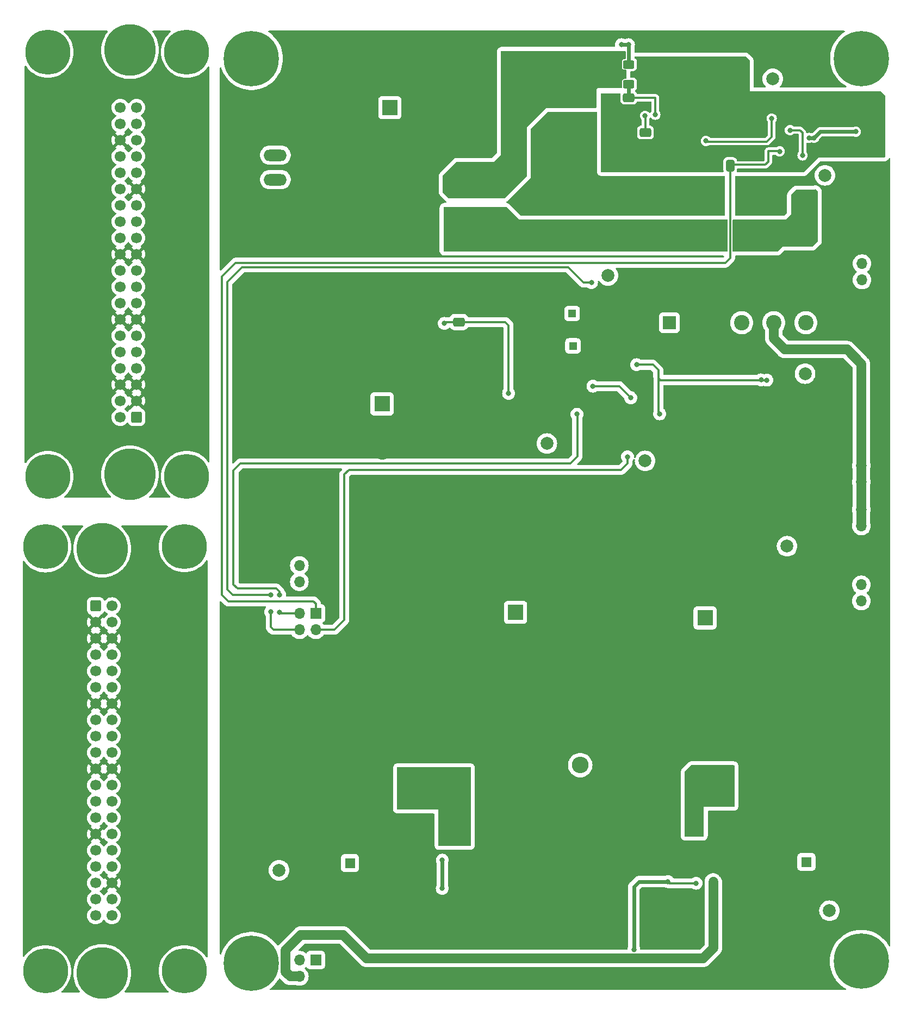
<source format=gbr>
%TF.GenerationSoftware,KiCad,Pcbnew,(7.0.0)*%
%TF.CreationDate,2024-10-30T08:51:02+03:30*%
%TF.ProjectId,tester supply,74657374-6572-4207-9375-70706c792e6b,rev?*%
%TF.SameCoordinates,Original*%
%TF.FileFunction,Copper,L2,Bot*%
%TF.FilePolarity,Positive*%
%FSLAX46Y46*%
G04 Gerber Fmt 4.6, Leading zero omitted, Abs format (unit mm)*
G04 Created by KiCad (PCBNEW (7.0.0)) date 2024-10-30 08:51:02*
%MOMM*%
%LPD*%
G01*
G04 APERTURE LIST*
G04 Aperture macros list*
%AMRoundRect*
0 Rectangle with rounded corners*
0 $1 Rounding radius*
0 $2 $3 $4 $5 $6 $7 $8 $9 X,Y pos of 4 corners*
0 Add a 4 corners polygon primitive as box body*
4,1,4,$2,$3,$4,$5,$6,$7,$8,$9,$2,$3,0*
0 Add four circle primitives for the rounded corners*
1,1,$1+$1,$2,$3*
1,1,$1+$1,$4,$5*
1,1,$1+$1,$6,$7*
1,1,$1+$1,$8,$9*
0 Add four rect primitives between the rounded corners*
20,1,$1+$1,$2,$3,$4,$5,0*
20,1,$1+$1,$4,$5,$6,$7,0*
20,1,$1+$1,$6,$7,$8,$9,0*
20,1,$1+$1,$8,$9,$2,$3,0*%
G04 Aperture macros list end*
%TA.AperFunction,ComponentPad*%
%ADD10C,0.800000*%
%TD*%
%TA.AperFunction,ComponentPad*%
%ADD11C,7.000000*%
%TD*%
%TA.AperFunction,ComponentPad*%
%ADD12RoundRect,0.250000X-0.600000X-0.600000X0.600000X-0.600000X0.600000X0.600000X-0.600000X0.600000X0*%
%TD*%
%TA.AperFunction,ComponentPad*%
%ADD13C,1.700000*%
%TD*%
%TA.AperFunction,ComponentPad*%
%ADD14C,8.000000*%
%TD*%
%TA.AperFunction,ComponentPad*%
%ADD15RoundRect,0.250000X0.600000X0.600000X-0.600000X0.600000X-0.600000X-0.600000X0.600000X-0.600000X0*%
%TD*%
%TA.AperFunction,ComponentPad*%
%ADD16C,2.000000*%
%TD*%
%TA.AperFunction,ComponentPad*%
%ADD17R,1.700000X1.700000*%
%TD*%
%TA.AperFunction,ComponentPad*%
%ADD18O,1.700000X1.700000*%
%TD*%
%TA.AperFunction,ComponentPad*%
%ADD19C,0.900000*%
%TD*%
%TA.AperFunction,ComponentPad*%
%ADD20C,8.600000*%
%TD*%
%TA.AperFunction,ComponentPad*%
%ADD21R,2.600000X2.600000*%
%TD*%
%TA.AperFunction,ComponentPad*%
%ADD22O,2.600000X2.600000*%
%TD*%
%TA.AperFunction,ComponentPad*%
%ADD23C,0.500000*%
%TD*%
%TA.AperFunction,SMDPad,CuDef*%
%ADD24R,1.600000X1.800000*%
%TD*%
%TA.AperFunction,SMDPad,CuDef*%
%ADD25R,1.800000X1.600000*%
%TD*%
%TA.AperFunction,ComponentPad*%
%ADD26RoundRect,0.250000X-1.550000X0.650000X-1.550000X-0.650000X1.550000X-0.650000X1.550000X0.650000X0*%
%TD*%
%TA.AperFunction,ComponentPad*%
%ADD27O,3.600000X1.800000*%
%TD*%
%TA.AperFunction,ComponentPad*%
%ADD28C,0.400000*%
%TD*%
%TA.AperFunction,ComponentPad*%
%ADD29R,1.200000X1.200000*%
%TD*%
%TA.AperFunction,ComponentPad*%
%ADD30C,1.200000*%
%TD*%
%TA.AperFunction,SMDPad,CuDef*%
%ADD31RoundRect,0.250000X0.650000X-0.412500X0.650000X0.412500X-0.650000X0.412500X-0.650000X-0.412500X0*%
%TD*%
%TA.AperFunction,ComponentPad*%
%ADD32R,2.400000X2.400000*%
%TD*%
%TA.AperFunction,ComponentPad*%
%ADD33C,2.400000*%
%TD*%
%TA.AperFunction,SMDPad,CuDef*%
%ADD34RoundRect,0.250000X-0.412500X-0.650000X0.412500X-0.650000X0.412500X0.650000X-0.412500X0.650000X0*%
%TD*%
%TA.AperFunction,ComponentPad*%
%ADD35R,2.000000X2.000000*%
%TD*%
%TA.AperFunction,ComponentPad*%
%ADD36R,1.600000X1.600000*%
%TD*%
%TA.AperFunction,ComponentPad*%
%ADD37C,1.600000*%
%TD*%
%TA.AperFunction,SMDPad,CuDef*%
%ADD38RoundRect,0.250000X0.625000X-0.400000X0.625000X0.400000X-0.625000X0.400000X-0.625000X-0.400000X0*%
%TD*%
%TA.AperFunction,SMDPad,CuDef*%
%ADD39RoundRect,0.250000X-0.650000X0.412500X-0.650000X-0.412500X0.650000X-0.412500X0.650000X0.412500X0*%
%TD*%
%TA.AperFunction,ViaPad*%
%ADD40C,0.800000*%
%TD*%
%TA.AperFunction,Conductor*%
%ADD41C,0.600000*%
%TD*%
%TA.AperFunction,Conductor*%
%ADD42C,0.350000*%
%TD*%
%TA.AperFunction,Conductor*%
%ADD43C,1.500000*%
%TD*%
G04 APERTURE END LIST*
D10*
%TO.P,H2,1*%
%TO.N,N/C*%
X151965000Y-174295000D03*
X150108845Y-173526155D03*
X153821155Y-173526155D03*
X149340000Y-171670000D03*
D11*
X151965000Y-171670000D03*
D10*
X154590000Y-171670000D03*
X150108845Y-169813845D03*
X153821155Y-169813845D03*
X151965000Y-169045000D03*
%TD*%
%TO.P,H1,1*%
%TO.N,N/C*%
X130340000Y-174300000D03*
X128483845Y-173531155D03*
X132196155Y-173531155D03*
X127715000Y-171675000D03*
D11*
X130340000Y-171675000D03*
D10*
X132965000Y-171675000D03*
X128483845Y-169818845D03*
X132196155Y-169818845D03*
X130340000Y-169050000D03*
%TD*%
%TO.P,H3,1*%
%TO.N,N/C*%
X130340000Y-108180000D03*
X128483845Y-107411155D03*
X132196155Y-107411155D03*
X127715000Y-105555000D03*
D11*
X130340000Y-105555000D03*
D10*
X132965000Y-105555000D03*
X128483845Y-103698845D03*
X132196155Y-103698845D03*
X130340000Y-102930000D03*
%TD*%
%TO.P,H4,1*%
%TO.N,N/C*%
X151965000Y-108155000D03*
X150108845Y-107386155D03*
X153821155Y-107386155D03*
X149340000Y-105530000D03*
D11*
X151965000Y-105530000D03*
D10*
X154590000Y-105530000D03*
X150108845Y-103673845D03*
X153821155Y-103673845D03*
X151965000Y-102905000D03*
%TD*%
D12*
%TO.P,J1,1,Pin_1*%
%TO.N,/LED-*%
X138140000Y-114790000D03*
D13*
%TO.P,J1,2,Pin_2*%
%TO.N,LED+*%
X140680000Y-114790000D03*
%TO.P,J1,3,Pin_3*%
%TO.N,GND*%
X138140000Y-117330000D03*
%TO.P,J1,4,Pin_4*%
%TO.N,N/C*%
X140680000Y-117330000D03*
%TO.P,J1,5,Pin_5*%
%TO.N,GND*%
X138140000Y-119870000D03*
%TO.P,J1,6,Pin_6*%
X140680000Y-119870000D03*
%TO.P,J1,7,Pin_7*%
%TO.N,N/C*%
X138140000Y-122410000D03*
%TO.P,J1,8,Pin_8*%
X140680000Y-122410000D03*
%TO.P,J1,9,Pin_9*%
X138140000Y-124950000D03*
%TO.P,J1,10,Pin_10*%
X140680000Y-124950000D03*
%TO.P,J1,11,Pin_11*%
X138140000Y-127490000D03*
%TO.P,J1,12,Pin_12*%
X140680000Y-127490000D03*
%TO.P,J1,13,Pin_13*%
%TO.N,GND*%
X138140000Y-130030000D03*
%TO.P,J1,14,Pin_14*%
X140680000Y-130030000D03*
%TO.P,J1,15,Pin_15*%
%TO.N,N/C*%
X138140000Y-132570000D03*
%TO.P,J1,16,Pin_16*%
X140680000Y-132570000D03*
%TO.P,J1,17,Pin_17*%
X138140000Y-135110000D03*
%TO.P,J1,18,Pin_18*%
X140680000Y-135110000D03*
%TO.P,J1,19,Pin_19*%
X138140000Y-137650000D03*
%TO.P,J1,20,Pin_20*%
X140680000Y-137650000D03*
%TO.P,J1,21,Pin_21*%
%TO.N,GND*%
X138140000Y-140190000D03*
%TO.P,J1,22,Pin_22*%
X140680000Y-140190000D03*
%TO.P,J1,23,Pin_23*%
%TO.N,N/C*%
X138140000Y-142730000D03*
%TO.P,J1,24,Pin_24*%
X140680000Y-142730000D03*
%TO.P,J1,25,Pin_25*%
X138140000Y-145270000D03*
%TO.P,J1,26,Pin_26*%
X140680000Y-145270000D03*
%TO.P,J1,27,Pin_27*%
X138140000Y-147810000D03*
%TO.P,J1,28,Pin_28*%
X140680000Y-147810000D03*
%TO.P,J1,29,Pin_29*%
%TO.N,GND*%
X138140000Y-150350000D03*
%TO.P,J1,30,Pin_30*%
%TO.N,N/C*%
X140680000Y-150350000D03*
%TO.P,J1,31,Pin_31*%
%TO.N,LCD_BACK_LIGHT*%
X138140000Y-152890000D03*
%TO.P,J1,32,Pin_32*%
%TO.N,N/C*%
X140680000Y-152890000D03*
%TO.P,J1,33,Pin_33*%
X138140000Y-155430000D03*
%TO.P,J1,34,Pin_34*%
X140680000Y-155430000D03*
%TO.P,J1,35,Pin_35*%
X138140000Y-157970000D03*
%TO.P,J1,36,Pin_36*%
%TO.N,GND*%
X140680000Y-157970000D03*
%TO.P,J1,37,Pin_37*%
%TO.N,N/C*%
X138140000Y-160510000D03*
%TO.P,J1,38,Pin_38*%
X140680000Y-160510000D03*
%TO.P,J1,39,Pin_39*%
X138140000Y-163050000D03*
%TO.P,J1,40,Pin_40*%
X140680000Y-163050000D03*
D14*
%TO.P,J1,MP*%
X139160000Y-105850000D03*
X139160000Y-171990000D03*
%TD*%
D10*
%TO.P,H2,1*%
%TO.N,N/C*%
X130695000Y-25865000D03*
X132551155Y-26633845D03*
X128838845Y-26633845D03*
X133320000Y-28490000D03*
D11*
X130695000Y-28490000D03*
D10*
X128070000Y-28490000D03*
X132551155Y-30346155D03*
X128838845Y-30346155D03*
X130695000Y-31115000D03*
%TD*%
%TO.P,H1,1*%
%TO.N,N/C*%
X152320000Y-25860000D03*
X154176155Y-26628845D03*
X150463845Y-26628845D03*
X154945000Y-28485000D03*
D11*
X152320000Y-28485000D03*
D10*
X149695000Y-28485000D03*
X154176155Y-30341155D03*
X150463845Y-30341155D03*
X152320000Y-31110000D03*
%TD*%
%TO.P,H3,1*%
%TO.N,N/C*%
X152320000Y-91980000D03*
X154176155Y-92748845D03*
X150463845Y-92748845D03*
X154945000Y-94605000D03*
D11*
X152320000Y-94605000D03*
D10*
X149695000Y-94605000D03*
X154176155Y-96461155D03*
X150463845Y-96461155D03*
X152320000Y-97230000D03*
%TD*%
%TO.P,H4,1*%
%TO.N,N/C*%
X130695000Y-92005000D03*
X132551155Y-92773845D03*
X128838845Y-92773845D03*
X133320000Y-94630000D03*
D11*
X130695000Y-94630000D03*
D10*
X128070000Y-94630000D03*
X132551155Y-96486155D03*
X128838845Y-96486155D03*
X130695000Y-97255000D03*
%TD*%
D15*
%TO.P,J1,1,Pin_1*%
%TO.N,/LED-*%
X144520000Y-85370000D03*
D13*
%TO.P,J1,2,Pin_2*%
%TO.N,LED+*%
X141980000Y-85370000D03*
%TO.P,J1,3,Pin_3*%
%TO.N,GND*%
X144520000Y-82830000D03*
%TO.P,J1,4,Pin_4*%
%TO.N,N/C*%
X141980000Y-82830000D03*
%TO.P,J1,5,Pin_5*%
%TO.N,GND*%
X144520000Y-80290000D03*
%TO.P,J1,6,Pin_6*%
X141980000Y-80290000D03*
%TO.P,J1,7,Pin_7*%
%TO.N,N/C*%
X144520000Y-77750000D03*
%TO.P,J1,8,Pin_8*%
X141980000Y-77750000D03*
%TO.P,J1,9,Pin_9*%
X144520000Y-75210000D03*
%TO.P,J1,10,Pin_10*%
X141980000Y-75210000D03*
%TO.P,J1,11,Pin_11*%
X144520000Y-72670000D03*
%TO.P,J1,12,Pin_12*%
X141980000Y-72670000D03*
%TO.P,J1,13,Pin_13*%
%TO.N,GND*%
X144520000Y-70130000D03*
%TO.P,J1,14,Pin_14*%
X141980000Y-70130000D03*
%TO.P,J1,15,Pin_15*%
%TO.N,N/C*%
X144520000Y-67590000D03*
%TO.P,J1,16,Pin_16*%
X141980000Y-67590000D03*
%TO.P,J1,17,Pin_17*%
X144520000Y-65050000D03*
%TO.P,J1,18,Pin_18*%
X141980000Y-65050000D03*
%TO.P,J1,19,Pin_19*%
X144520000Y-62510000D03*
%TO.P,J1,20,Pin_20*%
X141980000Y-62510000D03*
%TO.P,J1,21,Pin_21*%
%TO.N,GND*%
X144520000Y-59970000D03*
%TO.P,J1,22,Pin_22*%
X141980000Y-59970000D03*
%TO.P,J1,23,Pin_23*%
%TO.N,N/C*%
X144520000Y-57430000D03*
%TO.P,J1,24,Pin_24*%
X141980000Y-57430000D03*
%TO.P,J1,25,Pin_25*%
X144520000Y-54890000D03*
%TO.P,J1,26,Pin_26*%
X141980000Y-54890000D03*
%TO.P,J1,27,Pin_27*%
X144520000Y-52350000D03*
%TO.P,J1,28,Pin_28*%
X141980000Y-52350000D03*
%TO.P,J1,29,Pin_29*%
%TO.N,GND*%
X144520000Y-49810000D03*
%TO.P,J1,30,Pin_30*%
%TO.N,N/C*%
X141980000Y-49810000D03*
%TO.P,J1,31,Pin_31*%
%TO.N,LCD_BACK_LIGHT*%
X144520000Y-47270000D03*
%TO.P,J1,32,Pin_32*%
%TO.N,N/C*%
X141980000Y-47270000D03*
%TO.P,J1,33,Pin_33*%
X144520000Y-44730000D03*
%TO.P,J1,34,Pin_34*%
X141980000Y-44730000D03*
%TO.P,J1,35,Pin_35*%
X144520000Y-42190000D03*
%TO.P,J1,36,Pin_36*%
%TO.N,GND*%
X141980000Y-42190000D03*
%TO.P,J1,37,Pin_37*%
%TO.N,N/C*%
X144520000Y-39650000D03*
%TO.P,J1,38,Pin_38*%
X141980000Y-39650000D03*
%TO.P,J1,39,Pin_39*%
X144520000Y-37110000D03*
%TO.P,J1,40,Pin_40*%
X141980000Y-37110000D03*
D14*
%TO.P,J1,MP*%
X143500000Y-94310000D03*
X143500000Y-28170000D03*
%TD*%
D16*
%TO.P,TP10,1,1*%
%TO.N,GND*%
X166800000Y-148580000D03*
%TD*%
D17*
%TO.P,J16,1,Pin_1*%
%TO.N,GND*%
X259914999Y-99764999D03*
D18*
%TO.P,J16,2,Pin_2*%
%TO.N,24vSupply *%
X257374999Y-99764999D03*
%TO.P,J16,3,Pin_3*%
%TO.N,GND*%
X259914999Y-102304999D03*
%TO.P,J16,4,Pin_4*%
%TO.N,24vSupply *%
X257374999Y-102304999D03*
%TD*%
D19*
%TO.P,H3,1*%
%TO.N,N/C*%
X159175000Y-170480000D03*
X160119581Y-168199581D03*
X160119581Y-172760419D03*
X162400000Y-167255000D03*
D20*
X162400000Y-170480000D03*
D19*
X162400000Y-173705000D03*
X164680419Y-168199581D03*
X164680419Y-172760419D03*
X165625000Y-170480000D03*
%TD*%
%TO.P,H1,1*%
%TO.N,N/C*%
X254175000Y-29480000D03*
X255119581Y-27199581D03*
X255119581Y-31760419D03*
X257400000Y-26255000D03*
D20*
X257400000Y-29480000D03*
D19*
X257400000Y-32705000D03*
X259680419Y-27199581D03*
X259680419Y-31760419D03*
X260625000Y-29480000D03*
%TD*%
D16*
%TO.P,TP4,1,1*%
%TO.N,Net-(D9-A)*%
X251700000Y-47680000D03*
%TD*%
D19*
%TO.P,H2,1*%
%TO.N,N/C*%
X254135000Y-170175000D03*
X255079581Y-167894581D03*
X255079581Y-172455419D03*
X257360000Y-166950000D03*
D20*
X257360000Y-170175000D03*
D19*
X257360000Y-173400000D03*
X259640419Y-167894581D03*
X259640419Y-172455419D03*
X260585000Y-170175000D03*
%TD*%
D17*
%TO.P,J20,1,Pin_1*%
%TO.N,GND*%
X172399999Y-108479999D03*
D18*
%TO.P,J20,2,Pin_2*%
%TO.N,+5V*%
X169859999Y-108479999D03*
%TO.P,J20,3,Pin_3*%
%TO.N,GND*%
X172399999Y-111019999D03*
%TO.P,J20,4,Pin_4*%
%TO.N,+5V*%
X169859999Y-111019999D03*
%TD*%
D17*
%TO.P,J19,1,Pin_1*%
%TO.N,LCD_BACK_LIGHT*%
X172399999Y-169979999D03*
D18*
%TO.P,J19,2,Pin_2*%
%TO.N,LED+*%
X169859999Y-169979999D03*
%TO.P,J19,3,Pin_3*%
%TO.N,GND*%
X172399999Y-172519999D03*
%TO.P,J19,4,Pin_4*%
%TO.N,/LED-*%
X169859999Y-172519999D03*
%TD*%
D21*
%TO.P,D17,1,A1*%
%TO.N,GND*%
X213589999Y-154829999D03*
D22*
%TO.P,D17,2,A2*%
%TO.N,Net-(D17-A2)*%
X213589999Y-139589999D03*
%TD*%
D16*
%TO.P,TP6,1,1*%
%TO.N,GND*%
X257000000Y-47780000D03*
%TD*%
%TO.P,TP13,1,1*%
%TO.N,Net-(U3-FB)*%
X208400000Y-89480000D03*
%TD*%
%TO.P,TP12,1,1*%
%TO.N,24vCurrent*%
X223700000Y-92180000D03*
%TD*%
%TO.P,TP9,1,1*%
%TO.N,GND*%
X258900000Y-162280000D03*
%TD*%
%TO.P,TP3,1,1*%
%TO.N,Net-(U6--)*%
X248600000Y-78580000D03*
%TD*%
%TO.P,TP5,1,1*%
%TO.N,LED+*%
X252400000Y-162280000D03*
%TD*%
%TO.P,TP7,1,1*%
%TO.N,GND*%
X248600000Y-85980000D03*
%TD*%
D23*
%TO.P,U10,EPAD,EPAD*%
%TO.N,GND1*%
X253642500Y-37945000D03*
X253642500Y-36645000D03*
D24*
X253092499Y-37294999D03*
D23*
X252542500Y-37945000D03*
X252542500Y-36645000D03*
%TD*%
D19*
%TO.P,H4,1*%
%TO.N,N/C*%
X159175000Y-29480000D03*
X160119581Y-27199581D03*
X160119581Y-31760419D03*
X162400000Y-26255000D03*
D20*
X162400000Y-29480000D03*
D19*
X162400000Y-32705000D03*
X164680419Y-27199581D03*
X164680419Y-31760419D03*
X165625000Y-29480000D03*
%TD*%
D23*
%TO.P,U8,EPAD,EPAD*%
%TO.N,GND*%
X238680000Y-82660000D03*
X237380000Y-82660000D03*
D25*
X238029999Y-83209999D03*
D23*
X238680000Y-83760000D03*
X237380000Y-83760000D03*
%TD*%
D26*
%TO.P,J6,1,Pin_1*%
%TO.N,GND*%
X166132500Y-40725000D03*
D27*
%TO.P,J6,2,Pin_2*%
%TO.N,unconnected-(J6-Pin_2-Pad2)*%
X166132499Y-44534999D03*
%TO.P,J6,3,Pin_3*%
%TO.N,+48V*%
X166132499Y-48344999D03*
%TD*%
D16*
%TO.P,TP2,1,1*%
%TO.N,+5V*%
X166700000Y-155980000D03*
%TD*%
%TO.P,TP14,1,1*%
%TO.N,active_24vSupply*%
X217900000Y-63280000D03*
%TD*%
%TO.P,TP11,1,1*%
%TO.N,/FeedBack*%
X243577500Y-32640000D03*
%TD*%
D17*
%TO.P,J15,1,Pin_1*%
%TO.N,GND*%
X259899999Y-92939999D03*
D18*
%TO.P,J15,2,Pin_2*%
%TO.N,24vSupply *%
X257359999Y-92939999D03*
%TO.P,J15,3,Pin_3*%
%TO.N,GND*%
X259899999Y-95479999D03*
%TO.P,J15,4,Pin_4*%
%TO.N,24vSupply *%
X257359999Y-95479999D03*
%TD*%
D17*
%TO.P,J2,1,Pin_1*%
%TO.N,GND*%
X259899999Y-111479999D03*
D18*
%TO.P,J2,2,Pin_2*%
%TO.N,Net-(J2-Pin_2)*%
X257359999Y-111479999D03*
%TO.P,J2,3,Pin_3*%
%TO.N,GND*%
X259899999Y-114019999D03*
%TO.P,J2,4,Pin_4*%
%TO.N,Net-(J2-Pin_2)*%
X257359999Y-114019999D03*
%TD*%
D16*
%TO.P,TP1,1,1*%
%TO.N,+24V*%
X245800000Y-105480000D03*
%TD*%
D28*
%TO.P,U1,15,EXP*%
%TO.N,GND1*%
X227080000Y-39640000D03*
X227080000Y-40740000D03*
X227080000Y-41840000D03*
X227080000Y-42940000D03*
X227080000Y-44040000D03*
X228180000Y-39640000D03*
X228180000Y-40740000D03*
X228180000Y-41840000D03*
X228180000Y-42940000D03*
X228180000Y-44040000D03*
X229280000Y-39640000D03*
X229280000Y-40740000D03*
X229280000Y-41840000D03*
X229280000Y-42940000D03*
X229280000Y-44040000D03*
%TD*%
D16*
%TO.P,TP8,1,1*%
%TO.N,GND*%
X241000000Y-99880000D03*
%TD*%
D17*
%TO.P,J18,1,Pin_1*%
%TO.N,GND*%
X259999999Y-61439999D03*
D18*
%TO.P,J18,2,Pin_2*%
%TO.N,+72*%
X257459999Y-61439999D03*
%TO.P,J18,3,Pin_3*%
%TO.N,GND*%
X259999999Y-63979999D03*
%TO.P,J18,4,Pin_4*%
%TO.N,+72*%
X257459999Y-63979999D03*
%TD*%
D17*
%TO.P,J17,1,Pin_1*%
%TO.N,72vControl*%
X172424999Y-115954999D03*
D18*
%TO.P,J17,2,Pin_2*%
%TO.N,24vControl*%
X169884999Y-115954999D03*
%TO.P,J17,3,Pin_3*%
%TO.N,24vCurrent*%
X172424999Y-118494999D03*
%TO.P,J17,4,Pin_4*%
%TO.N,active_24vSupply*%
X169884999Y-118494999D03*
%TD*%
D29*
%TO.P,C12,1*%
%TO.N,Net-(U6-+)*%
X212449999Y-74259999D03*
D30*
%TO.P,C12,2*%
%TO.N,GND*%
X210450000Y-74260000D03*
%TD*%
D31*
%TO.P,C7,1*%
%TO.N,GND1*%
X221150000Y-38710000D03*
%TO.P,C7,2*%
%TO.N,Net-(U1-BIAS)*%
X221150000Y-35585000D03*
%TD*%
D32*
%TO.P,C13,1*%
%TO.N,+24V*%
X233039999Y-116657538D03*
D33*
%TO.P,C13,2*%
%TO.N,GND*%
X233040000Y-121657539D03*
%TD*%
D34*
%TO.P,C45,1*%
%TO.N,GND1*%
X233797500Y-46140000D03*
%TO.P,C45,2*%
%TO.N,72vControl*%
X236922500Y-46140000D03*
%TD*%
D35*
%TO.P,C24,1*%
%TO.N,Net-(D9-A)*%
X207349999Y-56147499D03*
D16*
%TO.P,C24,2*%
%TO.N,GND*%
X207350000Y-51147500D03*
%TD*%
D29*
%TO.P,C11,1*%
%TO.N,Net-(U6-+)*%
X212342599Y-69209999D03*
D30*
%TO.P,C11,2*%
%TO.N,GND*%
X210342600Y-69210000D03*
%TD*%
D32*
%TO.P,C6,1*%
%TO.N,/Vin*%
X183939999Y-37139999D03*
D33*
%TO.P,C6,2*%
%TO.N,GND*%
X176440000Y-37140000D03*
%TD*%
D32*
%TO.P,C5,1*%
%TO.N,Net-(D2-K)*%
X182729999Y-83307245D03*
D33*
%TO.P,C5,2*%
%TO.N,GND*%
X182730000Y-90807246D03*
%TD*%
D36*
%TO.P,C34,1*%
%TO.N,LED+*%
X248809999Y-154689999D03*
D37*
%TO.P,C34,2*%
%TO.N,GND*%
X245010000Y-154690000D03*
%TD*%
D35*
%TO.P,C26,1*%
%TO.N,Net-(D9-A)*%
X240349999Y-55715176D03*
D16*
%TO.P,C26,2*%
%TO.N,GND*%
X240350000Y-50715177D03*
%TD*%
D38*
%TO.P,R5,1*%
%TO.N,Net-(U1-BIAS)*%
X221150000Y-33497500D03*
%TO.P,R5,2*%
%TO.N,/Vin*%
X221150000Y-30397500D03*
%TD*%
D39*
%TO.P,C8,1*%
%TO.N,/Vcc*%
X223750000Y-40985000D03*
%TO.P,C8,2*%
%TO.N,GND1*%
X223750000Y-44110000D03*
%TD*%
D33*
%TO.P,SW1,11*%
%TO.N,24vSupply *%
X243732500Y-70652500D03*
%TO.P,SW1,12*%
%TO.N,unconnected-(SW1-Pad12)*%
X238732500Y-70652500D03*
%TO.P,SW1,14*%
%TO.N,Net-(U6--)*%
X248732500Y-70652500D03*
D35*
%TO.P,SW1,A1*%
%TO.N,Net-(D14-K)*%
X227482499Y-70652499D03*
D16*
%TO.P,SW1,A2*%
%TO.N,GND*%
X223732500Y-70652500D03*
%TD*%
D39*
%TO.P,C46,1*%
%TO.N,GND*%
X194710000Y-67425000D03*
%TO.P,C46,2*%
%TO.N,Net-(U3-FB)*%
X194710000Y-70550000D03*
%TD*%
D35*
%TO.P,C25,1*%
%TO.N,Net-(D9-A)*%
X229349999Y-55915176D03*
D16*
%TO.P,C25,2*%
%TO.N,GND*%
X229350000Y-50915177D03*
%TD*%
D36*
%TO.P,C22,1*%
%TO.N,+5V*%
X177752499Y-154869999D03*
D37*
%TO.P,C22,2*%
%TO.N,GND*%
X181552500Y-154870000D03*
%TD*%
D35*
%TO.P,C28,1*%
%TO.N,Net-(D9-A)*%
X218349999Y-56147499D03*
D16*
%TO.P,C28,2*%
%TO.N,GND*%
X218350000Y-51147500D03*
%TD*%
D32*
%TO.P,C4,1*%
%TO.N,Net-(D3-K)*%
X203529999Y-115789999D03*
D33*
%TO.P,C4,2*%
%TO.N,GND*%
X203530000Y-123290000D03*
%TD*%
D40*
%TO.N,GND*%
X179000000Y-72980000D03*
X177800000Y-69280000D03*
X235000000Y-53380000D03*
X203300000Y-161280000D03*
X186800000Y-87580000D03*
X181400000Y-76980000D03*
X235300000Y-128980000D03*
X204000000Y-107880000D03*
X204000000Y-105180000D03*
X171900000Y-96680000D03*
X207800000Y-106580000D03*
X177800000Y-76980000D03*
X190900000Y-124280000D03*
X243400000Y-128980000D03*
X204000000Y-102680000D03*
X207800000Y-107880000D03*
X211200000Y-163780000D03*
X260300000Y-141580000D03*
X175700000Y-31580000D03*
X180200000Y-71780000D03*
X171900000Y-102780000D03*
X222200000Y-128680000D03*
X184000000Y-74380000D03*
X235400000Y-173680000D03*
X209100000Y-102680000D03*
X218900000Y-163780000D03*
X200700000Y-163780000D03*
X203500000Y-97080000D03*
X169200000Y-96680000D03*
X182700000Y-71780000D03*
X235300000Y-171780000D03*
X245800000Y-128980000D03*
X185300000Y-69280000D03*
X213269228Y-49380000D03*
X201600000Y-102680000D03*
X237800000Y-126080000D03*
X219038456Y-49380000D03*
X222884608Y-49380000D03*
X229230760Y-53380000D03*
X181400000Y-71780000D03*
X184000000Y-67980000D03*
X206500000Y-105180000D03*
X198500000Y-97080000D03*
X183500000Y-26480000D03*
X185300000Y-76980000D03*
X164700000Y-130580000D03*
X200200000Y-103980000D03*
X176400000Y-75680000D03*
X209100000Y-103980000D03*
X171000000Y-87580000D03*
X232800000Y-126080000D03*
X181400000Y-69280000D03*
X185300000Y-72980000D03*
X200200000Y-109180000D03*
X181500000Y-87580000D03*
X226730760Y-49380000D03*
X220961532Y-49380000D03*
X190300000Y-97080000D03*
X179000000Y-71780000D03*
X170300000Y-34080000D03*
X222200000Y-130880000D03*
X169200000Y-102780000D03*
X168600000Y-87580000D03*
X164700000Y-143680000D03*
X251000000Y-126080000D03*
X209423076Y-49380000D03*
X166600000Y-105280000D03*
X240600000Y-171780000D03*
X164700000Y-127880000D03*
X206500000Y-102680000D03*
X204000000Y-101480000D03*
X207800000Y-105180000D03*
X238100000Y-173680000D03*
X188800000Y-26480000D03*
X200900000Y-97080000D03*
X230100000Y-171780000D03*
X184000000Y-69280000D03*
X227600000Y-173680000D03*
X205900000Y-161280000D03*
X167300000Y-146180000D03*
X164700000Y-141080000D03*
X205200000Y-106580000D03*
X179000000Y-75680000D03*
X167300000Y-135680000D03*
X173000000Y-31580000D03*
X180200000Y-75680000D03*
X201600000Y-101480000D03*
X221538456Y-53380000D03*
X238000000Y-171780000D03*
X177800000Y-75680000D03*
X164200000Y-96680000D03*
X179000000Y-67980000D03*
X177800000Y-70480000D03*
X233076912Y-53380000D03*
X211923076Y-53380000D03*
X190700000Y-126380000D03*
X232500000Y-171780000D03*
X237500000Y-132380000D03*
X183000000Y-126380000D03*
X184000000Y-71780000D03*
X199900000Y-29080000D03*
X166600000Y-102780000D03*
X173100000Y-26480000D03*
X188200000Y-122180000D03*
X171900000Y-105280000D03*
X217115380Y-49380000D03*
X204000000Y-103980000D03*
X250700000Y-132380000D03*
X204000000Y-106580000D03*
X184000000Y-72980000D03*
X202800000Y-106580000D03*
X185300000Y-71780000D03*
X170700000Y-26480000D03*
X205200000Y-107880000D03*
X206000000Y-163780000D03*
X260300000Y-144280000D03*
X182700000Y-75680000D03*
X243300000Y-126080000D03*
X180200000Y-72980000D03*
X178400000Y-28880000D03*
X248000000Y-132380000D03*
X201600000Y-109180000D03*
X182700000Y-72980000D03*
X164700000Y-135580000D03*
X207800000Y-109180000D03*
X246400000Y-29180000D03*
X240700000Y-173680000D03*
X164700000Y-146080000D03*
X201600000Y-103980000D03*
X205200000Y-102680000D03*
X179000000Y-76980000D03*
X197500000Y-29080000D03*
X211346152Y-49380000D03*
X200200000Y-102680000D03*
X213800000Y-161280000D03*
X177800000Y-71780000D03*
X200200000Y-100180000D03*
X214500000Y-128680000D03*
X170400000Y-31580000D03*
X216400000Y-161280000D03*
X177800000Y-67980000D03*
X206500000Y-106580000D03*
X167300000Y-133280000D03*
X223461532Y-53380000D03*
X243100000Y-173680000D03*
X176400000Y-72980000D03*
X240200000Y-132380000D03*
X188800000Y-28680000D03*
X202800000Y-107880000D03*
X187900000Y-97080000D03*
X200200000Y-106580000D03*
X203400000Y-163780000D03*
X186100000Y-26480000D03*
X167300000Y-130680000D03*
X209100000Y-101480000D03*
X205200000Y-101480000D03*
X202800000Y-102680000D03*
X248300000Y-126080000D03*
X180200000Y-69280000D03*
X202800000Y-103980000D03*
X204000000Y-109180000D03*
X164700000Y-133180000D03*
X200200000Y-101480000D03*
X181400000Y-72980000D03*
X164200000Y-105280000D03*
X216900000Y-130880000D03*
X201600000Y-107880000D03*
X185300000Y-74380000D03*
X173000000Y-34080000D03*
X181400000Y-67980000D03*
X185600000Y-124280000D03*
X209100000Y-109180000D03*
X186100000Y-28680000D03*
X206500000Y-107880000D03*
X170200000Y-36480000D03*
X206200000Y-97080000D03*
X179000000Y-70480000D03*
X207800000Y-100180000D03*
X176400000Y-74380000D03*
X207500000Y-49380000D03*
X173100000Y-28880000D03*
X206500000Y-101480000D03*
X260300000Y-133780000D03*
X182700000Y-74380000D03*
X200200000Y-105180000D03*
X183500000Y-28680000D03*
X202800000Y-105180000D03*
X224807684Y-49380000D03*
X240500000Y-126080000D03*
X230200000Y-173680000D03*
X177800000Y-74380000D03*
X205200000Y-109180000D03*
X182700000Y-69280000D03*
X167300000Y-138480000D03*
X224900000Y-173680000D03*
X184000000Y-76980000D03*
X207800000Y-102680000D03*
X201600000Y-106580000D03*
X227060000Y-77090000D03*
X202800000Y-100180000D03*
X232900000Y-128980000D03*
X231153836Y-53380000D03*
X234900000Y-132380000D03*
X260300000Y-128480000D03*
X204000000Y-100180000D03*
X181400000Y-74380000D03*
X195600000Y-97080000D03*
X176300000Y-87580000D03*
X185600000Y-122180000D03*
X205200000Y-100180000D03*
X181400000Y-70480000D03*
X206500000Y-100180000D03*
X169200000Y-94480000D03*
X181100000Y-26480000D03*
X166600000Y-96680000D03*
X180200000Y-67980000D03*
X180200000Y-70480000D03*
X173600000Y-87580000D03*
X176400000Y-67980000D03*
X183200000Y-124280000D03*
X216900000Y-128680000D03*
X205200000Y-103980000D03*
X170700000Y-28880000D03*
X232500000Y-49380000D03*
X232600000Y-173680000D03*
X179100000Y-87580000D03*
X208400000Y-163780000D03*
X235200000Y-126080000D03*
X260300000Y-126080000D03*
X184000000Y-75680000D03*
X202800000Y-109180000D03*
X179000000Y-74380000D03*
X176400000Y-76980000D03*
X185300000Y-70480000D03*
X182700000Y-67980000D03*
X164200000Y-94480000D03*
X202800000Y-101480000D03*
X227500000Y-171780000D03*
X245700000Y-126080000D03*
X181100000Y-28680000D03*
X185400000Y-126380000D03*
X185300000Y-75680000D03*
X219615380Y-53380000D03*
X176400000Y-69280000D03*
X209100000Y-100180000D03*
X237900000Y-128980000D03*
X215769228Y-53380000D03*
X232500000Y-132380000D03*
X166600000Y-94480000D03*
X217692304Y-53380000D03*
X215192304Y-49380000D03*
X176400000Y-70480000D03*
X209100000Y-105180000D03*
X242000000Y-29180000D03*
X179000000Y-69280000D03*
X201600000Y-105180000D03*
X201600000Y-100180000D03*
X260300000Y-138980000D03*
X210000000Y-53380000D03*
X180200000Y-74380000D03*
X184000000Y-70480000D03*
X188000000Y-126380000D03*
X200200000Y-107880000D03*
X182700000Y-70480000D03*
X219500000Y-128680000D03*
X248400000Y-128980000D03*
X176400000Y-71780000D03*
X225384608Y-53380000D03*
X214500000Y-130880000D03*
X165300000Y-34080000D03*
X183200000Y-122180000D03*
X227050000Y-78100000D03*
X185300000Y-67980000D03*
X167300000Y-143780000D03*
X251100000Y-128980000D03*
X240600000Y-128980000D03*
X200600000Y-161280000D03*
X190900000Y-122180000D03*
X245610000Y-92620000D03*
X216500000Y-163780000D03*
X218800000Y-161280000D03*
X182700000Y-76980000D03*
X169200000Y-105280000D03*
X207800000Y-101480000D03*
X195300000Y-29080000D03*
X224800000Y-171780000D03*
X209100000Y-106580000D03*
X167700000Y-34080000D03*
X175700000Y-28880000D03*
X167300000Y-127980000D03*
X167500000Y-36480000D03*
X206500000Y-109180000D03*
X178400000Y-26480000D03*
X184100000Y-87580000D03*
X205200000Y-105180000D03*
X180200000Y-76980000D03*
X213846152Y-53380000D03*
X188200000Y-124280000D03*
X206500000Y-103980000D03*
X175700000Y-26480000D03*
X260300000Y-136580000D03*
X168000000Y-31580000D03*
X213900000Y-163780000D03*
X228653836Y-49380000D03*
X177800000Y-72980000D03*
X243000000Y-171780000D03*
X209100000Y-107880000D03*
X164900000Y-36480000D03*
X219500000Y-130880000D03*
X167300000Y-141180000D03*
X208300000Y-161280000D03*
X230576912Y-49380000D03*
X245400000Y-132380000D03*
X260300000Y-131080000D03*
X244200000Y-29180000D03*
X171900000Y-94480000D03*
X207800000Y-103980000D03*
X181400000Y-75680000D03*
X192900000Y-97080000D03*
X211100000Y-161280000D03*
X243000000Y-132380000D03*
X164700000Y-138380000D03*
X164200000Y-102780000D03*
X227307684Y-53380000D03*
X162500000Y-36480000D03*
%TO.N,/Vin*%
X220000000Y-27320000D03*
X221100000Y-27320000D03*
%TO.N,Net-(U1-BIAS)*%
X225280000Y-38230000D03*
%TO.N,/Vcc*%
X223700000Y-38410000D03*
%TO.N,Net-(D17-A2)*%
X192110000Y-158800000D03*
X192120000Y-154400000D03*
%TO.N,Net-(U7-SW)*%
X193580000Y-150390000D03*
X189630000Y-145070000D03*
X194710000Y-151730000D03*
X190380000Y-146040000D03*
X193580000Y-151730000D03*
X194710000Y-150440000D03*
X190410000Y-144070000D03*
X195850000Y-151670000D03*
X195860000Y-150370000D03*
X189490000Y-141130000D03*
X189560000Y-143130000D03*
X190370000Y-140320000D03*
X190380000Y-142140000D03*
%TO.N,Net-(D9-A)*%
X198500000Y-57380000D03*
X220500000Y-58380000D03*
X193500000Y-54380000D03*
X235500000Y-56880000D03*
X196500000Y-58380000D03*
X193500000Y-53380000D03*
X215500000Y-58380000D03*
X194500000Y-53380000D03*
X195500000Y-58380000D03*
X209500000Y-55380000D03*
X204500000Y-56880000D03*
X233500000Y-56880000D03*
X197500000Y-56380000D03*
X204500000Y-55380000D03*
X197500000Y-54380000D03*
X211500000Y-55380000D03*
X197500000Y-58380000D03*
X196500000Y-54380000D03*
X193500000Y-56380000D03*
X194500000Y-55380000D03*
X195500000Y-56380000D03*
X197500000Y-55380000D03*
X198500000Y-54380000D03*
X193500000Y-55380000D03*
X215500000Y-56880000D03*
X233500000Y-55380000D03*
X198500000Y-55380000D03*
X224500000Y-58380000D03*
X226500000Y-58380000D03*
X222500000Y-55380000D03*
X231500000Y-55380000D03*
X226500000Y-56880000D03*
X198500000Y-58380000D03*
X209500000Y-56880000D03*
X211500000Y-58380000D03*
X197500000Y-53380000D03*
X209500000Y-58380000D03*
X193500000Y-57380000D03*
X235500000Y-58380000D03*
X195500000Y-55380000D03*
X196500000Y-55380000D03*
X213500000Y-56880000D03*
X198500000Y-56380000D03*
X193500000Y-58380000D03*
X235500000Y-55380000D03*
X204500000Y-58380000D03*
X213500000Y-58380000D03*
X194500000Y-57380000D03*
X194500000Y-58380000D03*
X194500000Y-54380000D03*
X220500000Y-55380000D03*
X195500000Y-53380000D03*
X211500000Y-56880000D03*
X213500000Y-55380000D03*
X195500000Y-57380000D03*
X198500000Y-53380000D03*
X220500000Y-56880000D03*
X196500000Y-56380000D03*
X196500000Y-57380000D03*
X224500000Y-56880000D03*
X215500000Y-55380000D03*
X231500000Y-56880000D03*
X222500000Y-56880000D03*
X197500000Y-57380000D03*
X194500000Y-56380000D03*
X231500000Y-58380000D03*
X224500000Y-55380000D03*
X195500000Y-54380000D03*
X222500000Y-58380000D03*
X233500000Y-58380000D03*
X226500000Y-55380000D03*
X196500000Y-53380000D03*
%TO.N,Net-(Q1-D)*%
X205500000Y-38380000D03*
X207000000Y-30880000D03*
X211200000Y-32730000D03*
X197500000Y-46380000D03*
X213170000Y-32730000D03*
X205500000Y-32380000D03*
X204000000Y-30880000D03*
X194500000Y-47380000D03*
X214170000Y-34930000D03*
X214500000Y-30880000D03*
X217500000Y-30880000D03*
X200500000Y-47380000D03*
X219000000Y-29380000D03*
X203500000Y-47380000D03*
X204000000Y-36380000D03*
X202500000Y-29380000D03*
X212170000Y-33780000D03*
X202500000Y-34380000D03*
X205500000Y-34380000D03*
X214170000Y-33780000D03*
X202500000Y-30880000D03*
X202000000Y-47380000D03*
X196000000Y-46380000D03*
X203500000Y-48380000D03*
X213000000Y-29380000D03*
X219000000Y-32380000D03*
X194500000Y-46380000D03*
X216000000Y-32380000D03*
X205500000Y-29380000D03*
X212170000Y-35980000D03*
X211500000Y-29380000D03*
X213170000Y-34930000D03*
X202500000Y-32380000D03*
X213170000Y-35980000D03*
X207000000Y-29380000D03*
X214170000Y-32730000D03*
X200500000Y-48380000D03*
X210000000Y-30880000D03*
X204000000Y-38380000D03*
X217500000Y-32380000D03*
X212170000Y-34930000D03*
X210000000Y-29380000D03*
X202500000Y-38380000D03*
X217500000Y-29380000D03*
X214170000Y-35980000D03*
X199000000Y-47380000D03*
X202500000Y-36380000D03*
X204000000Y-29380000D03*
X197500000Y-47380000D03*
X208500000Y-29380000D03*
X214500000Y-29380000D03*
X213000000Y-30880000D03*
X216000000Y-29380000D03*
X211500000Y-30880000D03*
X205500000Y-30880000D03*
X203500000Y-46380000D03*
X211200000Y-33780000D03*
X212170000Y-32730000D03*
X216000000Y-30880000D03*
X199000000Y-46380000D03*
X211200000Y-34930000D03*
X211200000Y-35980000D03*
X202000000Y-48380000D03*
X213170000Y-33780000D03*
X208500000Y-30880000D03*
X200500000Y-46380000D03*
X219000000Y-30880000D03*
X196000000Y-47380000D03*
X205500000Y-36380000D03*
X202000000Y-46380000D03*
X204000000Y-32380000D03*
X204000000Y-34380000D03*
%TO.N,Net-(U3-FB)*%
X202440000Y-81660000D03*
X192430000Y-70750000D03*
%TO.N,Net-(U4--)*%
X215570000Y-80540000D03*
X221465000Y-82345000D03*
%TO.N,/FeedBack*%
X243397500Y-38830000D03*
X233170000Y-42325500D03*
%TO.N,Net-(U5--)*%
X248205000Y-44577500D03*
X246247500Y-40640000D03*
%TO.N,active_24vSupply*%
X165400000Y-113035500D03*
X165400000Y-115720000D03*
X215340000Y-64390000D03*
%TO.N,24vControl*%
X213080000Y-84910000D03*
X166750000Y-115770000D03*
X166760000Y-113035500D03*
%TO.N,72vControl*%
X244627500Y-43940000D03*
%TO.N,24vCurrent*%
X220950000Y-91540000D03*
%TO.N,LCD_BACK_LIGHT*%
X221940000Y-168329500D03*
X231630000Y-158000000D03*
X227250000Y-157750000D03*
%TO.N,/LED-*%
X234290000Y-157810000D03*
X234280000Y-158740000D03*
X234320000Y-164350000D03*
X234320000Y-165240000D03*
%TO.N,/+5Vpp*%
X250007500Y-41830000D03*
X256500000Y-40890000D03*
X249200000Y-41850000D03*
%TO.N,/+5Vp*%
X241740000Y-79570000D03*
X222380000Y-77200000D03*
X242650000Y-79590000D03*
X225960000Y-84860000D03*
%TO.N,Net-(U11-SW)*%
X231930000Y-149620000D03*
X236010000Y-145130000D03*
X235930000Y-142790000D03*
X231880000Y-148370000D03*
X235960000Y-144070000D03*
X230950000Y-149670000D03*
X236850000Y-140290000D03*
X236900000Y-142790000D03*
X236870000Y-141600000D03*
X235770000Y-140300000D03*
X236960000Y-144000000D03*
X236910000Y-145160000D03*
X230940000Y-148390000D03*
X235870000Y-141600000D03*
%TO.N,GND1*%
X239000000Y-32780000D03*
X235700000Y-31380000D03*
X223000000Y-45380000D03*
X253400000Y-35180000D03*
X219500000Y-46680000D03*
X224700000Y-45380000D03*
X247100000Y-42780000D03*
X237400000Y-32780000D03*
X235700000Y-34280000D03*
X242300000Y-35580000D03*
X240700000Y-36680000D03*
X237400000Y-34280000D03*
X242200000Y-41080000D03*
X242200000Y-39980000D03*
X240700000Y-35580000D03*
X240600000Y-39980000D03*
X256700000Y-43280000D03*
X226300000Y-46680000D03*
X239000000Y-36680000D03*
X242300000Y-36680000D03*
X239000000Y-29880000D03*
X238900000Y-39980000D03*
X224700000Y-46680000D03*
X251800000Y-35180000D03*
X246600000Y-37280000D03*
X255800000Y-35380000D03*
X238900000Y-41080000D03*
X253000000Y-39280000D03*
X226300000Y-45380000D03*
X239000000Y-34280000D03*
X250100000Y-35180000D03*
X239000000Y-35580000D03*
X223000000Y-46680000D03*
X249400000Y-45480000D03*
X217900000Y-35580000D03*
X221100000Y-46680000D03*
X237400000Y-29880000D03*
X235700000Y-32780000D03*
X235700000Y-29880000D03*
X240600000Y-41080000D03*
X217800000Y-46680000D03*
X237400000Y-31380000D03*
X239000000Y-31380000D03*
%TD*%
D41*
%TO.N,/Vin*%
X221150000Y-30397500D02*
X221150000Y-27370000D01*
X221150000Y-27370000D02*
X221100000Y-27320000D01*
X221100000Y-27320000D02*
X220000000Y-27320000D01*
%TO.N,Net-(U1-BIAS)*%
X221150000Y-33497500D02*
X221150000Y-35585000D01*
D42*
X225280000Y-38230000D02*
X225280000Y-35590000D01*
X225275000Y-35585000D02*
X221150000Y-35585000D01*
X225280000Y-35590000D02*
X225275000Y-35585000D01*
%TO.N,/Vcc*%
X223750000Y-40985000D02*
X223750000Y-38460000D01*
X223750000Y-38460000D02*
X223700000Y-38410000D01*
D41*
%TO.N,Net-(D17-A2)*%
X192110000Y-154410000D02*
X192120000Y-154400000D01*
X192110000Y-158800000D02*
X192110000Y-154410000D01*
D43*
%TO.N,24vSupply *%
X255130000Y-74830000D02*
X257375000Y-77075000D01*
X257375000Y-77075000D02*
X257375000Y-102315000D01*
X243732500Y-73102500D02*
X245460000Y-74830000D01*
X245460000Y-74830000D02*
X255130000Y-74830000D01*
X243732500Y-70652500D02*
X243732500Y-73102500D01*
D42*
%TO.N,Net-(U3-FB)*%
X202440000Y-71060000D02*
X201930000Y-70550000D01*
X201930000Y-70550000D02*
X192630000Y-70550000D01*
X192630000Y-70550000D02*
X192430000Y-70750000D01*
X202440000Y-81660000D02*
X202440000Y-71060000D01*
%TO.N,Net-(U4--)*%
X219660000Y-80540000D02*
X221465000Y-82345000D01*
X215570000Y-80540000D02*
X219660000Y-80540000D01*
%TO.N,/FeedBack*%
X233170000Y-42325500D02*
X233274500Y-42430000D01*
X233274500Y-42430000D02*
X242630000Y-42430000D01*
X243397500Y-41662500D02*
X243397500Y-38830000D01*
X242630000Y-42430000D02*
X243397500Y-41662500D01*
%TO.N,Net-(U5--)*%
X248205000Y-41057500D02*
X247787500Y-40640000D01*
X248205000Y-44577500D02*
X248205000Y-41057500D01*
X247787500Y-40640000D02*
X246247500Y-40640000D01*
%TO.N,active_24vSupply*%
X165400000Y-118090000D02*
X165805000Y-118495000D01*
X211710000Y-62000000D02*
X160950000Y-62000000D01*
X165805000Y-118495000D02*
X169885000Y-118495000D01*
X214100000Y-64390000D02*
X211710000Y-62000000D01*
X160950000Y-62000000D02*
X158620000Y-64330000D01*
X159445500Y-113035500D02*
X165400000Y-113035500D01*
X215340000Y-64390000D02*
X214100000Y-64390000D01*
X158620000Y-112210000D02*
X159445500Y-113035500D01*
X158620000Y-64330000D02*
X158620000Y-112210000D01*
X165400000Y-115720000D02*
X165400000Y-118090000D01*
%TO.N,24vControl*%
X213130000Y-91520000D02*
X213130000Y-84960000D01*
X166935000Y-115955000D02*
X166750000Y-115770000D01*
X166760000Y-112560000D02*
X166290000Y-112090000D01*
X160680000Y-92580000D02*
X212070000Y-92580000D01*
X169885000Y-115955000D02*
X166935000Y-115955000D01*
X159600000Y-111420000D02*
X159600000Y-93660000D01*
X213130000Y-84960000D02*
X213080000Y-84910000D01*
X159600000Y-93660000D02*
X160680000Y-92580000D01*
X160270000Y-112090000D02*
X159600000Y-111420000D01*
X166290000Y-112090000D02*
X160270000Y-112090000D01*
X166760000Y-113035500D02*
X166760000Y-112560000D01*
X212070000Y-92580000D02*
X213130000Y-91520000D01*
%TO.N,72vControl*%
X244607500Y-43920000D02*
X244627500Y-43940000D01*
X236160000Y-61300000D02*
X159940000Y-61300000D01*
X172050000Y-114070000D02*
X172425000Y-114445000D01*
X157820000Y-113100000D02*
X158790000Y-114070000D01*
X236920000Y-60540000D02*
X236160000Y-61300000D01*
X242885500Y-43920000D02*
X242885500Y-45574500D01*
X242885500Y-45574500D02*
X242410000Y-46050000D01*
X242410000Y-46050000D02*
X237012500Y-46050000D01*
X172425000Y-114445000D02*
X172425000Y-115955000D01*
X237012500Y-46050000D02*
X236920000Y-46142500D01*
X236920000Y-46142500D02*
X236920000Y-60540000D01*
X242885500Y-43920000D02*
X244607500Y-43920000D01*
X157820000Y-63420000D02*
X157820000Y-113100000D01*
X158790000Y-114070000D02*
X172050000Y-114070000D01*
X159940000Y-61300000D02*
X157820000Y-63420000D01*
%TO.N,24vCurrent*%
X219930000Y-93580000D02*
X177570000Y-93580000D01*
X177570000Y-93580000D02*
X176840000Y-94310000D01*
X175325000Y-118495000D02*
X172425000Y-118495000D01*
X220950000Y-92560000D02*
X219930000Y-93580000D01*
X220950000Y-91540000D02*
X220950000Y-92560000D01*
X176840000Y-94310000D02*
X176840000Y-116980000D01*
X176840000Y-116980000D02*
X175325000Y-118495000D01*
%TO.N,LCD_BACK_LIGHT*%
X231630000Y-158000000D02*
X227500000Y-158000000D01*
X227500000Y-158000000D02*
X227250000Y-157750000D01*
D41*
X222740000Y-157750000D02*
X227250000Y-157750000D01*
X221940000Y-158550000D02*
X222740000Y-157750000D01*
X221940000Y-168329500D02*
X221940000Y-158550000D01*
D43*
%TO.N,/LED-*%
X234330000Y-164360000D02*
X234330000Y-165230000D01*
X234330000Y-165250000D02*
X234330000Y-168090000D01*
X234320000Y-165240000D02*
X234330000Y-165250000D01*
X170110000Y-166050000D02*
X167730000Y-168430000D01*
X176650000Y-166050000D02*
X170110000Y-166050000D01*
X168420000Y-172520000D02*
X169860000Y-172520000D01*
X167730000Y-168430000D02*
X167730000Y-171830000D01*
X234330000Y-157850000D02*
X234330000Y-164340000D01*
X180320000Y-169720000D02*
X176650000Y-166050000D01*
X234320000Y-164350000D02*
X234330000Y-164360000D01*
X232700000Y-169720000D02*
X180320000Y-169720000D01*
X234330000Y-164340000D02*
X234320000Y-164350000D01*
X167730000Y-171830000D02*
X168420000Y-172520000D01*
X234330000Y-165230000D02*
X234320000Y-165240000D01*
X234330000Y-168090000D02*
X232700000Y-169720000D01*
X234290000Y-157810000D02*
X234330000Y-157850000D01*
D41*
%TO.N,/+5Vpp*%
X249200000Y-41850000D02*
X249987500Y-41850000D01*
X249987500Y-41850000D02*
X250947500Y-40890000D01*
X250947500Y-40890000D02*
X256500000Y-40890000D01*
D42*
%TO.N,/+5Vp*%
X224900000Y-77200000D02*
X225750000Y-78050000D01*
X242650000Y-79590000D02*
X226070000Y-79590000D01*
X225750000Y-79140000D02*
X225760000Y-79150000D01*
X226070000Y-79590000D02*
X225760000Y-79280000D01*
X222380000Y-77200000D02*
X224900000Y-77200000D01*
X225760000Y-79150000D02*
X225760000Y-84660000D01*
X225750000Y-78050000D02*
X225750000Y-79140000D01*
X225760000Y-79280000D02*
X225760000Y-79150000D01*
X225760000Y-84660000D02*
X225960000Y-84860000D01*
%TD*%
%TA.AperFunction,Conductor*%
%TO.N,GND*%
G36*
X261816589Y-44964297D02*
G01*
X261862979Y-45009785D01*
X261880000Y-45072486D01*
X261880000Y-167740989D01*
X261863014Y-167803631D01*
X261816710Y-167849110D01*
X261753774Y-167864969D01*
X261691448Y-167846861D01*
X261646806Y-167799749D01*
X261600517Y-167713730D01*
X261571068Y-167659004D01*
X261328584Y-167291655D01*
X261326854Y-167289485D01*
X261326847Y-167289476D01*
X261055880Y-166949696D01*
X261055876Y-166949692D01*
X261054146Y-166947522D01*
X260763126Y-166643138D01*
X260751894Y-166631390D01*
X260751888Y-166631384D01*
X260749966Y-166629374D01*
X260418491Y-166339773D01*
X260169792Y-166159083D01*
X260064645Y-166082689D01*
X260064646Y-166082689D01*
X260062392Y-166081052D01*
X259684534Y-165855292D01*
X259682028Y-165854085D01*
X259682024Y-165854083D01*
X259290465Y-165665519D01*
X259290458Y-165665516D01*
X259287960Y-165664313D01*
X259285363Y-165663338D01*
X259285360Y-165663337D01*
X258878471Y-165510628D01*
X258878462Y-165510625D01*
X258875864Y-165509650D01*
X258451563Y-165392551D01*
X258448842Y-165392057D01*
X258448828Y-165392054D01*
X258021213Y-165314453D01*
X258021207Y-165314452D01*
X258018473Y-165313956D01*
X258015718Y-165313708D01*
X258015703Y-165313706D01*
X257582845Y-165274748D01*
X257582830Y-165274747D01*
X257580082Y-165274500D01*
X257139918Y-165274500D01*
X257137170Y-165274747D01*
X257137154Y-165274748D01*
X256704296Y-165313706D01*
X256704278Y-165313708D01*
X256701527Y-165313956D01*
X256698795Y-165314451D01*
X256698786Y-165314453D01*
X256271171Y-165392054D01*
X256271152Y-165392058D01*
X256268437Y-165392551D01*
X256265758Y-165393290D01*
X256265755Y-165393291D01*
X255846827Y-165508907D01*
X255846820Y-165508909D01*
X255844136Y-165509650D01*
X255841543Y-165510622D01*
X255841528Y-165510628D01*
X255434639Y-165663337D01*
X255434627Y-165663341D01*
X255432040Y-165664313D01*
X255429549Y-165665512D01*
X255429534Y-165665519D01*
X255037975Y-165854083D01*
X255037961Y-165854090D01*
X255035466Y-165855292D01*
X255033096Y-165856707D01*
X255033083Y-165856715D01*
X254659991Y-166079628D01*
X254657608Y-166081052D01*
X254655363Y-166082682D01*
X254655354Y-166082689D01*
X254303758Y-166338138D01*
X254303743Y-166338149D01*
X254301509Y-166339773D01*
X254299423Y-166341594D01*
X254299416Y-166341601D01*
X253972140Y-166627533D01*
X253972127Y-166627545D01*
X253970034Y-166629374D01*
X253968122Y-166631373D01*
X253968105Y-166631390D01*
X253667773Y-166945514D01*
X253667764Y-166945524D01*
X253665854Y-166947522D01*
X253664133Y-166949679D01*
X253664119Y-166949696D01*
X253393152Y-167289476D01*
X253393134Y-167289499D01*
X253391416Y-167291655D01*
X253389889Y-167293967D01*
X253389879Y-167293982D01*
X253150466Y-167656679D01*
X253150459Y-167656690D01*
X253148932Y-167659004D01*
X253147620Y-167661440D01*
X253147614Y-167661452D01*
X252941671Y-168044157D01*
X252941662Y-168044174D01*
X252940352Y-168046610D01*
X252939257Y-168049170D01*
X252939254Y-168049178D01*
X252768458Y-168448774D01*
X252768451Y-168448791D01*
X252767357Y-168451352D01*
X252766494Y-168454005D01*
X252766492Y-168454013D01*
X252642811Y-168834666D01*
X252631339Y-168869972D01*
X252630723Y-168872670D01*
X252630721Y-168872678D01*
X252534013Y-169296382D01*
X252533393Y-169299100D01*
X252533020Y-169301853D01*
X252533019Y-169301859D01*
X252474681Y-169732529D01*
X252474679Y-169732543D01*
X252474309Y-169735280D01*
X252454561Y-170175000D01*
X252454686Y-170177783D01*
X252473261Y-170591397D01*
X252474309Y-170614720D01*
X252474679Y-170617458D01*
X252474681Y-170617470D01*
X252532104Y-171041382D01*
X252533393Y-171050900D01*
X252534012Y-171053614D01*
X252534013Y-171053617D01*
X252620034Y-171430500D01*
X252631339Y-171480028D01*
X252632196Y-171482666D01*
X252632197Y-171482669D01*
X252757026Y-171866853D01*
X252767357Y-171898648D01*
X252768454Y-171901216D01*
X252768458Y-171901225D01*
X252896582Y-172200986D01*
X252940352Y-172303390D01*
X252941666Y-172305833D01*
X252941671Y-172305842D01*
X253071105Y-172546369D01*
X253148932Y-172690996D01*
X253150465Y-172693319D01*
X253150466Y-172693320D01*
X253348638Y-172993540D01*
X253391416Y-173058345D01*
X253393142Y-173060510D01*
X253393152Y-173060523D01*
X253657020Y-173391401D01*
X253665854Y-173402478D01*
X253680445Y-173417739D01*
X253968105Y-173718609D01*
X253968111Y-173718615D01*
X253970034Y-173720626D01*
X254301509Y-174010227D01*
X254657608Y-174268948D01*
X254864296Y-174392438D01*
X254926413Y-174429552D01*
X254970935Y-174475290D01*
X254986808Y-174537113D01*
X254969827Y-174598642D01*
X254924491Y-174643572D01*
X254862813Y-174660000D01*
X165365584Y-174660000D01*
X165305847Y-174644662D01*
X165260887Y-174602443D01*
X165241829Y-174543786D01*
X165253385Y-174483203D01*
X165292699Y-174435682D01*
X165311348Y-174422132D01*
X165458491Y-174315227D01*
X165789966Y-174025626D01*
X166094146Y-173707478D01*
X166368584Y-173363345D01*
X166611068Y-172995996D01*
X166663279Y-172898970D01*
X166701286Y-172856200D01*
X166754450Y-172835047D01*
X166811452Y-172840016D01*
X166860153Y-172870048D01*
X167381504Y-173391400D01*
X167381505Y-173391401D01*
X167548599Y-173558495D01*
X167553028Y-173561596D01*
X167553035Y-173561602D01*
X167592658Y-173589345D01*
X167601235Y-173595927D01*
X167642426Y-173630490D01*
X167647120Y-173633200D01*
X167688992Y-173657375D01*
X167698115Y-173663187D01*
X167742171Y-173694035D01*
X167790915Y-173716765D01*
X167800502Y-173721756D01*
X167847074Y-173748644D01*
X167897623Y-173767042D01*
X167907589Y-173771171D01*
X167956337Y-173793903D01*
X168008282Y-173807821D01*
X168018599Y-173811074D01*
X168053911Y-173823926D01*
X168069129Y-173829465D01*
X168122105Y-173838805D01*
X168132633Y-173841140D01*
X168184592Y-173855063D01*
X168238164Y-173859749D01*
X168248868Y-173861157D01*
X168301846Y-173870500D01*
X168361034Y-173870500D01*
X168538153Y-173870500D01*
X169305973Y-173870500D01*
X169346235Y-173877218D01*
X169502703Y-173930934D01*
X169739808Y-173970500D01*
X169975059Y-173970500D01*
X169980192Y-173970500D01*
X170217297Y-173930934D01*
X170444656Y-173852882D01*
X170656067Y-173738472D01*
X170845764Y-173590825D01*
X171008571Y-173413969D01*
X171140049Y-173212728D01*
X171236610Y-172992591D01*
X171295620Y-172759563D01*
X171315471Y-172520000D01*
X171295620Y-172280437D01*
X171236610Y-172047409D01*
X171157411Y-171866853D01*
X171142110Y-171831970D01*
X171142108Y-171831967D01*
X171140049Y-171827272D01*
X171008571Y-171626031D01*
X171005100Y-171622260D01*
X170849235Y-171452945D01*
X170849231Y-171452942D01*
X170845764Y-171449175D01*
X170715582Y-171347850D01*
X170680347Y-171304461D01*
X170667747Y-171250000D01*
X170680346Y-171195540D01*
X170715581Y-171152149D01*
X170827529Y-171065017D01*
X170878867Y-171041382D01*
X170935368Y-171042988D01*
X170985285Y-171069504D01*
X171018247Y-171115419D01*
X171025464Y-171132841D01*
X171121718Y-171258282D01*
X171247159Y-171354536D01*
X171393238Y-171415044D01*
X171510639Y-171430500D01*
X173289360Y-171430499D01*
X173406762Y-171415044D01*
X173552841Y-171354536D01*
X173678282Y-171258282D01*
X173774536Y-171132841D01*
X173835044Y-170986762D01*
X173850500Y-170869361D01*
X173850499Y-169090640D01*
X173835044Y-168973238D01*
X173774536Y-168827159D01*
X173678282Y-168701718D01*
X173552841Y-168605464D01*
X173468991Y-168570732D01*
X173414271Y-168548066D01*
X173414268Y-168548065D01*
X173406762Y-168544956D01*
X173398708Y-168543895D01*
X173398702Y-168543894D01*
X173293381Y-168530029D01*
X173293377Y-168530028D01*
X173289361Y-168529500D01*
X173285307Y-168529500D01*
X171514694Y-168529500D01*
X171514678Y-168529500D01*
X171510640Y-168529501D01*
X171506626Y-168530029D01*
X171506617Y-168530030D01*
X171401296Y-168543895D01*
X171401294Y-168543895D01*
X171393238Y-168544956D01*
X171385738Y-168548062D01*
X171385729Y-168548065D01*
X171254666Y-168602354D01*
X171254662Y-168602355D01*
X171247159Y-168605464D01*
X171240714Y-168610408D01*
X171240711Y-168610411D01*
X171128164Y-168696771D01*
X171128160Y-168696774D01*
X171121718Y-168701718D01*
X171116774Y-168708160D01*
X171116771Y-168708164D01*
X171030411Y-168820711D01*
X171030408Y-168820714D01*
X171025464Y-168827159D01*
X171022355Y-168834663D01*
X171022353Y-168834668D01*
X171018247Y-168844581D01*
X170985284Y-168890496D01*
X170935367Y-168917011D01*
X170878867Y-168918617D01*
X170827525Y-168894979D01*
X170660116Y-168764679D01*
X170660112Y-168764676D01*
X170656067Y-168761528D01*
X170651562Y-168759090D01*
X170651559Y-168759088D01*
X170449160Y-168649555D01*
X170449155Y-168649553D01*
X170444656Y-168647118D01*
X170439815Y-168645456D01*
X170439808Y-168645453D01*
X170222150Y-168570732D01*
X170222149Y-168570731D01*
X170217297Y-168569066D01*
X170212247Y-168568223D01*
X170212238Y-168568221D01*
X169985254Y-168530344D01*
X169985245Y-168530343D01*
X169980192Y-168529500D01*
X169839756Y-168529500D01*
X169783461Y-168515985D01*
X169739438Y-168478385D01*
X169717283Y-168424898D01*
X169721825Y-168367182D01*
X169752075Y-168317819D01*
X169798050Y-168271845D01*
X170633076Y-167436819D01*
X170673305Y-167409939D01*
X170720758Y-167400500D01*
X176039243Y-167400500D01*
X176086696Y-167409939D01*
X176126924Y-167436819D01*
X179281502Y-170591397D01*
X179281505Y-170591401D01*
X179448599Y-170758495D01*
X179492665Y-170789350D01*
X179501217Y-170795911D01*
X179542427Y-170830491D01*
X179547115Y-170833197D01*
X179547120Y-170833201D01*
X179589003Y-170857382D01*
X179598116Y-170863187D01*
X179642171Y-170894035D01*
X179647082Y-170896325D01*
X179690902Y-170916759D01*
X179700485Y-170921746D01*
X179747074Y-170948645D01*
X179797625Y-170967043D01*
X179807590Y-170971171D01*
X179856337Y-170993903D01*
X179908275Y-171007819D01*
X179918593Y-171011072D01*
X179935669Y-171017287D01*
X179969130Y-171029466D01*
X180022122Y-171038809D01*
X180032634Y-171041140D01*
X180084592Y-171055063D01*
X180136724Y-171059624D01*
X180138152Y-171059749D01*
X180148877Y-171061160D01*
X180201847Y-171070501D01*
X180438141Y-171070501D01*
X180438153Y-171070501D01*
X180438157Y-171070500D01*
X180438165Y-171070500D01*
X232812741Y-171070500D01*
X232818153Y-171070500D01*
X232871133Y-171061157D01*
X232881832Y-171059749D01*
X232935408Y-171055063D01*
X232940641Y-171053660D01*
X232940645Y-171053660D01*
X232987354Y-171041144D01*
X232997890Y-171038807D01*
X233050871Y-171029466D01*
X233101435Y-171011061D01*
X233111696Y-171007826D01*
X233163663Y-170993903D01*
X233212410Y-170971170D01*
X233222386Y-170967038D01*
X233272926Y-170948645D01*
X233319517Y-170921744D01*
X233329100Y-170916757D01*
X233332471Y-170915184D01*
X233377829Y-170894035D01*
X233421880Y-170863188D01*
X233430987Y-170857386D01*
X233477574Y-170830491D01*
X233518782Y-170795912D01*
X233527348Y-170789340D01*
X233571401Y-170758495D01*
X233738495Y-170591401D01*
X233738497Y-170591397D01*
X235326643Y-169003253D01*
X235368495Y-168961401D01*
X235399346Y-168917339D01*
X235405913Y-168908781D01*
X235440491Y-168867574D01*
X235467386Y-168820987D01*
X235473188Y-168811880D01*
X235504035Y-168767829D01*
X235526756Y-168719100D01*
X235531744Y-168709517D01*
X235558645Y-168662926D01*
X235577038Y-168612386D01*
X235581170Y-168602410D01*
X235603903Y-168553663D01*
X235617826Y-168501696D01*
X235621061Y-168491435D01*
X235639466Y-168440871D01*
X235648807Y-168387890D01*
X235651144Y-168377354D01*
X235663660Y-168330645D01*
X235663660Y-168330641D01*
X235665063Y-168325408D01*
X235669749Y-168271832D01*
X235671157Y-168261133D01*
X235680500Y-168208153D01*
X235680500Y-167971847D01*
X235680500Y-165191034D01*
X235680500Y-165131847D01*
X235680500Y-165111847D01*
X235680500Y-164301034D01*
X235680500Y-164241847D01*
X235680500Y-164221847D01*
X235680500Y-162280000D01*
X250794551Y-162280000D01*
X250814317Y-162531148D01*
X250815452Y-162535877D01*
X250815453Y-162535881D01*
X250871989Y-162771374D01*
X250871991Y-162771382D01*
X250873127Y-162776111D01*
X250969534Y-163008859D01*
X250972081Y-163013016D01*
X250972082Y-163013017D01*
X251098617Y-163219504D01*
X251098622Y-163219511D01*
X251101164Y-163223659D01*
X251104324Y-163227358D01*
X251104327Y-163227363D01*
X251261615Y-163411523D01*
X251264776Y-163415224D01*
X251456341Y-163578836D01*
X251460491Y-163581379D01*
X251460495Y-163581382D01*
X251572300Y-163649896D01*
X251671141Y-163710466D01*
X251903889Y-163806873D01*
X252148852Y-163865683D01*
X252400000Y-163885449D01*
X252651148Y-163865683D01*
X252896111Y-163806873D01*
X253128859Y-163710466D01*
X253343659Y-163578836D01*
X253535224Y-163415224D01*
X253698836Y-163223659D01*
X253830466Y-163008859D01*
X253926873Y-162776111D01*
X253985683Y-162531148D01*
X254005449Y-162280000D01*
X253985683Y-162028852D01*
X253926873Y-161783889D01*
X253830466Y-161551141D01*
X253698836Y-161336341D01*
X253535224Y-161144776D01*
X253531523Y-161141615D01*
X253347363Y-160984327D01*
X253347358Y-160984324D01*
X253343659Y-160981164D01*
X253339511Y-160978622D01*
X253339504Y-160978617D01*
X253133017Y-160852082D01*
X253133016Y-160852081D01*
X253128859Y-160849534D01*
X252896111Y-160753127D01*
X252891382Y-160751991D01*
X252891374Y-160751989D01*
X252655881Y-160695453D01*
X252655877Y-160695452D01*
X252651148Y-160694317D01*
X252646295Y-160693935D01*
X252404854Y-160674933D01*
X252400000Y-160674551D01*
X252395146Y-160674933D01*
X252153704Y-160693935D01*
X252153702Y-160693935D01*
X252148852Y-160694317D01*
X252144124Y-160695451D01*
X252144118Y-160695453D01*
X251908625Y-160751989D01*
X251908613Y-160751992D01*
X251903889Y-160753127D01*
X251899392Y-160754989D01*
X251899388Y-160754991D01*
X251675645Y-160847668D01*
X251675640Y-160847670D01*
X251671141Y-160849534D01*
X251666988Y-160852078D01*
X251666982Y-160852082D01*
X251460495Y-160978617D01*
X251460482Y-160978626D01*
X251456341Y-160981164D01*
X251452646Y-160984319D01*
X251452636Y-160984327D01*
X251268476Y-161141615D01*
X251268469Y-161141621D01*
X251264776Y-161144776D01*
X251261621Y-161148469D01*
X251261615Y-161148476D01*
X251104327Y-161332636D01*
X251104319Y-161332646D01*
X251101164Y-161336341D01*
X251098626Y-161340482D01*
X251098617Y-161340495D01*
X250972082Y-161546982D01*
X250972078Y-161546988D01*
X250969534Y-161551141D01*
X250873127Y-161783889D01*
X250871992Y-161788613D01*
X250871989Y-161788625D01*
X250815453Y-162024118D01*
X250815451Y-162024124D01*
X250814317Y-162028852D01*
X250794551Y-162280000D01*
X235680500Y-162280000D01*
X235680500Y-157968160D01*
X235680501Y-157968154D01*
X235680501Y-157731847D01*
X235671160Y-157678877D01*
X235669749Y-157668152D01*
X235665535Y-157619991D01*
X235665063Y-157614592D01*
X235651140Y-157562634D01*
X235648809Y-157552122D01*
X235639466Y-157499130D01*
X235621072Y-157448593D01*
X235617819Y-157438275D01*
X235617410Y-157436749D01*
X235603903Y-157386337D01*
X235581171Y-157337590D01*
X235577043Y-157327625D01*
X235558645Y-157277074D01*
X235531746Y-157230485D01*
X235526759Y-157220902D01*
X235506325Y-157177082D01*
X235504035Y-157172171D01*
X235473187Y-157128116D01*
X235467382Y-157119003D01*
X235443201Y-157077120D01*
X235443197Y-157077115D01*
X235440491Y-157072427D01*
X235405911Y-157031217D01*
X235399350Y-157022665D01*
X235368495Y-156978599D01*
X235201401Y-156811505D01*
X235199249Y-156809998D01*
X235198556Y-156809416D01*
X235198555Y-156809415D01*
X235071726Y-156702993D01*
X235067574Y-156699509D01*
X235062881Y-156696799D01*
X235062879Y-156696798D01*
X234867615Y-156584062D01*
X234867613Y-156584061D01*
X234862926Y-156581355D01*
X234857844Y-156579505D01*
X234857837Y-156579502D01*
X234645957Y-156502385D01*
X234645955Y-156502384D01*
X234640871Y-156500534D01*
X234635548Y-156499595D01*
X234635539Y-156499593D01*
X234413485Y-156460440D01*
X234413483Y-156460439D01*
X234408153Y-156459500D01*
X234171847Y-156459500D01*
X234166517Y-156460439D01*
X234166514Y-156460440D01*
X233944461Y-156499593D01*
X233944450Y-156499595D01*
X233939130Y-156500534D01*
X233934048Y-156502383D01*
X233934043Y-156502385D01*
X233722162Y-156579502D01*
X233722150Y-156579507D01*
X233717074Y-156581355D01*
X233712391Y-156584058D01*
X233712384Y-156584062D01*
X233517111Y-156696803D01*
X233517102Y-156696809D01*
X233512426Y-156699509D01*
X233508287Y-156702981D01*
X233508284Y-156702984D01*
X233335543Y-156847930D01*
X233335536Y-156847936D01*
X233331404Y-156851404D01*
X233327936Y-156855536D01*
X233327930Y-156855543D01*
X233182984Y-157028284D01*
X233182981Y-157028287D01*
X233179509Y-157032426D01*
X233176809Y-157037102D01*
X233176803Y-157037111D01*
X233064062Y-157232384D01*
X233064058Y-157232391D01*
X233061355Y-157237074D01*
X233059507Y-157242150D01*
X233059502Y-157242162D01*
X232982385Y-157454042D01*
X232982383Y-157454047D01*
X232980534Y-157459129D01*
X232979595Y-157464448D01*
X232979593Y-157464460D01*
X232940440Y-157686514D01*
X232939500Y-157691847D01*
X232939500Y-157928153D01*
X232940439Y-157933483D01*
X232940440Y-157933485D01*
X232977616Y-158144322D01*
X232979500Y-158165854D01*
X232979500Y-164164287D01*
X232977616Y-164185818D01*
X232969500Y-164231847D01*
X232969500Y-164468153D01*
X232970439Y-164473483D01*
X232970440Y-164473485D01*
X232977616Y-164514181D01*
X232979500Y-164535713D01*
X232979500Y-165054287D01*
X232977616Y-165075818D01*
X232969500Y-165121847D01*
X232969500Y-165358153D01*
X232970439Y-165363483D01*
X232970440Y-165363485D01*
X232977616Y-165404181D01*
X232979500Y-165425713D01*
X232979500Y-167479242D01*
X232970061Y-167526695D01*
X232943181Y-167566923D01*
X232176924Y-168333181D01*
X232136696Y-168360061D01*
X232089243Y-168369500D01*
X223061668Y-168369500D01*
X223003215Y-168354858D01*
X222958566Y-168314391D01*
X222938265Y-168257654D01*
X222933390Y-168208153D01*
X222926024Y-168133368D01*
X222868814Y-167944773D01*
X222855140Y-167919192D01*
X222840500Y-167860741D01*
X222840500Y-158974361D01*
X222849939Y-158926908D01*
X222876819Y-158886680D01*
X223076681Y-158686819D01*
X223116909Y-158659939D01*
X223164362Y-158650500D01*
X226781241Y-158650500D01*
X226839692Y-158665140D01*
X226865273Y-158678814D01*
X227053868Y-158736024D01*
X227250000Y-158755341D01*
X227270049Y-158753366D01*
X227312639Y-158758467D01*
X227312977Y-158756990D01*
X227319763Y-158758538D01*
X227326343Y-158760841D01*
X227362997Y-158764970D01*
X227376675Y-158767295D01*
X227412622Y-158775500D01*
X227456448Y-158775500D01*
X227587378Y-158775500D01*
X230953485Y-158775500D01*
X230995260Y-158782749D01*
X231032149Y-158803646D01*
X231071462Y-158835910D01*
X231076834Y-158838781D01*
X231076838Y-158838784D01*
X231166446Y-158886680D01*
X231245273Y-158928814D01*
X231433868Y-158986024D01*
X231630000Y-159005341D01*
X231826132Y-158986024D01*
X232014727Y-158928814D01*
X232188538Y-158835910D01*
X232340883Y-158710883D01*
X232465910Y-158558538D01*
X232558814Y-158384727D01*
X232616024Y-158196132D01*
X232635341Y-158000000D01*
X232616024Y-157803868D01*
X232558814Y-157615273D01*
X232527893Y-157557423D01*
X232468784Y-157446838D01*
X232468781Y-157446834D01*
X232465910Y-157441462D01*
X232340883Y-157289117D01*
X232336176Y-157285254D01*
X232193250Y-157167957D01*
X232193249Y-157167956D01*
X232188538Y-157164090D01*
X232183167Y-157161219D01*
X232183161Y-157161215D01*
X232020099Y-157074057D01*
X232020095Y-157074055D01*
X232014727Y-157071186D01*
X231987198Y-157062835D01*
X231831962Y-157015744D01*
X231831957Y-157015743D01*
X231826132Y-157013976D01*
X231820073Y-157013379D01*
X231820067Y-157013378D01*
X231636062Y-156995256D01*
X231630000Y-156994659D01*
X231623938Y-156995256D01*
X231439932Y-157013378D01*
X231439924Y-157013379D01*
X231433868Y-157013976D01*
X231428044Y-157015742D01*
X231428037Y-157015744D01*
X231251100Y-157069418D01*
X231251096Y-157069419D01*
X231245273Y-157071186D01*
X231239907Y-157074053D01*
X231239900Y-157074057D01*
X231076838Y-157161215D01*
X231076827Y-157161222D01*
X231071462Y-157164090D01*
X231066757Y-157167951D01*
X231066750Y-157167956D01*
X231032150Y-157196353D01*
X230995260Y-157217251D01*
X230953485Y-157224500D01*
X228171671Y-157224500D01*
X228118654Y-157212595D01*
X228075818Y-157179165D01*
X227996221Y-157082176D01*
X227960883Y-157039117D01*
X227946226Y-157027088D01*
X227813250Y-156917957D01*
X227813249Y-156917956D01*
X227808538Y-156914090D01*
X227803167Y-156911219D01*
X227803161Y-156911215D01*
X227640099Y-156824057D01*
X227640095Y-156824055D01*
X227634727Y-156821186D01*
X227615446Y-156815337D01*
X227451962Y-156765744D01*
X227451957Y-156765743D01*
X227446132Y-156763976D01*
X227440073Y-156763379D01*
X227440067Y-156763378D01*
X227256062Y-156745256D01*
X227250000Y-156744659D01*
X227243938Y-156745256D01*
X227059932Y-156763378D01*
X227059924Y-156763379D01*
X227053868Y-156763976D01*
X227048044Y-156765742D01*
X227048037Y-156765744D01*
X226871100Y-156819418D01*
X226871096Y-156819419D01*
X226865273Y-156821186D01*
X226859905Y-156824054D01*
X226859903Y-156824056D01*
X226839693Y-156834859D01*
X226781241Y-156849500D01*
X222820626Y-156849500D01*
X222801228Y-156847973D01*
X222793809Y-156846798D01*
X222787388Y-156845781D01*
X222780897Y-156846121D01*
X222719664Y-156849330D01*
X222713175Y-156849500D01*
X222692808Y-156849500D01*
X222689595Y-156849837D01*
X222689587Y-156849838D01*
X222672553Y-156851628D01*
X222666092Y-156852136D01*
X222604846Y-156855346D01*
X222604838Y-156855347D01*
X222598355Y-156855687D01*
X222592079Y-156857368D01*
X222592075Y-156857369D01*
X222584805Y-156859317D01*
X222565687Y-156862860D01*
X222558208Y-156863646D01*
X222558204Y-156863646D01*
X222551744Y-156864326D01*
X222545568Y-156866332D01*
X222545566Y-156866333D01*
X222487240Y-156885284D01*
X222481020Y-156887126D01*
X222421788Y-156902998D01*
X222421785Y-156902998D01*
X222415512Y-156904680D01*
X222409726Y-156907627D01*
X222409718Y-156907631D01*
X222403018Y-156911045D01*
X222385055Y-156918486D01*
X222377898Y-156920811D01*
X222377887Y-156920815D01*
X222371716Y-156922821D01*
X222366093Y-156926067D01*
X222366087Y-156926070D01*
X222312996Y-156956722D01*
X222307295Y-156959818D01*
X222252644Y-156987664D01*
X222252634Y-156987669D01*
X222246851Y-156990617D01*
X222241802Y-156994704D01*
X222241793Y-156994711D01*
X222235951Y-156999442D01*
X222219931Y-157010452D01*
X222213415Y-157014214D01*
X222213403Y-157014222D01*
X222207784Y-157017467D01*
X222202956Y-157021813D01*
X222202956Y-157021814D01*
X222157396Y-157062835D01*
X222152467Y-157067045D01*
X222139142Y-157077836D01*
X222139123Y-157077852D01*
X222136620Y-157079880D01*
X222134340Y-157082159D01*
X222134322Y-157082176D01*
X222122202Y-157094296D01*
X222117497Y-157098761D01*
X222071940Y-157139781D01*
X222071936Y-157139784D01*
X222067112Y-157144129D01*
X222063297Y-157149378D01*
X222063292Y-157149385D01*
X222058869Y-157155473D01*
X222046238Y-157170260D01*
X221360263Y-157856236D01*
X221345475Y-157868868D01*
X221339383Y-157873294D01*
X221339379Y-157873296D01*
X221334129Y-157877112D01*
X221329784Y-157881936D01*
X221329781Y-157881940D01*
X221288752Y-157927507D01*
X221284287Y-157932212D01*
X221272178Y-157944320D01*
X221272152Y-157944348D01*
X221269881Y-157946620D01*
X221267849Y-157949128D01*
X221267840Y-157949139D01*
X221257061Y-157962449D01*
X221252852Y-157967377D01*
X221211815Y-158012954D01*
X221211811Y-158012958D01*
X221207467Y-158017784D01*
X221204220Y-158023406D01*
X221204219Y-158023409D01*
X221200458Y-158029924D01*
X221189445Y-158045948D01*
X221184705Y-158051801D01*
X221184699Y-158051809D01*
X221180617Y-158056851D01*
X221177671Y-158062630D01*
X221177668Y-158062637D01*
X221149818Y-158117295D01*
X221146722Y-158122996D01*
X221116070Y-158176087D01*
X221116067Y-158176093D01*
X221112821Y-158181716D01*
X221110815Y-158187887D01*
X221110811Y-158187898D01*
X221108486Y-158195055D01*
X221101045Y-158213018D01*
X221097634Y-158219712D01*
X221097630Y-158219721D01*
X221094680Y-158225512D01*
X221092998Y-158231788D01*
X221092996Y-158231794D01*
X221077127Y-158291015D01*
X221075285Y-158297235D01*
X221056331Y-158355571D01*
X221056329Y-158355576D01*
X221054326Y-158361744D01*
X221053647Y-158368194D01*
X221053646Y-158368204D01*
X221052859Y-158375691D01*
X221049316Y-158394807D01*
X221047368Y-158402076D01*
X221047366Y-158402086D01*
X221045687Y-158408354D01*
X221045347Y-158414839D01*
X221045347Y-158414840D01*
X221042136Y-158476092D01*
X221041628Y-158482553D01*
X221039500Y-158502808D01*
X221039500Y-158506053D01*
X221039500Y-158523174D01*
X221039329Y-158529663D01*
X221035781Y-158597388D01*
X221036798Y-158603809D01*
X221037973Y-158611228D01*
X221039500Y-158630626D01*
X221039500Y-167860741D01*
X221024859Y-167919192D01*
X221011186Y-167944773D01*
X221009419Y-167950596D01*
X221009418Y-167950600D01*
X220955744Y-168127537D01*
X220955742Y-168127544D01*
X220953976Y-168133368D01*
X220953379Y-168139424D01*
X220953378Y-168139432D01*
X220941735Y-168257654D01*
X220921434Y-168314391D01*
X220876785Y-168354858D01*
X220818332Y-168369500D01*
X180930757Y-168369500D01*
X180883304Y-168360061D01*
X180843076Y-168333181D01*
X177688497Y-165178602D01*
X177688495Y-165178599D01*
X177525230Y-165015334D01*
X177521401Y-165011505D01*
X177477344Y-164980656D01*
X177468775Y-164974081D01*
X177427574Y-164939509D01*
X177422883Y-164936800D01*
X177422875Y-164936795D01*
X177380996Y-164912616D01*
X177371875Y-164906806D01*
X177332266Y-164879072D01*
X177332263Y-164879070D01*
X177327829Y-164875965D01*
X177322921Y-164873676D01*
X177322917Y-164873674D01*
X177279096Y-164853240D01*
X177269501Y-164848245D01*
X177227615Y-164824062D01*
X177227613Y-164824061D01*
X177222926Y-164821355D01*
X177172388Y-164802960D01*
X177162396Y-164798822D01*
X177118572Y-164778386D01*
X177118570Y-164778385D01*
X177113663Y-164776097D01*
X177108436Y-164774696D01*
X177108424Y-164774692D01*
X177061717Y-164762177D01*
X177051403Y-164758925D01*
X177005966Y-164742388D01*
X177005961Y-164742386D01*
X177000871Y-164740534D01*
X176995538Y-164739593D01*
X176995536Y-164739593D01*
X176947905Y-164731194D01*
X176937348Y-164728853D01*
X176890641Y-164716338D01*
X176890628Y-164716335D01*
X176885408Y-164714937D01*
X176880016Y-164714465D01*
X176880015Y-164714465D01*
X176831833Y-164710249D01*
X176821113Y-164708838D01*
X176773479Y-164700439D01*
X176773477Y-164700438D01*
X176768153Y-164699500D01*
X176708966Y-164699500D01*
X170228153Y-164699500D01*
X169991847Y-164699500D01*
X169986524Y-164700438D01*
X169986519Y-164700439D01*
X169938886Y-164708838D01*
X169928166Y-164710249D01*
X169879986Y-164714465D01*
X169879985Y-164714465D01*
X169874592Y-164714937D01*
X169869365Y-164716337D01*
X169869362Y-164716338D01*
X169822644Y-164728855D01*
X169812091Y-164731194D01*
X169764462Y-164739593D01*
X169764444Y-164739597D01*
X169759129Y-164740535D01*
X169754054Y-164742381D01*
X169754043Y-164742385D01*
X169708601Y-164758924D01*
X169698290Y-164762175D01*
X169651570Y-164774694D01*
X169651561Y-164774697D01*
X169646337Y-164776097D01*
X169597593Y-164798826D01*
X169587611Y-164802961D01*
X169542159Y-164819504D01*
X169542156Y-164819504D01*
X169537074Y-164821355D01*
X169532387Y-164824060D01*
X169532387Y-164824061D01*
X169490502Y-164848243D01*
X169480910Y-164853236D01*
X169437081Y-164873674D01*
X169437068Y-164873681D01*
X169432171Y-164875965D01*
X169427738Y-164879068D01*
X169427736Y-164879070D01*
X169388122Y-164906806D01*
X169379008Y-164912612D01*
X169337114Y-164936801D01*
X169337095Y-164936813D01*
X169332426Y-164939510D01*
X169328287Y-164942982D01*
X169328284Y-164942985D01*
X169291236Y-164974071D01*
X169282658Y-164980652D01*
X169243043Y-165008391D01*
X169243029Y-165008403D01*
X169238599Y-165011505D01*
X169234778Y-165015325D01*
X169234767Y-165015335D01*
X169196746Y-165053357D01*
X169196745Y-165053358D01*
X166858602Y-167391502D01*
X166695334Y-167554769D01*
X166695328Y-167554775D01*
X166691505Y-167558599D01*
X166688404Y-167563027D01*
X166688402Y-167563030D01*
X166660662Y-167602647D01*
X166654079Y-167611226D01*
X166622988Y-167648279D01*
X166622984Y-167648284D01*
X166619509Y-167652426D01*
X166616807Y-167657105D01*
X166614169Y-167660873D01*
X166569094Y-167700124D01*
X166510894Y-167713730D01*
X166453090Y-167698529D01*
X166409112Y-167658053D01*
X166402660Y-167648279D01*
X166368584Y-167596655D01*
X166366854Y-167594485D01*
X166366847Y-167594476D01*
X166095880Y-167254696D01*
X166095876Y-167254692D01*
X166094146Y-167252522D01*
X166020772Y-167175778D01*
X165791894Y-166936390D01*
X165791888Y-166936384D01*
X165789966Y-166934374D01*
X165458491Y-166644773D01*
X165434762Y-166627533D01*
X165104645Y-166387689D01*
X165104646Y-166387689D01*
X165102392Y-166386052D01*
X164724534Y-166160292D01*
X164722028Y-166159085D01*
X164722024Y-166159083D01*
X164330465Y-165970519D01*
X164330458Y-165970516D01*
X164327960Y-165969313D01*
X164325363Y-165968338D01*
X164325360Y-165968337D01*
X163918471Y-165815628D01*
X163918462Y-165815625D01*
X163915864Y-165814650D01*
X163491563Y-165697551D01*
X163488842Y-165697057D01*
X163488828Y-165697054D01*
X163061213Y-165619453D01*
X163061207Y-165619452D01*
X163058473Y-165618956D01*
X163055718Y-165618708D01*
X163055703Y-165618706D01*
X162622845Y-165579748D01*
X162622830Y-165579747D01*
X162620082Y-165579500D01*
X162179918Y-165579500D01*
X162177170Y-165579747D01*
X162177154Y-165579748D01*
X161744296Y-165618706D01*
X161744278Y-165618708D01*
X161741527Y-165618956D01*
X161738795Y-165619451D01*
X161738786Y-165619453D01*
X161311171Y-165697054D01*
X161311152Y-165697058D01*
X161308437Y-165697551D01*
X161305758Y-165698290D01*
X161305755Y-165698291D01*
X160886827Y-165813907D01*
X160886820Y-165813909D01*
X160884136Y-165814650D01*
X160881543Y-165815622D01*
X160881528Y-165815628D01*
X160474639Y-165968337D01*
X160474627Y-165968341D01*
X160472040Y-165969313D01*
X160469549Y-165970512D01*
X160469534Y-165970519D01*
X160077975Y-166159083D01*
X160077961Y-166159090D01*
X160075466Y-166160292D01*
X160073096Y-166161707D01*
X160073083Y-166161715D01*
X159772006Y-166341601D01*
X159697608Y-166386052D01*
X159695363Y-166387682D01*
X159695354Y-166387689D01*
X159343758Y-166643138D01*
X159343743Y-166643149D01*
X159341509Y-166644773D01*
X159339423Y-166646594D01*
X159339416Y-166646601D01*
X159012140Y-166932533D01*
X159012127Y-166932545D01*
X159010034Y-166934374D01*
X159008122Y-166936373D01*
X159008105Y-166936390D01*
X158707773Y-167250514D01*
X158707764Y-167250524D01*
X158705854Y-167252522D01*
X158704133Y-167254679D01*
X158704119Y-167254696D01*
X158433152Y-167594476D01*
X158433134Y-167594499D01*
X158431416Y-167596655D01*
X158429889Y-167598967D01*
X158429879Y-167598982D01*
X158190466Y-167961679D01*
X158190459Y-167961690D01*
X158188932Y-167964004D01*
X158187620Y-167966440D01*
X158187614Y-167966452D01*
X157981671Y-168349157D01*
X157981662Y-168349174D01*
X157980352Y-168351610D01*
X157979257Y-168354170D01*
X157979254Y-168354178D01*
X157808458Y-168753774D01*
X157808451Y-168753791D01*
X157807357Y-168756352D01*
X157806494Y-168759005D01*
X157806492Y-168759013D01*
X157721931Y-169019266D01*
X157683041Y-169076492D01*
X157619541Y-169103970D01*
X157551203Y-169093147D01*
X157499303Y-169047391D01*
X157480000Y-168980948D01*
X157480000Y-158800000D01*
X191104659Y-158800000D01*
X191105256Y-158806062D01*
X191123378Y-158990067D01*
X191123379Y-158990073D01*
X191123976Y-158996132D01*
X191125743Y-159001957D01*
X191125744Y-159001962D01*
X191179418Y-159178899D01*
X191181186Y-159184727D01*
X191184055Y-159190095D01*
X191184057Y-159190099D01*
X191271215Y-159353161D01*
X191271219Y-159353167D01*
X191274090Y-159358538D01*
X191399117Y-159510883D01*
X191551462Y-159635910D01*
X191556834Y-159638781D01*
X191556838Y-159638784D01*
X191698839Y-159714684D01*
X191725273Y-159728814D01*
X191913868Y-159786024D01*
X192110000Y-159805341D01*
X192306132Y-159786024D01*
X192494727Y-159728814D01*
X192668538Y-159635910D01*
X192820883Y-159510883D01*
X192945910Y-159358538D01*
X193038814Y-159184727D01*
X193096024Y-158996132D01*
X193115341Y-158800000D01*
X193096024Y-158603868D01*
X193038814Y-158415273D01*
X193025140Y-158389692D01*
X193010500Y-158331241D01*
X193010500Y-155525320D01*
X247409500Y-155525320D01*
X247409501Y-155529360D01*
X247424956Y-155646762D01*
X247428063Y-155654263D01*
X247428065Y-155654270D01*
X247482354Y-155785333D01*
X247485464Y-155792841D01*
X247581718Y-155918282D01*
X247707159Y-156014536D01*
X247853238Y-156075044D01*
X247970639Y-156090500D01*
X249649360Y-156090499D01*
X249766762Y-156075044D01*
X249912841Y-156014536D01*
X250038282Y-155918282D01*
X250134536Y-155792841D01*
X250195044Y-155646762D01*
X250210500Y-155529361D01*
X250210499Y-153850640D01*
X250195044Y-153733238D01*
X250191933Y-153725728D01*
X250155086Y-153636771D01*
X250134536Y-153587159D01*
X250038282Y-153461718D01*
X249912841Y-153365464D01*
X249905333Y-153362354D01*
X249774271Y-153308066D01*
X249774268Y-153308065D01*
X249766762Y-153304956D01*
X249758708Y-153303895D01*
X249758702Y-153303894D01*
X249653381Y-153290029D01*
X249653377Y-153290028D01*
X249649361Y-153289500D01*
X249645307Y-153289500D01*
X247974694Y-153289500D01*
X247974678Y-153289500D01*
X247970640Y-153289501D01*
X247966626Y-153290029D01*
X247966617Y-153290030D01*
X247861296Y-153303895D01*
X247861294Y-153303895D01*
X247853238Y-153304956D01*
X247845738Y-153308062D01*
X247845729Y-153308065D01*
X247714666Y-153362354D01*
X247714662Y-153362355D01*
X247707159Y-153365464D01*
X247700714Y-153370408D01*
X247700711Y-153370411D01*
X247588164Y-153456771D01*
X247588160Y-153456774D01*
X247581718Y-153461718D01*
X247576774Y-153468160D01*
X247576771Y-153468164D01*
X247490411Y-153580711D01*
X247490408Y-153580714D01*
X247485464Y-153587159D01*
X247482355Y-153594662D01*
X247482354Y-153594666D01*
X247428066Y-153725728D01*
X247428066Y-153725729D01*
X247424956Y-153733238D01*
X247423896Y-153741289D01*
X247423894Y-153741297D01*
X247410029Y-153846618D01*
X247409500Y-153850639D01*
X247409500Y-153854691D01*
X247409500Y-153854692D01*
X247409500Y-155525305D01*
X247409500Y-155525320D01*
X193010500Y-155525320D01*
X193010500Y-154887467D01*
X193025142Y-154829014D01*
X193030500Y-154818990D01*
X193048814Y-154784727D01*
X193106024Y-154596132D01*
X193125341Y-154400000D01*
X193106024Y-154203868D01*
X193048814Y-154015273D01*
X192994275Y-153913238D01*
X192958784Y-153846838D01*
X192958781Y-153846834D01*
X192955910Y-153841462D01*
X192830883Y-153689117D01*
X192780982Y-153648164D01*
X192683250Y-153567957D01*
X192683249Y-153567956D01*
X192678538Y-153564090D01*
X192673167Y-153561219D01*
X192673161Y-153561215D01*
X192510099Y-153474057D01*
X192510095Y-153474055D01*
X192504727Y-153471186D01*
X192494765Y-153468164D01*
X192321962Y-153415744D01*
X192321957Y-153415743D01*
X192316132Y-153413976D01*
X192310073Y-153413379D01*
X192310067Y-153413378D01*
X192126062Y-153395256D01*
X192120000Y-153394659D01*
X192113938Y-153395256D01*
X191929932Y-153413378D01*
X191929924Y-153413379D01*
X191923868Y-153413976D01*
X191918044Y-153415742D01*
X191918037Y-153415744D01*
X191741100Y-153469418D01*
X191741096Y-153469419D01*
X191735273Y-153471186D01*
X191729907Y-153474053D01*
X191729900Y-153474057D01*
X191566838Y-153561215D01*
X191566827Y-153561222D01*
X191561462Y-153564090D01*
X191556754Y-153567953D01*
X191556749Y-153567957D01*
X191413823Y-153685254D01*
X191413818Y-153685258D01*
X191409117Y-153689117D01*
X191405258Y-153693818D01*
X191405254Y-153693823D01*
X191287957Y-153836749D01*
X191287953Y-153836754D01*
X191284090Y-153841462D01*
X191281222Y-153846827D01*
X191281215Y-153846838D01*
X191194057Y-154009900D01*
X191194053Y-154009907D01*
X191191186Y-154015273D01*
X191189419Y-154021096D01*
X191189418Y-154021100D01*
X191135744Y-154198037D01*
X191135742Y-154198044D01*
X191133976Y-154203868D01*
X191133379Y-154209924D01*
X191133378Y-154209932D01*
X191117165Y-154374551D01*
X191114659Y-154400000D01*
X191115256Y-154406062D01*
X191133378Y-154590067D01*
X191133379Y-154590073D01*
X191133976Y-154596132D01*
X191135743Y-154601957D01*
X191135744Y-154601962D01*
X191189418Y-154778899D01*
X191191186Y-154784727D01*
X191194057Y-154790099D01*
X191194859Y-154791598D01*
X191195135Y-154792700D01*
X191196388Y-154795725D01*
X191195939Y-154795910D01*
X191209500Y-154850050D01*
X191209500Y-158331241D01*
X191194859Y-158389692D01*
X191181186Y-158415273D01*
X191179419Y-158421096D01*
X191179418Y-158421100D01*
X191125744Y-158598037D01*
X191125742Y-158598044D01*
X191123976Y-158603868D01*
X191123379Y-158609924D01*
X191123378Y-158609932D01*
X191108516Y-158760841D01*
X191104659Y-158800000D01*
X157480000Y-158800000D01*
X157480000Y-155980000D01*
X165094551Y-155980000D01*
X165094933Y-155984854D01*
X165111435Y-156194536D01*
X165114317Y-156231148D01*
X165115452Y-156235877D01*
X165115453Y-156235881D01*
X165171989Y-156471374D01*
X165171991Y-156471382D01*
X165173127Y-156476111D01*
X165269534Y-156708859D01*
X165272081Y-156713016D01*
X165272082Y-156713017D01*
X165398617Y-156919504D01*
X165398622Y-156919511D01*
X165401164Y-156923659D01*
X165404324Y-156927358D01*
X165404327Y-156927363D01*
X165534589Y-157079880D01*
X165564776Y-157115224D01*
X165593529Y-157139781D01*
X165748792Y-157272389D01*
X165756341Y-157278836D01*
X165760491Y-157281379D01*
X165760495Y-157281382D01*
X165852240Y-157337603D01*
X165971141Y-157410466D01*
X166203889Y-157506873D01*
X166448852Y-157565683D01*
X166700000Y-157585449D01*
X166951148Y-157565683D01*
X167196111Y-157506873D01*
X167428859Y-157410466D01*
X167643659Y-157278836D01*
X167835224Y-157115224D01*
X167998836Y-156923659D01*
X168130466Y-156708859D01*
X168226873Y-156476111D01*
X168285683Y-156231148D01*
X168305449Y-155980000D01*
X168285683Y-155728852D01*
X168280034Y-155705320D01*
X176352000Y-155705320D01*
X176352001Y-155709360D01*
X176352529Y-155713374D01*
X176352530Y-155713382D01*
X176363839Y-155799288D01*
X176367456Y-155826762D01*
X176370563Y-155834263D01*
X176370565Y-155834270D01*
X176424854Y-155965333D01*
X176427964Y-155972841D01*
X176432911Y-155979288D01*
X176504000Y-156071934D01*
X176524218Y-156098282D01*
X176649659Y-156194536D01*
X176795738Y-156255044D01*
X176913139Y-156270500D01*
X178591860Y-156270499D01*
X178709262Y-156255044D01*
X178855341Y-156194536D01*
X178980782Y-156098282D01*
X179077036Y-155972841D01*
X179137544Y-155826762D01*
X179153000Y-155709361D01*
X179152999Y-154030640D01*
X179137544Y-153913238D01*
X179134433Y-153905728D01*
X179105861Y-153836749D01*
X179077036Y-153767159D01*
X178980782Y-153641718D01*
X178855341Y-153545464D01*
X178847833Y-153542354D01*
X178716771Y-153488066D01*
X178716768Y-153488065D01*
X178709262Y-153484956D01*
X178701208Y-153483895D01*
X178701202Y-153483894D01*
X178595881Y-153470029D01*
X178595877Y-153470028D01*
X178591861Y-153469500D01*
X178587807Y-153469500D01*
X176917194Y-153469500D01*
X176917178Y-153469500D01*
X176913140Y-153469501D01*
X176909126Y-153470029D01*
X176909117Y-153470030D01*
X176803796Y-153483895D01*
X176803794Y-153483895D01*
X176795738Y-153484956D01*
X176788238Y-153488062D01*
X176788229Y-153488065D01*
X176657166Y-153542354D01*
X176657162Y-153542355D01*
X176649659Y-153545464D01*
X176643214Y-153550408D01*
X176643211Y-153550411D01*
X176530664Y-153636771D01*
X176530660Y-153636774D01*
X176524218Y-153641718D01*
X176519274Y-153648160D01*
X176519271Y-153648164D01*
X176432911Y-153760711D01*
X176432908Y-153760714D01*
X176427964Y-153767159D01*
X176424855Y-153774662D01*
X176424854Y-153774666D01*
X176370566Y-153905728D01*
X176370566Y-153905729D01*
X176367456Y-153913238D01*
X176366396Y-153921289D01*
X176366394Y-153921297D01*
X176352529Y-154026618D01*
X176352000Y-154030639D01*
X176352000Y-154034691D01*
X176352000Y-154034692D01*
X176352000Y-155705305D01*
X176352000Y-155705320D01*
X168280034Y-155705320D01*
X168226873Y-155483889D01*
X168130466Y-155251141D01*
X167998836Y-155036341D01*
X167835224Y-154844776D01*
X167816769Y-154829014D01*
X167647363Y-154684327D01*
X167647358Y-154684324D01*
X167643659Y-154681164D01*
X167639511Y-154678622D01*
X167639504Y-154678617D01*
X167433017Y-154552082D01*
X167433016Y-154552081D01*
X167428859Y-154549534D01*
X167196111Y-154453127D01*
X167191382Y-154451991D01*
X167191374Y-154451989D01*
X166955881Y-154395453D01*
X166955877Y-154395452D01*
X166951148Y-154394317D01*
X166946295Y-154393935D01*
X166704854Y-154374933D01*
X166700000Y-154374551D01*
X166695146Y-154374933D01*
X166453704Y-154393935D01*
X166453702Y-154393935D01*
X166448852Y-154394317D01*
X166444124Y-154395451D01*
X166444118Y-154395453D01*
X166208625Y-154451989D01*
X166208613Y-154451992D01*
X166203889Y-154453127D01*
X166199392Y-154454989D01*
X166199388Y-154454991D01*
X165975645Y-154547668D01*
X165975640Y-154547670D01*
X165971141Y-154549534D01*
X165966988Y-154552078D01*
X165966982Y-154552082D01*
X165760495Y-154678617D01*
X165760482Y-154678626D01*
X165756341Y-154681164D01*
X165752646Y-154684319D01*
X165752636Y-154684327D01*
X165568476Y-154841615D01*
X165568469Y-154841621D01*
X165564776Y-154844776D01*
X165561621Y-154848469D01*
X165561615Y-154848476D01*
X165404327Y-155032636D01*
X165404319Y-155032646D01*
X165401164Y-155036341D01*
X165398626Y-155040482D01*
X165398617Y-155040495D01*
X165272082Y-155246982D01*
X165272078Y-155246988D01*
X165269534Y-155251141D01*
X165173127Y-155483889D01*
X165171992Y-155488613D01*
X165171989Y-155488625D01*
X165115453Y-155724118D01*
X165115451Y-155724124D01*
X165114317Y-155728852D01*
X165113935Y-155733702D01*
X165113935Y-155733704D01*
X165107245Y-155818703D01*
X165094551Y-155980000D01*
X157480000Y-155980000D01*
X157480000Y-146416000D01*
X184424500Y-146416000D01*
X184424631Y-146418010D01*
X184424632Y-146418018D01*
X184428631Y-146479027D01*
X184429680Y-146495034D01*
X184430470Y-146499005D01*
X184430471Y-146499013D01*
X184444735Y-146570724D01*
X184444740Y-146570746D01*
X184445132Y-146572716D01*
X184445648Y-146574644D01*
X184445654Y-146574667D01*
X184455877Y-146612818D01*
X184461745Y-146634716D01*
X184463298Y-146638465D01*
X184463300Y-146638471D01*
X184495152Y-146715367D01*
X184522235Y-146780751D01*
X184618460Y-146906153D01*
X184663847Y-146951540D01*
X184789249Y-147047765D01*
X184935284Y-147108255D01*
X184997284Y-147124868D01*
X185074966Y-147140320D01*
X185154000Y-147145500D01*
X190770500Y-147145500D01*
X190832500Y-147162113D01*
X190877887Y-147207500D01*
X190894500Y-147269500D01*
X190894500Y-152058638D01*
X190894797Y-152061656D01*
X190894798Y-152061671D01*
X190905836Y-152173735D01*
X190905837Y-152173746D01*
X190906135Y-152176765D01*
X190915574Y-152224218D01*
X190950031Y-152337808D01*
X191005987Y-152442493D01*
X191032867Y-152482721D01*
X191034789Y-152485063D01*
X191034798Y-152485075D01*
X191106236Y-152572121D01*
X191106241Y-152572127D01*
X191108166Y-152574472D01*
X191115528Y-152581834D01*
X191117873Y-152583758D01*
X191117878Y-152583763D01*
X191204924Y-152655201D01*
X191204933Y-152655207D01*
X191207279Y-152657133D01*
X191247507Y-152684013D01*
X191352192Y-152739969D01*
X191465782Y-152774426D01*
X191513235Y-152783865D01*
X191631362Y-152795500D01*
X196463970Y-152795500D01*
X196466000Y-152795500D01*
X196545034Y-152790320D01*
X196622716Y-152774868D01*
X196684716Y-152758255D01*
X196830751Y-152697765D01*
X196956153Y-152601540D01*
X197001540Y-152556153D01*
X197097765Y-152430751D01*
X197158255Y-152284716D01*
X197174868Y-152222716D01*
X197190320Y-152145034D01*
X197195500Y-152066000D01*
X197195500Y-150616000D01*
X229244500Y-150616000D01*
X229249680Y-150695034D01*
X229250470Y-150699005D01*
X229250471Y-150699013D01*
X229264735Y-150770724D01*
X229264740Y-150770746D01*
X229265132Y-150772716D01*
X229265648Y-150774644D01*
X229265654Y-150774667D01*
X229280693Y-150830791D01*
X229281745Y-150834716D01*
X229342235Y-150980751D01*
X229438460Y-151106153D01*
X229483847Y-151151540D01*
X229609249Y-151247765D01*
X229755284Y-151308255D01*
X229817284Y-151324868D01*
X229894966Y-151340320D01*
X229974000Y-151345500D01*
X232713970Y-151345500D01*
X232716000Y-151345500D01*
X232795034Y-151340320D01*
X232872716Y-151324868D01*
X232934716Y-151308255D01*
X233080751Y-151247765D01*
X233206153Y-151151540D01*
X233251540Y-151106153D01*
X233347765Y-150980751D01*
X233408255Y-150834716D01*
X233424868Y-150772716D01*
X233440320Y-150695034D01*
X233445500Y-150616000D01*
X233445500Y-146839500D01*
X233462113Y-146777500D01*
X233507500Y-146732113D01*
X233569500Y-146715500D01*
X237483970Y-146715500D01*
X237486000Y-146715500D01*
X237565034Y-146710320D01*
X237642716Y-146694868D01*
X237704716Y-146678255D01*
X237850751Y-146617765D01*
X237976153Y-146521540D01*
X238021540Y-146476153D01*
X238117765Y-146350751D01*
X238178255Y-146204716D01*
X238194868Y-146142716D01*
X238210320Y-146065034D01*
X238215500Y-145986000D01*
X238215500Y-139734000D01*
X238210320Y-139654966D01*
X238194868Y-139577284D01*
X238178255Y-139515284D01*
X238117765Y-139369249D01*
X238021540Y-139243847D01*
X237976153Y-139198460D01*
X237850751Y-139102235D01*
X237843242Y-139099124D01*
X237843241Y-139099124D01*
X237708471Y-139043300D01*
X237708465Y-139043298D01*
X237704716Y-139041745D01*
X237700795Y-139040694D01*
X237700791Y-139040693D01*
X237644667Y-139025654D01*
X237644644Y-139025648D01*
X237642716Y-139025132D01*
X237640746Y-139024740D01*
X237640724Y-139024735D01*
X237569013Y-139010471D01*
X237569005Y-139010470D01*
X237565034Y-139009680D01*
X237560991Y-139009415D01*
X237488018Y-139004632D01*
X237488010Y-139004631D01*
X237486000Y-139004500D01*
X230891362Y-139004500D01*
X230888344Y-139004797D01*
X230888328Y-139004798D01*
X230776264Y-139015836D01*
X230776250Y-139015837D01*
X230773235Y-139016135D01*
X230770245Y-139016729D01*
X230770243Y-139016730D01*
X230728776Y-139024978D01*
X230728767Y-139024980D01*
X230725782Y-139025574D01*
X230722871Y-139026456D01*
X230722867Y-139026458D01*
X230618023Y-139058262D01*
X230618021Y-139058262D01*
X230612192Y-139060031D01*
X230606825Y-139062899D01*
X230606817Y-139062903D01*
X230510196Y-139114549D01*
X230510185Y-139114555D01*
X230507507Y-139115987D01*
X230504981Y-139117674D01*
X230504974Y-139117679D01*
X230469806Y-139141178D01*
X230469799Y-139141182D01*
X230467279Y-139142867D01*
X230464945Y-139144781D01*
X230464924Y-139144798D01*
X230377878Y-139216236D01*
X230377861Y-139216250D01*
X230375528Y-139218166D01*
X230373385Y-139220308D01*
X230373375Y-139220318D01*
X229460317Y-140133376D01*
X229460307Y-140133386D01*
X229458166Y-140135528D01*
X229456250Y-140137861D01*
X229456236Y-140137878D01*
X229384798Y-140224924D01*
X229384781Y-140224945D01*
X229382867Y-140227279D01*
X229381182Y-140229799D01*
X229381178Y-140229806D01*
X229357679Y-140264974D01*
X229357674Y-140264981D01*
X229355987Y-140267507D01*
X229354555Y-140270185D01*
X229354549Y-140270196D01*
X229302903Y-140366817D01*
X229302899Y-140366825D01*
X229300031Y-140372192D01*
X229298262Y-140378021D01*
X229298262Y-140378023D01*
X229297204Y-140381513D01*
X229265574Y-140485782D01*
X229256135Y-140533235D01*
X229255837Y-140536250D01*
X229255836Y-140536264D01*
X229244798Y-140648328D01*
X229244797Y-140648344D01*
X229244500Y-140651362D01*
X229244500Y-150616000D01*
X197195500Y-150616000D01*
X197195500Y-140054000D01*
X197190320Y-139974966D01*
X197174868Y-139897284D01*
X197158255Y-139835284D01*
X197097765Y-139689249D01*
X197021608Y-139590000D01*
X211684645Y-139590000D01*
X211684961Y-139594418D01*
X211703722Y-139856737D01*
X211703723Y-139856746D01*
X211704039Y-139861160D01*
X211704979Y-139865485D01*
X211704981Y-139865493D01*
X211729675Y-139979008D01*
X211761825Y-140126801D01*
X211763369Y-140130940D01*
X211763370Y-140130944D01*
X211851346Y-140366817D01*
X211856828Y-140381513D01*
X211858948Y-140385395D01*
X211858951Y-140385402D01*
X211984986Y-140616219D01*
X211984990Y-140616226D01*
X211987113Y-140620113D01*
X212150029Y-140837742D01*
X212342258Y-141029971D01*
X212559887Y-141192887D01*
X212798487Y-141323172D01*
X213053199Y-141418175D01*
X213318840Y-141475961D01*
X213590000Y-141495355D01*
X213861160Y-141475961D01*
X214126801Y-141418175D01*
X214381513Y-141323172D01*
X214620113Y-141192887D01*
X214837742Y-141029971D01*
X215029971Y-140837742D01*
X215192887Y-140620113D01*
X215323172Y-140381513D01*
X215418175Y-140126801D01*
X215475961Y-139861160D01*
X215495355Y-139590000D01*
X215475961Y-139318840D01*
X215418175Y-139053199D01*
X215323172Y-138798487D01*
X215192887Y-138559887D01*
X215029971Y-138342258D01*
X214837742Y-138150029D01*
X214620113Y-137987113D01*
X214616226Y-137984990D01*
X214616219Y-137984986D01*
X214385402Y-137858951D01*
X214385395Y-137858948D01*
X214381513Y-137856828D01*
X214377369Y-137855282D01*
X214377364Y-137855280D01*
X214130944Y-137763370D01*
X214130940Y-137763369D01*
X214126801Y-137761825D01*
X214100843Y-137756178D01*
X213865493Y-137704981D01*
X213865485Y-137704979D01*
X213861160Y-137704039D01*
X213856746Y-137703723D01*
X213856737Y-137703722D01*
X213594418Y-137684961D01*
X213590000Y-137684645D01*
X213585582Y-137684961D01*
X213323262Y-137703722D01*
X213323251Y-137703723D01*
X213318840Y-137704039D01*
X213314516Y-137704979D01*
X213314506Y-137704981D01*
X213057524Y-137760884D01*
X213057521Y-137760884D01*
X213053199Y-137761825D01*
X213049063Y-137763367D01*
X213049055Y-137763370D01*
X212802635Y-137855280D01*
X212802624Y-137855284D01*
X212798487Y-137856828D01*
X212794609Y-137858945D01*
X212794597Y-137858951D01*
X212563780Y-137984986D01*
X212563766Y-137984994D01*
X212559887Y-137987113D01*
X212556341Y-137989766D01*
X212556337Y-137989770D01*
X212345801Y-138147376D01*
X212345794Y-138147381D01*
X212342258Y-138150029D01*
X212339132Y-138153154D01*
X212339125Y-138153161D01*
X212153161Y-138339125D01*
X212153154Y-138339132D01*
X212150029Y-138342258D01*
X212147381Y-138345794D01*
X212147376Y-138345801D01*
X211989770Y-138556337D01*
X211989766Y-138556341D01*
X211987113Y-138559887D01*
X211984994Y-138563766D01*
X211984986Y-138563780D01*
X211858951Y-138794597D01*
X211858945Y-138794609D01*
X211856828Y-138798487D01*
X211855284Y-138802624D01*
X211855280Y-138802635D01*
X211763370Y-139049055D01*
X211763367Y-139049063D01*
X211761825Y-139053199D01*
X211760884Y-139057521D01*
X211760884Y-139057524D01*
X211704981Y-139314506D01*
X211704979Y-139314516D01*
X211704039Y-139318840D01*
X211703723Y-139323251D01*
X211703722Y-139323262D01*
X211686285Y-139567067D01*
X211684645Y-139590000D01*
X197021608Y-139590000D01*
X197001540Y-139563847D01*
X196956153Y-139518460D01*
X196830751Y-139422235D01*
X196823242Y-139419124D01*
X196823241Y-139419124D01*
X196688471Y-139363300D01*
X196688465Y-139363298D01*
X196684716Y-139361745D01*
X196680795Y-139360694D01*
X196680791Y-139360693D01*
X196624667Y-139345654D01*
X196624644Y-139345648D01*
X196622716Y-139345132D01*
X196620746Y-139344740D01*
X196620724Y-139344735D01*
X196549013Y-139330471D01*
X196549005Y-139330470D01*
X196545034Y-139329680D01*
X196540991Y-139329415D01*
X196468018Y-139324632D01*
X196468010Y-139324631D01*
X196466000Y-139324500D01*
X196463970Y-139324500D01*
X190476011Y-139324500D01*
X190463857Y-139323903D01*
X190376062Y-139315256D01*
X190370000Y-139314659D01*
X190363938Y-139315256D01*
X190276143Y-139323903D01*
X190263989Y-139324500D01*
X185154000Y-139324500D01*
X185151990Y-139324631D01*
X185151981Y-139324632D01*
X185079008Y-139329415D01*
X185079006Y-139329415D01*
X185074966Y-139329680D01*
X185070996Y-139330469D01*
X185070986Y-139330471D01*
X184999275Y-139344735D01*
X184999246Y-139344741D01*
X184997284Y-139345132D01*
X184995361Y-139345647D01*
X184995332Y-139345654D01*
X184939208Y-139360693D01*
X184939200Y-139360695D01*
X184935284Y-139361745D01*
X184931538Y-139363296D01*
X184931528Y-139363300D01*
X184796758Y-139419124D01*
X184796753Y-139419126D01*
X184789249Y-139422235D01*
X184782807Y-139427177D01*
X184782802Y-139427181D01*
X184672881Y-139511528D01*
X184663847Y-139518460D01*
X184660980Y-139521326D01*
X184660972Y-139521334D01*
X184621334Y-139560972D01*
X184621326Y-139560980D01*
X184618460Y-139563847D01*
X184615990Y-139567065D01*
X184615989Y-139567067D01*
X184527181Y-139682802D01*
X184527177Y-139682807D01*
X184522235Y-139689249D01*
X184519126Y-139696753D01*
X184519124Y-139696758D01*
X184463300Y-139831528D01*
X184463296Y-139831538D01*
X184461745Y-139835284D01*
X184460695Y-139839200D01*
X184460693Y-139839208D01*
X184445654Y-139895332D01*
X184445647Y-139895361D01*
X184445132Y-139897284D01*
X184444741Y-139899246D01*
X184444735Y-139899275D01*
X184430471Y-139970986D01*
X184430469Y-139970996D01*
X184429680Y-139974966D01*
X184424500Y-140054000D01*
X184424500Y-146416000D01*
X157480000Y-146416000D01*
X157480000Y-114156084D01*
X157493515Y-114099789D01*
X157531115Y-114055766D01*
X157584602Y-114033611D01*
X157642318Y-114038153D01*
X157691679Y-114068402D01*
X158179852Y-114556575D01*
X158179853Y-114556576D01*
X158303424Y-114680147D01*
X158309319Y-114683851D01*
X158334629Y-114699754D01*
X158345970Y-114707800D01*
X158374798Y-114730790D01*
X158401473Y-114743635D01*
X158408015Y-114746786D01*
X158420186Y-114753512D01*
X158451394Y-114773122D01*
X158457963Y-114775420D01*
X158457964Y-114775421D01*
X158486186Y-114785296D01*
X158499023Y-114790612D01*
X158532248Y-114806613D01*
X158568179Y-114814813D01*
X158581541Y-114818662D01*
X158616343Y-114830841D01*
X158652997Y-114834970D01*
X158666675Y-114837295D01*
X158702622Y-114845500D01*
X158746448Y-114845500D01*
X158877378Y-114845500D01*
X164561218Y-114845500D01*
X164627558Y-114864738D01*
X164673313Y-114916483D01*
X164684285Y-114984679D01*
X164657071Y-115048165D01*
X164567957Y-115156749D01*
X164567953Y-115156754D01*
X164564090Y-115161462D01*
X164561222Y-115166827D01*
X164561215Y-115166838D01*
X164474057Y-115329900D01*
X164474053Y-115329907D01*
X164471186Y-115335273D01*
X164469419Y-115341096D01*
X164469418Y-115341100D01*
X164415744Y-115518037D01*
X164415742Y-115518044D01*
X164413976Y-115523868D01*
X164413379Y-115529924D01*
X164413378Y-115529932D01*
X164395256Y-115713938D01*
X164394659Y-115720000D01*
X164395256Y-115726062D01*
X164413378Y-115910067D01*
X164413379Y-115910073D01*
X164413976Y-115916132D01*
X164415743Y-115921957D01*
X164415744Y-115921962D01*
X164469418Y-116098899D01*
X164471186Y-116104727D01*
X164474055Y-116110095D01*
X164474057Y-116110099D01*
X164561215Y-116273161D01*
X164561219Y-116273167D01*
X164564090Y-116278538D01*
X164567954Y-116283247D01*
X164567956Y-116283249D01*
X164596353Y-116317850D01*
X164617251Y-116354740D01*
X164624500Y-116396515D01*
X164624500Y-118002622D01*
X164624500Y-118177378D01*
X164626047Y-118184160D01*
X164626048Y-118184161D01*
X164632702Y-118213313D01*
X164635030Y-118227017D01*
X164639159Y-118263657D01*
X164641458Y-118270228D01*
X164641460Y-118270235D01*
X164651336Y-118298460D01*
X164655185Y-118311818D01*
X164663387Y-118347752D01*
X164666403Y-118354016D01*
X164666406Y-118354023D01*
X164679384Y-118380972D01*
X164684704Y-118393816D01*
X164696878Y-118428606D01*
X164700579Y-118434496D01*
X164700581Y-118434500D01*
X164716484Y-118459809D01*
X164723211Y-118471979D01*
X164739210Y-118505202D01*
X164762199Y-118534030D01*
X164770234Y-118545354D01*
X164789853Y-118576576D01*
X164913424Y-118700147D01*
X164913426Y-118700148D01*
X165194852Y-118981575D01*
X165194853Y-118981576D01*
X165318424Y-119105147D01*
X165324319Y-119108851D01*
X165349629Y-119124754D01*
X165360970Y-119132800D01*
X165389798Y-119155790D01*
X165416473Y-119168635D01*
X165423015Y-119171786D01*
X165435186Y-119178512D01*
X165466394Y-119198122D01*
X165472963Y-119200420D01*
X165472964Y-119200421D01*
X165501186Y-119210296D01*
X165514023Y-119215612D01*
X165547248Y-119231613D01*
X165583179Y-119239813D01*
X165596542Y-119243663D01*
X165624764Y-119253539D01*
X165631343Y-119255841D01*
X165667997Y-119259970D01*
X165681675Y-119262295D01*
X165717622Y-119270500D01*
X165761448Y-119270500D01*
X165892378Y-119270500D01*
X168591923Y-119270500D01*
X168650940Y-119285445D01*
X168695731Y-119326678D01*
X168733621Y-119384673D01*
X168733626Y-119384679D01*
X168736429Y-119388969D01*
X168739894Y-119392733D01*
X168739898Y-119392738D01*
X168895764Y-119562054D01*
X168895767Y-119562057D01*
X168899236Y-119565825D01*
X169088933Y-119713472D01*
X169300344Y-119827882D01*
X169527703Y-119905934D01*
X169764808Y-119945500D01*
X170000059Y-119945500D01*
X170005192Y-119945500D01*
X170242297Y-119905934D01*
X170469656Y-119827882D01*
X170681067Y-119713472D01*
X170870764Y-119565825D01*
X171033571Y-119388969D01*
X171051192Y-119361997D01*
X171095982Y-119320765D01*
X171155000Y-119305820D01*
X171214018Y-119320765D01*
X171258807Y-119361997D01*
X171276429Y-119388969D01*
X171279896Y-119392735D01*
X171279899Y-119392739D01*
X171435764Y-119562054D01*
X171435767Y-119562057D01*
X171439236Y-119565825D01*
X171628933Y-119713472D01*
X171840344Y-119827882D01*
X172067703Y-119905934D01*
X172304808Y-119945500D01*
X172540059Y-119945500D01*
X172545192Y-119945500D01*
X172782297Y-119905934D01*
X173009656Y-119827882D01*
X173221067Y-119713472D01*
X173410764Y-119565825D01*
X173573571Y-119388969D01*
X173576378Y-119384673D01*
X173614269Y-119326678D01*
X173659060Y-119285445D01*
X173718077Y-119270500D01*
X175405418Y-119270500D01*
X175412378Y-119270500D01*
X175448315Y-119262297D01*
X175462007Y-119259970D01*
X175498657Y-119255841D01*
X175533463Y-119243660D01*
X175546809Y-119239816D01*
X175582752Y-119231613D01*
X175615971Y-119215614D01*
X175628795Y-119210302D01*
X175663606Y-119198122D01*
X175694813Y-119178512D01*
X175706990Y-119171783D01*
X175733922Y-119158814D01*
X175733921Y-119158814D01*
X175740202Y-119155790D01*
X175769027Y-119132802D01*
X175780357Y-119124762D01*
X175811576Y-119105147D01*
X175935147Y-118981576D01*
X175935148Y-118981573D01*
X177023863Y-117892859D01*
X231239500Y-117892859D01*
X231239501Y-117896899D01*
X231240029Y-117900913D01*
X231240030Y-117900921D01*
X231253895Y-118006241D01*
X231254956Y-118014301D01*
X231258063Y-118021802D01*
X231258065Y-118021809D01*
X231312354Y-118152872D01*
X231315464Y-118160380D01*
X231411718Y-118285821D01*
X231537159Y-118382075D01*
X231683238Y-118442583D01*
X231800639Y-118458039D01*
X234279360Y-118458038D01*
X234396762Y-118442583D01*
X234542841Y-118382075D01*
X234668282Y-118285821D01*
X234764536Y-118160380D01*
X234825044Y-118014301D01*
X234840500Y-117896900D01*
X234840499Y-115418179D01*
X234825044Y-115300777D01*
X234821933Y-115293267D01*
X234769878Y-115167595D01*
X234764536Y-115154698D01*
X234668282Y-115029257D01*
X234542841Y-114933003D01*
X234505991Y-114917739D01*
X234404271Y-114875605D01*
X234404268Y-114875604D01*
X234396762Y-114872495D01*
X234388708Y-114871434D01*
X234388702Y-114871433D01*
X234283381Y-114857568D01*
X234283377Y-114857567D01*
X234279361Y-114857039D01*
X234275307Y-114857039D01*
X231804694Y-114857039D01*
X231804678Y-114857039D01*
X231800640Y-114857040D01*
X231796626Y-114857568D01*
X231796617Y-114857569D01*
X231691296Y-114871434D01*
X231691294Y-114871434D01*
X231683238Y-114872495D01*
X231675738Y-114875601D01*
X231675729Y-114875604D01*
X231544666Y-114929893D01*
X231544662Y-114929894D01*
X231537159Y-114933003D01*
X231530714Y-114937947D01*
X231530711Y-114937950D01*
X231418164Y-115024310D01*
X231418160Y-115024313D01*
X231411718Y-115029257D01*
X231406774Y-115035699D01*
X231406771Y-115035703D01*
X231320411Y-115148250D01*
X231320408Y-115148253D01*
X231315464Y-115154698D01*
X231312355Y-115162201D01*
X231312354Y-115162205D01*
X231258066Y-115293267D01*
X231258066Y-115293268D01*
X231254956Y-115300777D01*
X231253896Y-115308828D01*
X231253894Y-115308836D01*
X231240029Y-115414157D01*
X231239500Y-115418178D01*
X231239500Y-115422230D01*
X231239500Y-115422231D01*
X231239500Y-117892844D01*
X231239500Y-117892859D01*
X177023863Y-117892859D01*
X177419158Y-117497565D01*
X177419158Y-117497564D01*
X177450147Y-117466576D01*
X177469768Y-117435346D01*
X177477803Y-117424024D01*
X177500790Y-117395201D01*
X177516789Y-117361975D01*
X177523506Y-117349822D01*
X177543122Y-117318606D01*
X177555299Y-117283807D01*
X177560617Y-117270966D01*
X177576613Y-117237751D01*
X177584817Y-117201801D01*
X177588660Y-117188463D01*
X177600841Y-117153657D01*
X177604968Y-117117017D01*
X177607294Y-117103329D01*
X177615501Y-117067378D01*
X177615501Y-117025320D01*
X201729500Y-117025320D01*
X201729501Y-117029360D01*
X201730029Y-117033374D01*
X201730030Y-117033382D01*
X201742374Y-117127147D01*
X201744956Y-117146762D01*
X201748063Y-117154263D01*
X201748065Y-117154270D01*
X201798707Y-117276528D01*
X201805464Y-117292841D01*
X201810411Y-117299288D01*
X201885652Y-117397345D01*
X201901718Y-117418282D01*
X202027159Y-117514536D01*
X202173238Y-117575044D01*
X202290639Y-117590500D01*
X204769360Y-117590499D01*
X204886762Y-117575044D01*
X205032841Y-117514536D01*
X205158282Y-117418282D01*
X205254536Y-117292841D01*
X205315044Y-117146762D01*
X205330500Y-117029361D01*
X205330499Y-114550640D01*
X205315044Y-114433238D01*
X205311933Y-114425728D01*
X205280911Y-114350834D01*
X205254536Y-114287159D01*
X205158282Y-114161718D01*
X205032841Y-114065464D01*
X204966907Y-114038153D01*
X204923082Y-114020000D01*
X255904529Y-114020000D01*
X255904953Y-114025117D01*
X255923955Y-114254443D01*
X255923956Y-114254451D01*
X255924380Y-114259563D01*
X255925637Y-114264528D01*
X255925639Y-114264538D01*
X255981657Y-114485748D01*
X255983390Y-114492591D01*
X255988614Y-114504500D01*
X256077889Y-114708029D01*
X256077893Y-114708037D01*
X256079951Y-114712728D01*
X256143284Y-114809666D01*
X256191963Y-114884175D01*
X256211429Y-114913969D01*
X256214896Y-114917735D01*
X256214899Y-114917739D01*
X256370764Y-115087054D01*
X256370767Y-115087057D01*
X256374236Y-115090825D01*
X256563933Y-115238472D01*
X256775344Y-115352882D01*
X257002703Y-115430934D01*
X257239808Y-115470500D01*
X257475059Y-115470500D01*
X257480192Y-115470500D01*
X257717297Y-115430934D01*
X257944656Y-115352882D01*
X258156067Y-115238472D01*
X258345764Y-115090825D01*
X258508571Y-114913969D01*
X258640049Y-114712728D01*
X258736610Y-114492591D01*
X258795620Y-114259563D01*
X258815471Y-114020000D01*
X258795620Y-113780437D01*
X258736610Y-113547409D01*
X258652082Y-113354704D01*
X258642110Y-113331970D01*
X258642108Y-113331967D01*
X258640049Y-113327272D01*
X258508571Y-113126031D01*
X258425232Y-113035500D01*
X258349235Y-112952945D01*
X258349231Y-112952942D01*
X258345764Y-112949175D01*
X258215582Y-112847850D01*
X258180347Y-112804460D01*
X258167747Y-112750000D01*
X258180347Y-112695540D01*
X258215582Y-112652149D01*
X258345764Y-112550825D01*
X258508571Y-112373969D01*
X258640049Y-112172728D01*
X258736610Y-111952591D01*
X258795620Y-111719563D01*
X258815471Y-111480000D01*
X258795620Y-111240437D01*
X258736610Y-111007409D01*
X258640049Y-110787272D01*
X258508571Y-110586031D01*
X258505100Y-110582260D01*
X258349235Y-110412945D01*
X258349231Y-110412942D01*
X258345764Y-110409175D01*
X258235014Y-110322975D01*
X258160116Y-110264679D01*
X258160112Y-110264676D01*
X258156067Y-110261528D01*
X258151562Y-110259090D01*
X258151559Y-110259088D01*
X257949160Y-110149555D01*
X257949155Y-110149553D01*
X257944656Y-110147118D01*
X257939815Y-110145456D01*
X257939808Y-110145453D01*
X257722150Y-110070732D01*
X257722149Y-110070731D01*
X257717297Y-110069066D01*
X257712247Y-110068223D01*
X257712238Y-110068221D01*
X257485254Y-110030344D01*
X257485245Y-110030343D01*
X257480192Y-110029500D01*
X257239808Y-110029500D01*
X257234755Y-110030343D01*
X257234745Y-110030344D01*
X257007761Y-110068221D01*
X257007749Y-110068223D01*
X257002703Y-110069066D01*
X256997853Y-110070730D01*
X256997849Y-110070732D01*
X256780191Y-110145453D01*
X256780180Y-110145457D01*
X256775344Y-110147118D01*
X256770848Y-110149550D01*
X256770839Y-110149555D01*
X256568440Y-110259088D01*
X256568431Y-110259093D01*
X256563933Y-110261528D01*
X256559892Y-110264672D01*
X256559883Y-110264679D01*
X256378284Y-110406024D01*
X256374236Y-110409175D01*
X256370773Y-110412936D01*
X256370764Y-110412945D01*
X256214899Y-110582260D01*
X256214891Y-110582270D01*
X256211429Y-110586031D01*
X256208629Y-110590315D01*
X256208624Y-110590323D01*
X256082758Y-110782975D01*
X256079951Y-110787272D01*
X256077895Y-110791957D01*
X256077889Y-110791970D01*
X255985450Y-111002712D01*
X255983390Y-111007409D01*
X255982132Y-111012374D01*
X255982131Y-111012379D01*
X255925639Y-111235461D01*
X255925636Y-111235473D01*
X255924380Y-111240437D01*
X255923956Y-111245546D01*
X255923955Y-111245556D01*
X255904953Y-111474883D01*
X255904529Y-111480000D01*
X255904953Y-111485117D01*
X255923955Y-111714443D01*
X255923956Y-111714451D01*
X255924380Y-111719563D01*
X255925637Y-111724528D01*
X255925639Y-111724538D01*
X255974564Y-111917739D01*
X255983390Y-111952591D01*
X255985450Y-111957287D01*
X256077889Y-112168029D01*
X256077893Y-112168037D01*
X256079951Y-112172728D01*
X256150758Y-112281106D01*
X256204995Y-112364122D01*
X256211429Y-112373969D01*
X256214896Y-112377735D01*
X256214899Y-112377739D01*
X256370764Y-112547054D01*
X256370767Y-112547057D01*
X256374236Y-112550825D01*
X256504415Y-112652147D01*
X256539653Y-112695540D01*
X256552252Y-112750000D01*
X256539653Y-112804460D01*
X256504415Y-112847852D01*
X256374236Y-112949175D01*
X256370773Y-112952936D01*
X256370764Y-112952945D01*
X256214899Y-113122260D01*
X256214891Y-113122270D01*
X256211429Y-113126031D01*
X256208629Y-113130315D01*
X256208624Y-113130323D01*
X256087951Y-113315027D01*
X256079951Y-113327272D01*
X256077895Y-113331957D01*
X256077889Y-113331970D01*
X255997517Y-113515202D01*
X255983390Y-113547409D01*
X255982132Y-113552374D01*
X255982131Y-113552379D01*
X255925639Y-113775461D01*
X255925636Y-113775473D01*
X255924380Y-113780437D01*
X255923956Y-113785546D01*
X255923955Y-113785556D01*
X255905776Y-114004956D01*
X255904529Y-114020000D01*
X204923082Y-114020000D01*
X204894271Y-114008066D01*
X204894268Y-114008065D01*
X204886762Y-114004956D01*
X204878708Y-114003895D01*
X204878702Y-114003894D01*
X204773381Y-113990029D01*
X204773377Y-113990028D01*
X204769361Y-113989500D01*
X204765307Y-113989500D01*
X202294694Y-113989500D01*
X202294678Y-113989500D01*
X202290640Y-113989501D01*
X202286626Y-113990029D01*
X202286617Y-113990030D01*
X202181296Y-114003895D01*
X202181294Y-114003895D01*
X202173238Y-114004956D01*
X202165738Y-114008062D01*
X202165729Y-114008065D01*
X202034666Y-114062354D01*
X202034662Y-114062355D01*
X202027159Y-114065464D01*
X202020714Y-114070408D01*
X202020711Y-114070411D01*
X201908164Y-114156771D01*
X201908160Y-114156774D01*
X201901718Y-114161718D01*
X201896774Y-114168160D01*
X201896771Y-114168164D01*
X201810411Y-114280711D01*
X201810408Y-114280714D01*
X201805464Y-114287159D01*
X201802355Y-114294662D01*
X201802354Y-114294666D01*
X201748066Y-114425728D01*
X201748066Y-114425729D01*
X201744956Y-114433238D01*
X201743896Y-114441289D01*
X201743894Y-114441297D01*
X201730029Y-114546618D01*
X201729500Y-114550639D01*
X201729500Y-114554691D01*
X201729500Y-114554692D01*
X201729500Y-117025305D01*
X201729500Y-117025320D01*
X177615501Y-117025320D01*
X177615501Y-116892622D01*
X177615500Y-116892618D01*
X177615500Y-105480000D01*
X244194551Y-105480000D01*
X244214317Y-105731148D01*
X244215452Y-105735877D01*
X244215453Y-105735881D01*
X244271989Y-105971374D01*
X244271991Y-105971382D01*
X244273127Y-105976111D01*
X244369534Y-106208859D01*
X244372081Y-106213016D01*
X244372082Y-106213017D01*
X244498617Y-106419504D01*
X244498622Y-106419511D01*
X244501164Y-106423659D01*
X244504324Y-106427358D01*
X244504327Y-106427363D01*
X244661615Y-106611523D01*
X244664776Y-106615224D01*
X244856341Y-106778836D01*
X244860491Y-106781379D01*
X244860495Y-106781382D01*
X244972300Y-106849896D01*
X245071141Y-106910466D01*
X245303889Y-107006873D01*
X245548852Y-107065683D01*
X245800000Y-107085449D01*
X246051148Y-107065683D01*
X246296111Y-107006873D01*
X246528859Y-106910466D01*
X246743659Y-106778836D01*
X246935224Y-106615224D01*
X247098836Y-106423659D01*
X247230466Y-106208859D01*
X247326873Y-105976111D01*
X247385683Y-105731148D01*
X247405449Y-105480000D01*
X247385683Y-105228852D01*
X247326873Y-104983889D01*
X247230466Y-104751141D01*
X247098836Y-104536341D01*
X246935224Y-104344776D01*
X246931523Y-104341615D01*
X246747363Y-104184327D01*
X246747358Y-104184324D01*
X246743659Y-104181164D01*
X246739511Y-104178622D01*
X246739504Y-104178617D01*
X246533017Y-104052082D01*
X246533016Y-104052081D01*
X246528859Y-104049534D01*
X246296111Y-103953127D01*
X246291382Y-103951991D01*
X246291374Y-103951989D01*
X246055881Y-103895453D01*
X246055877Y-103895452D01*
X246051148Y-103894317D01*
X246046295Y-103893935D01*
X245804854Y-103874933D01*
X245800000Y-103874551D01*
X245795146Y-103874933D01*
X245553704Y-103893935D01*
X245553702Y-103893935D01*
X245548852Y-103894317D01*
X245544124Y-103895451D01*
X245544118Y-103895453D01*
X245308625Y-103951989D01*
X245308613Y-103951992D01*
X245303889Y-103953127D01*
X245299392Y-103954989D01*
X245299388Y-103954991D01*
X245075645Y-104047668D01*
X245075640Y-104047670D01*
X245071141Y-104049534D01*
X245066988Y-104052078D01*
X245066982Y-104052082D01*
X244860495Y-104178617D01*
X244860482Y-104178626D01*
X244856341Y-104181164D01*
X244852646Y-104184319D01*
X244852636Y-104184327D01*
X244668476Y-104341615D01*
X244668469Y-104341621D01*
X244664776Y-104344776D01*
X244661621Y-104348469D01*
X244661615Y-104348476D01*
X244504327Y-104532636D01*
X244504319Y-104532646D01*
X244501164Y-104536341D01*
X244498626Y-104540482D01*
X244498617Y-104540495D01*
X244372082Y-104746982D01*
X244372078Y-104746988D01*
X244369534Y-104751141D01*
X244273127Y-104983889D01*
X244271992Y-104988613D01*
X244271989Y-104988625D01*
X244215453Y-105224118D01*
X244215451Y-105224124D01*
X244214317Y-105228852D01*
X244194551Y-105480000D01*
X177615500Y-105480000D01*
X177615500Y-94682584D01*
X177624939Y-94635131D01*
X177651819Y-94594903D01*
X177854903Y-94391819D01*
X177895131Y-94364939D01*
X177942584Y-94355500D01*
X220010418Y-94355500D01*
X220017378Y-94355500D01*
X220053315Y-94347297D01*
X220067007Y-94344970D01*
X220103657Y-94340841D01*
X220138463Y-94328660D01*
X220151809Y-94324816D01*
X220187752Y-94316613D01*
X220220971Y-94300614D01*
X220233795Y-94295302D01*
X220268606Y-94283122D01*
X220299813Y-94263512D01*
X220311990Y-94256783D01*
X220338922Y-94243814D01*
X220338921Y-94243814D01*
X220345202Y-94240790D01*
X220374027Y-94217802D01*
X220385357Y-94209762D01*
X220416576Y-94190147D01*
X220540147Y-94066576D01*
X220540148Y-94066573D01*
X221436573Y-93170148D01*
X221436576Y-93170147D01*
X221560147Y-93046576D01*
X221579762Y-93015357D01*
X221587805Y-93004023D01*
X221610790Y-92975202D01*
X221626783Y-92941990D01*
X221633513Y-92929812D01*
X221653122Y-92898606D01*
X221665302Y-92863795D01*
X221670614Y-92850971D01*
X221686613Y-92817752D01*
X221694816Y-92781809D01*
X221698663Y-92768456D01*
X221698760Y-92768181D01*
X221710841Y-92733657D01*
X221714970Y-92697007D01*
X221717297Y-92683316D01*
X221717914Y-92680611D01*
X221725500Y-92647378D01*
X221725500Y-92472622D01*
X221725500Y-92216515D01*
X221732749Y-92174740D01*
X221753647Y-92137850D01*
X221766765Y-92121866D01*
X221785910Y-92098538D01*
X221875866Y-91930241D01*
X221922102Y-91881964D01*
X221986684Y-91864705D01*
X222050841Y-91883481D01*
X222095928Y-91932835D01*
X222108841Y-91998425D01*
X222099126Y-92121866D01*
X222094551Y-92180000D01*
X222114317Y-92431148D01*
X222115452Y-92435877D01*
X222115453Y-92435881D01*
X222171989Y-92671374D01*
X222171991Y-92671382D01*
X222173127Y-92676111D01*
X222269534Y-92908859D01*
X222272081Y-92913016D01*
X222272082Y-92913017D01*
X222398617Y-93119504D01*
X222398622Y-93119511D01*
X222401164Y-93123659D01*
X222404324Y-93127358D01*
X222404327Y-93127363D01*
X222561615Y-93311523D01*
X222564776Y-93315224D01*
X222568476Y-93318384D01*
X222738876Y-93463920D01*
X222756341Y-93478836D01*
X222760491Y-93481379D01*
X222760495Y-93481382D01*
X222872300Y-93549896D01*
X222971141Y-93610466D01*
X223203889Y-93706873D01*
X223448852Y-93765683D01*
X223700000Y-93785449D01*
X223951148Y-93765683D01*
X224196111Y-93706873D01*
X224428859Y-93610466D01*
X224643659Y-93478836D01*
X224835224Y-93315224D01*
X224998836Y-93123659D01*
X225130466Y-92908859D01*
X225226873Y-92676111D01*
X225285683Y-92431148D01*
X225305449Y-92180000D01*
X225285683Y-91928852D01*
X225226873Y-91683889D01*
X225130466Y-91451141D01*
X224998836Y-91236341D01*
X224966753Y-91198777D01*
X224838384Y-91048476D01*
X224835224Y-91044776D01*
X224788662Y-91005008D01*
X224647363Y-90884327D01*
X224647358Y-90884324D01*
X224643659Y-90881164D01*
X224639511Y-90878622D01*
X224639504Y-90878617D01*
X224433017Y-90752082D01*
X224433016Y-90752081D01*
X224428859Y-90749534D01*
X224196111Y-90653127D01*
X224191382Y-90651991D01*
X224191374Y-90651989D01*
X223955881Y-90595453D01*
X223955877Y-90595452D01*
X223951148Y-90594317D01*
X223946295Y-90593935D01*
X223704854Y-90574933D01*
X223700000Y-90574551D01*
X223695146Y-90574933D01*
X223453704Y-90593935D01*
X223453702Y-90593935D01*
X223448852Y-90594317D01*
X223444124Y-90595451D01*
X223444118Y-90595453D01*
X223208625Y-90651989D01*
X223208613Y-90651992D01*
X223203889Y-90653127D01*
X223199392Y-90654989D01*
X223199388Y-90654991D01*
X222975645Y-90747668D01*
X222975640Y-90747670D01*
X222971141Y-90749534D01*
X222966988Y-90752078D01*
X222966982Y-90752082D01*
X222760495Y-90878617D01*
X222760482Y-90878626D01*
X222756341Y-90881164D01*
X222752646Y-90884319D01*
X222752636Y-90884327D01*
X222568476Y-91041615D01*
X222568469Y-91041621D01*
X222564776Y-91044776D01*
X222561621Y-91048469D01*
X222561615Y-91048476D01*
X222404327Y-91232636D01*
X222404319Y-91232646D01*
X222401164Y-91236341D01*
X222398626Y-91240482D01*
X222398617Y-91240495D01*
X222272082Y-91446982D01*
X222272078Y-91446988D01*
X222269534Y-91451141D01*
X222267670Y-91455640D01*
X222267668Y-91455645D01*
X222188709Y-91646270D01*
X222145050Y-91700547D01*
X222079016Y-91722721D01*
X222011446Y-91705796D01*
X221963663Y-91655112D01*
X221950745Y-91586663D01*
X221954744Y-91546061D01*
X221955341Y-91540000D01*
X221936024Y-91343868D01*
X221878814Y-91155273D01*
X221830927Y-91065683D01*
X221788784Y-90986838D01*
X221788781Y-90986834D01*
X221785910Y-90981462D01*
X221660883Y-90829117D01*
X221508538Y-90704090D01*
X221503167Y-90701219D01*
X221503161Y-90701215D01*
X221340099Y-90614057D01*
X221340095Y-90614055D01*
X221334727Y-90611186D01*
X221279118Y-90594317D01*
X221151962Y-90555744D01*
X221151957Y-90555743D01*
X221146132Y-90553976D01*
X221140073Y-90553379D01*
X221140067Y-90553378D01*
X220956062Y-90535256D01*
X220950000Y-90534659D01*
X220943938Y-90535256D01*
X220759932Y-90553378D01*
X220759924Y-90553379D01*
X220753868Y-90553976D01*
X220748044Y-90555742D01*
X220748037Y-90555744D01*
X220571100Y-90609418D01*
X220571096Y-90609419D01*
X220565273Y-90611186D01*
X220559907Y-90614053D01*
X220559900Y-90614057D01*
X220396838Y-90701215D01*
X220396827Y-90701222D01*
X220391462Y-90704090D01*
X220386754Y-90707953D01*
X220386749Y-90707957D01*
X220243823Y-90825254D01*
X220243818Y-90825258D01*
X220239117Y-90829117D01*
X220235258Y-90833818D01*
X220235254Y-90833823D01*
X220117957Y-90976749D01*
X220117953Y-90976754D01*
X220114090Y-90981462D01*
X220111222Y-90986827D01*
X220111215Y-90986838D01*
X220024057Y-91149900D01*
X220024053Y-91149907D01*
X220021186Y-91155273D01*
X220019419Y-91161096D01*
X220019418Y-91161100D01*
X219965744Y-91338037D01*
X219965742Y-91338044D01*
X219963976Y-91343868D01*
X219963379Y-91349924D01*
X219963378Y-91349932D01*
X219952967Y-91455645D01*
X219944659Y-91540000D01*
X219945256Y-91546061D01*
X219945256Y-91546062D01*
X219963378Y-91730067D01*
X219963379Y-91730073D01*
X219963976Y-91736132D01*
X219965743Y-91741957D01*
X219965744Y-91741962D01*
X220012384Y-91895710D01*
X220021186Y-91924727D01*
X220024055Y-91930095D01*
X220024057Y-91930099D01*
X220111215Y-92093161D01*
X220111219Y-92093167D01*
X220114090Y-92098538D01*
X220133237Y-92121868D01*
X220159000Y-92176340D01*
X220156044Y-92236527D01*
X220125064Y-92288213D01*
X219645097Y-92768181D01*
X219604869Y-92795061D01*
X219557416Y-92804500D01*
X213241584Y-92804500D01*
X213185289Y-92790985D01*
X213141266Y-92753385D01*
X213119111Y-92699898D01*
X213123653Y-92642182D01*
X213153903Y-92592819D01*
X213330643Y-92416080D01*
X213709157Y-92037566D01*
X213709157Y-92037565D01*
X213740147Y-92006576D01*
X213759757Y-91975364D01*
X213767806Y-91964022D01*
X213767930Y-91963865D01*
X213790790Y-91935202D01*
X213800298Y-91915456D01*
X213806783Y-91901990D01*
X213813513Y-91889812D01*
X213817491Y-91883481D01*
X213833122Y-91858606D01*
X213845302Y-91823795D01*
X213850614Y-91810971D01*
X213866613Y-91777752D01*
X213874816Y-91741809D01*
X213878663Y-91728456D01*
X213888430Y-91700547D01*
X213890841Y-91693657D01*
X213894970Y-91657007D01*
X213897297Y-91643316D01*
X213897867Y-91640815D01*
X213905500Y-91607378D01*
X213905500Y-91432622D01*
X213905500Y-85519073D01*
X213920142Y-85460620D01*
X213940117Y-85423250D01*
X214008814Y-85294727D01*
X214066024Y-85106132D01*
X214085341Y-84910000D01*
X214066024Y-84713868D01*
X214008814Y-84525273D01*
X213982088Y-84475273D01*
X213918784Y-84356838D01*
X213918781Y-84356834D01*
X213915910Y-84351462D01*
X213790883Y-84199117D01*
X213638538Y-84074090D01*
X213633167Y-84071219D01*
X213633161Y-84071215D01*
X213470099Y-83984057D01*
X213470095Y-83984055D01*
X213464727Y-83981186D01*
X213458899Y-83979418D01*
X213281962Y-83925744D01*
X213281957Y-83925743D01*
X213276132Y-83923976D01*
X213270073Y-83923379D01*
X213270067Y-83923378D01*
X213086062Y-83905256D01*
X213080000Y-83904659D01*
X213073938Y-83905256D01*
X212889932Y-83923378D01*
X212889924Y-83923379D01*
X212883868Y-83923976D01*
X212878044Y-83925742D01*
X212878037Y-83925744D01*
X212701100Y-83979418D01*
X212701096Y-83979419D01*
X212695273Y-83981186D01*
X212689907Y-83984053D01*
X212689900Y-83984057D01*
X212526838Y-84071215D01*
X212526827Y-84071222D01*
X212521462Y-84074090D01*
X212516754Y-84077953D01*
X212516749Y-84077957D01*
X212373823Y-84195254D01*
X212373818Y-84195258D01*
X212369117Y-84199117D01*
X212365258Y-84203818D01*
X212365254Y-84203823D01*
X212247957Y-84346749D01*
X212247953Y-84346754D01*
X212244090Y-84351462D01*
X212241222Y-84356827D01*
X212241215Y-84356838D01*
X212154057Y-84519900D01*
X212154053Y-84519907D01*
X212151186Y-84525273D01*
X212149419Y-84531096D01*
X212149418Y-84531100D01*
X212095744Y-84708037D01*
X212095742Y-84708044D01*
X212093976Y-84713868D01*
X212093379Y-84719924D01*
X212093378Y-84719932D01*
X212079583Y-84860000D01*
X212074659Y-84910000D01*
X212075256Y-84916062D01*
X212093378Y-85100067D01*
X212093379Y-85100073D01*
X212093976Y-85106132D01*
X212095743Y-85111957D01*
X212095744Y-85111962D01*
X212137648Y-85250099D01*
X212151186Y-85294727D01*
X212154055Y-85300095D01*
X212154057Y-85300099D01*
X212241215Y-85463161D01*
X212241219Y-85463167D01*
X212244090Y-85468538D01*
X212247956Y-85473249D01*
X212247957Y-85473250D01*
X212326353Y-85568775D01*
X212347251Y-85605665D01*
X212354500Y-85647440D01*
X212354500Y-91147415D01*
X212345061Y-91194868D01*
X212318181Y-91235096D01*
X211785097Y-91768181D01*
X211744869Y-91795061D01*
X211697416Y-91804500D01*
X160767386Y-91804500D01*
X160767380Y-91804499D01*
X160767378Y-91804499D01*
X160592622Y-91804499D01*
X160585835Y-91806047D01*
X160585835Y-91806048D01*
X160556675Y-91812703D01*
X160542973Y-91815031D01*
X160513263Y-91818379D01*
X160513260Y-91818379D01*
X160506343Y-91819159D01*
X160499779Y-91821455D01*
X160499765Y-91821459D01*
X160471540Y-91831336D01*
X160458182Y-91835185D01*
X160429034Y-91841838D01*
X160429031Y-91841838D01*
X160422249Y-91843387D01*
X160415982Y-91846404D01*
X160415973Y-91846408D01*
X160389034Y-91859381D01*
X160376196Y-91864699D01*
X160347964Y-91874578D01*
X160347956Y-91874581D01*
X160341394Y-91876878D01*
X160335501Y-91880580D01*
X160335502Y-91880580D01*
X160310181Y-91896489D01*
X160298020Y-91903210D01*
X160271073Y-91916188D01*
X160264798Y-91919210D01*
X160259356Y-91923549D01*
X160259349Y-91923554D01*
X160235965Y-91942201D01*
X160224633Y-91950242D01*
X160193424Y-91969853D01*
X160188501Y-91974775D01*
X160188497Y-91974779D01*
X160125712Y-92037565D01*
X160069853Y-92093424D01*
X160069851Y-92093426D01*
X159736983Y-92426295D01*
X159607181Y-92556097D01*
X159557818Y-92586347D01*
X159500102Y-92590889D01*
X159446615Y-92568734D01*
X159409015Y-92524711D01*
X159395500Y-92468416D01*
X159395500Y-89480000D01*
X206794551Y-89480000D01*
X206814317Y-89731148D01*
X206815452Y-89735877D01*
X206815453Y-89735881D01*
X206871989Y-89971374D01*
X206871991Y-89971382D01*
X206873127Y-89976111D01*
X206969534Y-90208859D01*
X206972081Y-90213016D01*
X206972082Y-90213017D01*
X207098617Y-90419504D01*
X207098622Y-90419511D01*
X207101164Y-90423659D01*
X207104324Y-90427358D01*
X207104327Y-90427363D01*
X207212465Y-90553976D01*
X207264776Y-90615224D01*
X207268476Y-90618384D01*
X207422032Y-90749534D01*
X207456341Y-90778836D01*
X207460491Y-90781379D01*
X207460495Y-90781382D01*
X207532088Y-90825254D01*
X207671141Y-90910466D01*
X207903889Y-91006873D01*
X208148852Y-91065683D01*
X208400000Y-91085449D01*
X208651148Y-91065683D01*
X208896111Y-91006873D01*
X209128859Y-90910466D01*
X209343659Y-90778836D01*
X209535224Y-90615224D01*
X209698836Y-90423659D01*
X209830466Y-90208859D01*
X209926873Y-89976111D01*
X209985683Y-89731148D01*
X210005449Y-89480000D01*
X209985683Y-89228852D01*
X209926873Y-88983889D01*
X209830466Y-88751141D01*
X209698836Y-88536341D01*
X209535224Y-88344776D01*
X209531523Y-88341615D01*
X209347363Y-88184327D01*
X209347358Y-88184324D01*
X209343659Y-88181164D01*
X209339511Y-88178622D01*
X209339504Y-88178617D01*
X209133017Y-88052082D01*
X209133016Y-88052081D01*
X209128859Y-88049534D01*
X208896111Y-87953127D01*
X208891382Y-87951991D01*
X208891374Y-87951989D01*
X208655881Y-87895453D01*
X208655877Y-87895452D01*
X208651148Y-87894317D01*
X208646295Y-87893935D01*
X208404854Y-87874933D01*
X208400000Y-87874551D01*
X208395146Y-87874933D01*
X208153704Y-87893935D01*
X208153702Y-87893935D01*
X208148852Y-87894317D01*
X208144124Y-87895451D01*
X208144118Y-87895453D01*
X207908625Y-87951989D01*
X207908613Y-87951992D01*
X207903889Y-87953127D01*
X207899392Y-87954989D01*
X207899388Y-87954991D01*
X207675645Y-88047668D01*
X207675640Y-88047670D01*
X207671141Y-88049534D01*
X207666988Y-88052078D01*
X207666982Y-88052082D01*
X207460495Y-88178617D01*
X207460482Y-88178626D01*
X207456341Y-88181164D01*
X207452646Y-88184319D01*
X207452636Y-88184327D01*
X207268476Y-88341615D01*
X207268469Y-88341621D01*
X207264776Y-88344776D01*
X207261621Y-88348469D01*
X207261615Y-88348476D01*
X207104327Y-88532636D01*
X207104319Y-88532646D01*
X207101164Y-88536341D01*
X207098626Y-88540482D01*
X207098617Y-88540495D01*
X206972082Y-88746982D01*
X206972078Y-88746988D01*
X206969534Y-88751141D01*
X206873127Y-88983889D01*
X206871992Y-88988613D01*
X206871989Y-88988625D01*
X206815453Y-89224118D01*
X206815451Y-89224124D01*
X206814317Y-89228852D01*
X206794551Y-89480000D01*
X159395500Y-89480000D01*
X159395500Y-84542566D01*
X180929500Y-84542566D01*
X180929501Y-84546606D01*
X180930029Y-84550620D01*
X180930030Y-84550628D01*
X180942687Y-84646775D01*
X180944956Y-84664008D01*
X180948063Y-84671509D01*
X180948065Y-84671516D01*
X181002354Y-84802579D01*
X181005464Y-84810087D01*
X181101718Y-84935528D01*
X181227159Y-85031782D01*
X181373238Y-85092290D01*
X181490639Y-85107746D01*
X183969360Y-85107745D01*
X184086762Y-85092290D01*
X184232841Y-85031782D01*
X184358282Y-84935528D01*
X184454536Y-84810087D01*
X184515044Y-84664008D01*
X184530500Y-84546607D01*
X184530499Y-82067886D01*
X184515044Y-81950484D01*
X184511933Y-81942974D01*
X184473450Y-81850067D01*
X184454536Y-81804405D01*
X184358282Y-81678964D01*
X184232841Y-81582710D01*
X184225333Y-81579600D01*
X184094271Y-81525312D01*
X184094268Y-81525311D01*
X184086762Y-81522202D01*
X184078708Y-81521141D01*
X184078702Y-81521140D01*
X183973381Y-81507275D01*
X183973377Y-81507274D01*
X183969361Y-81506746D01*
X183965307Y-81506746D01*
X181494694Y-81506746D01*
X181494678Y-81506746D01*
X181490640Y-81506747D01*
X181486626Y-81507275D01*
X181486617Y-81507276D01*
X181381296Y-81521141D01*
X181381294Y-81521141D01*
X181373238Y-81522202D01*
X181365738Y-81525308D01*
X181365729Y-81525311D01*
X181234666Y-81579600D01*
X181234662Y-81579601D01*
X181227159Y-81582710D01*
X181220714Y-81587654D01*
X181220711Y-81587657D01*
X181108164Y-81674017D01*
X181108160Y-81674020D01*
X181101718Y-81678964D01*
X181096774Y-81685406D01*
X181096771Y-81685410D01*
X181010411Y-81797957D01*
X181010408Y-81797960D01*
X181005464Y-81804405D01*
X181002355Y-81811908D01*
X181002354Y-81811912D01*
X180948066Y-81942974D01*
X180948066Y-81942975D01*
X180944956Y-81950484D01*
X180943896Y-81958535D01*
X180943894Y-81958543D01*
X180930029Y-82063864D01*
X180929500Y-82067885D01*
X180929500Y-82071937D01*
X180929500Y-82071938D01*
X180929500Y-84542551D01*
X180929500Y-84542566D01*
X159395500Y-84542566D01*
X159395500Y-70750000D01*
X191424659Y-70750000D01*
X191425256Y-70756062D01*
X191443378Y-70940067D01*
X191443379Y-70940073D01*
X191443976Y-70946132D01*
X191445743Y-70951957D01*
X191445744Y-70951962D01*
X191454123Y-70979583D01*
X191501186Y-71134727D01*
X191504055Y-71140095D01*
X191504057Y-71140099D01*
X191591215Y-71303161D01*
X191591219Y-71303167D01*
X191594090Y-71308538D01*
X191597956Y-71313249D01*
X191597957Y-71313250D01*
X191673420Y-71405201D01*
X191719117Y-71460883D01*
X191871462Y-71585910D01*
X191876834Y-71588781D01*
X191876838Y-71588784D01*
X192018839Y-71664684D01*
X192045273Y-71678814D01*
X192233868Y-71736024D01*
X192430000Y-71755341D01*
X192626132Y-71736024D01*
X192814727Y-71678814D01*
X192988538Y-71585910D01*
X193140883Y-71460883D01*
X193159479Y-71438223D01*
X193202597Y-71404661D01*
X193255959Y-71392891D01*
X193309199Y-71405201D01*
X193351976Y-71439199D01*
X193455060Y-71567440D01*
X193599247Y-71683342D01*
X193764979Y-71765537D01*
X193944505Y-71810183D01*
X193986046Y-71813000D01*
X195431856Y-71813000D01*
X195433954Y-71813000D01*
X195475495Y-71810183D01*
X195655021Y-71765537D01*
X195820753Y-71683342D01*
X195964940Y-71567440D01*
X196080842Y-71423253D01*
X196095149Y-71394404D01*
X196140875Y-71344125D01*
X196206237Y-71325500D01*
X201540500Y-71325500D01*
X201602500Y-71342113D01*
X201647887Y-71387500D01*
X201664500Y-71449500D01*
X201664500Y-80983485D01*
X201657251Y-81025260D01*
X201636353Y-81062150D01*
X201607956Y-81096750D01*
X201607951Y-81096757D01*
X201604090Y-81101462D01*
X201601222Y-81106827D01*
X201601215Y-81106838D01*
X201514057Y-81269900D01*
X201514053Y-81269907D01*
X201511186Y-81275273D01*
X201509419Y-81281096D01*
X201509418Y-81281100D01*
X201455744Y-81458037D01*
X201455742Y-81458044D01*
X201453976Y-81463868D01*
X201453379Y-81469924D01*
X201453378Y-81469932D01*
X201442271Y-81582710D01*
X201434659Y-81660000D01*
X201435256Y-81666062D01*
X201453378Y-81850067D01*
X201453379Y-81850073D01*
X201453976Y-81856132D01*
X201455743Y-81861957D01*
X201455744Y-81861962D01*
X201509418Y-82038899D01*
X201511186Y-82044727D01*
X201514055Y-82050095D01*
X201514057Y-82050099D01*
X201601215Y-82213161D01*
X201601219Y-82213167D01*
X201604090Y-82218538D01*
X201729117Y-82370883D01*
X201881462Y-82495910D01*
X201886834Y-82498781D01*
X201886838Y-82498784D01*
X201966066Y-82541132D01*
X202055273Y-82588814D01*
X202243868Y-82646024D01*
X202440000Y-82665341D01*
X202636132Y-82646024D01*
X202824727Y-82588814D01*
X202998538Y-82495910D01*
X203150883Y-82370883D01*
X203275910Y-82218538D01*
X203368814Y-82044727D01*
X203426024Y-81856132D01*
X203445341Y-81660000D01*
X203426024Y-81463868D01*
X203368814Y-81275273D01*
X203275910Y-81101462D01*
X203269097Y-81093161D01*
X203243647Y-81062150D01*
X203222749Y-81025260D01*
X203215500Y-80983485D01*
X203215500Y-80540000D01*
X214564659Y-80540000D01*
X214565256Y-80546062D01*
X214583378Y-80730067D01*
X214583379Y-80730073D01*
X214583976Y-80736132D01*
X214585743Y-80741957D01*
X214585744Y-80741962D01*
X214639418Y-80918899D01*
X214641186Y-80924727D01*
X214644055Y-80930095D01*
X214644057Y-80930099D01*
X214731215Y-81093161D01*
X214731219Y-81093167D01*
X214734090Y-81098538D01*
X214859117Y-81250883D01*
X215011462Y-81375910D01*
X215016834Y-81378781D01*
X215016838Y-81378784D01*
X215083505Y-81414418D01*
X215185273Y-81468814D01*
X215373868Y-81526024D01*
X215570000Y-81545341D01*
X215766132Y-81526024D01*
X215954727Y-81468814D01*
X216128538Y-81375910D01*
X216167850Y-81343646D01*
X216204740Y-81322749D01*
X216246515Y-81315500D01*
X219287416Y-81315500D01*
X219334869Y-81324939D01*
X219375097Y-81351819D01*
X220438268Y-82414991D01*
X220462681Y-82449654D01*
X220473990Y-82490516D01*
X220478378Y-82535067D01*
X220478379Y-82535073D01*
X220478976Y-82541132D01*
X220480743Y-82546957D01*
X220480744Y-82546962D01*
X220534418Y-82723899D01*
X220536186Y-82729727D01*
X220539055Y-82735095D01*
X220539057Y-82735099D01*
X220626215Y-82898161D01*
X220626219Y-82898167D01*
X220629090Y-82903538D01*
X220754117Y-83055883D01*
X220906462Y-83180910D01*
X220911834Y-83183781D01*
X220911838Y-83183784D01*
X221053839Y-83259684D01*
X221080273Y-83273814D01*
X221268868Y-83331024D01*
X221465000Y-83350341D01*
X221661132Y-83331024D01*
X221849727Y-83273814D01*
X222023538Y-83180910D01*
X222175883Y-83055883D01*
X222300910Y-82903538D01*
X222393814Y-82729727D01*
X222451024Y-82541132D01*
X222470341Y-82345000D01*
X222451024Y-82148868D01*
X222393814Y-81960273D01*
X222341266Y-81861962D01*
X222303784Y-81791838D01*
X222303781Y-81791834D01*
X222300910Y-81786462D01*
X222175883Y-81634117D01*
X222066982Y-81544744D01*
X222028250Y-81512957D01*
X222028249Y-81512956D01*
X222023538Y-81509090D01*
X222018167Y-81506219D01*
X222018161Y-81506215D01*
X221855099Y-81419057D01*
X221855095Y-81419055D01*
X221849727Y-81416186D01*
X221843899Y-81414418D01*
X221666962Y-81360744D01*
X221666957Y-81360743D01*
X221661132Y-81358976D01*
X221655073Y-81358379D01*
X221655067Y-81358378D01*
X221610516Y-81353990D01*
X221569654Y-81342681D01*
X221534991Y-81318268D01*
X220270148Y-80053426D01*
X220270147Y-80053424D01*
X220151501Y-79934778D01*
X220146576Y-79929853D01*
X220115354Y-79910234D01*
X220104030Y-79902199D01*
X220075202Y-79879210D01*
X220041979Y-79863211D01*
X220029809Y-79856484D01*
X220004500Y-79840581D01*
X220004496Y-79840579D01*
X219998606Y-79836878D01*
X219976427Y-79829117D01*
X219963816Y-79824704D01*
X219950972Y-79819384D01*
X219924023Y-79806406D01*
X219924016Y-79806403D01*
X219917752Y-79803387D01*
X219881818Y-79795185D01*
X219868460Y-79791336D01*
X219840235Y-79781460D01*
X219840228Y-79781458D01*
X219833657Y-79779159D01*
X219825893Y-79778284D01*
X219797017Y-79775030D01*
X219783321Y-79772703D01*
X219747378Y-79764500D01*
X219740415Y-79764500D01*
X216246515Y-79764500D01*
X216204740Y-79757251D01*
X216167850Y-79736353D01*
X216133249Y-79707956D01*
X216133247Y-79707954D01*
X216128538Y-79704090D01*
X216123167Y-79701219D01*
X216123161Y-79701215D01*
X215960099Y-79614057D01*
X215960095Y-79614055D01*
X215954727Y-79611186D01*
X215948899Y-79609418D01*
X215771962Y-79555744D01*
X215771957Y-79555743D01*
X215766132Y-79553976D01*
X215760073Y-79553379D01*
X215760067Y-79553378D01*
X215576062Y-79535256D01*
X215570000Y-79534659D01*
X215563938Y-79535256D01*
X215379932Y-79553378D01*
X215379924Y-79553379D01*
X215373868Y-79553976D01*
X215368044Y-79555742D01*
X215368037Y-79555744D01*
X215191100Y-79609418D01*
X215191096Y-79609419D01*
X215185273Y-79611186D01*
X215179907Y-79614053D01*
X215179900Y-79614057D01*
X215016838Y-79701215D01*
X215016827Y-79701222D01*
X215011462Y-79704090D01*
X215006754Y-79707953D01*
X215006749Y-79707957D01*
X214863823Y-79825254D01*
X214863818Y-79825258D01*
X214859117Y-79829117D01*
X214855258Y-79833818D01*
X214855254Y-79833823D01*
X214737957Y-79976749D01*
X214737953Y-79976754D01*
X214734090Y-79981462D01*
X214731222Y-79986827D01*
X214731215Y-79986838D01*
X214644057Y-80149900D01*
X214644053Y-80149907D01*
X214641186Y-80155273D01*
X214639419Y-80161096D01*
X214639418Y-80161100D01*
X214585744Y-80338037D01*
X214585742Y-80338044D01*
X214583976Y-80343868D01*
X214583379Y-80349924D01*
X214583378Y-80349932D01*
X214565256Y-80533938D01*
X214564659Y-80540000D01*
X203215500Y-80540000D01*
X203215500Y-77200000D01*
X221374659Y-77200000D01*
X221375256Y-77206062D01*
X221393378Y-77390067D01*
X221393379Y-77390073D01*
X221393976Y-77396132D01*
X221395743Y-77401957D01*
X221395744Y-77401962D01*
X221407773Y-77441615D01*
X221451186Y-77584727D01*
X221454055Y-77590095D01*
X221454057Y-77590099D01*
X221541215Y-77753161D01*
X221541219Y-77753167D01*
X221544090Y-77758538D01*
X221547956Y-77763249D01*
X221547957Y-77763250D01*
X221620088Y-77851141D01*
X221669117Y-77910883D01*
X221821462Y-78035910D01*
X221826834Y-78038781D01*
X221826838Y-78038784D01*
X221968839Y-78114684D01*
X221995273Y-78128814D01*
X222183868Y-78186024D01*
X222380000Y-78205341D01*
X222576132Y-78186024D01*
X222764727Y-78128814D01*
X222938538Y-78035910D01*
X222977850Y-78003646D01*
X223014740Y-77982749D01*
X223056515Y-77975500D01*
X224527416Y-77975500D01*
X224574869Y-77984939D01*
X224615097Y-78011819D01*
X224938181Y-78334904D01*
X224965061Y-78375132D01*
X224974500Y-78422585D01*
X224974500Y-79052622D01*
X224974500Y-79227378D01*
X224976048Y-79234161D01*
X224976049Y-79234168D01*
X224981391Y-79257571D01*
X224984500Y-79285162D01*
X224984500Y-84610780D01*
X224979161Y-84646775D01*
X224975744Y-84658037D01*
X224975742Y-84658044D01*
X224973976Y-84663868D01*
X224973379Y-84669924D01*
X224973378Y-84669932D01*
X224968454Y-84719932D01*
X224954659Y-84860000D01*
X224955256Y-84866062D01*
X224973378Y-85050067D01*
X224973379Y-85050073D01*
X224973976Y-85056132D01*
X224975743Y-85061957D01*
X224975744Y-85061962D01*
X224989633Y-85107746D01*
X225031186Y-85244727D01*
X225034055Y-85250095D01*
X225034057Y-85250099D01*
X225121215Y-85413161D01*
X225121219Y-85413167D01*
X225124090Y-85418538D01*
X225127956Y-85423249D01*
X225127957Y-85423250D01*
X225206597Y-85519073D01*
X225249117Y-85570883D01*
X225401462Y-85695910D01*
X225406834Y-85698781D01*
X225406838Y-85698784D01*
X225548839Y-85774684D01*
X225575273Y-85788814D01*
X225763868Y-85846024D01*
X225960000Y-85865341D01*
X226156132Y-85846024D01*
X226344727Y-85788814D01*
X226518538Y-85695910D01*
X226670883Y-85570883D01*
X226795910Y-85418538D01*
X226888814Y-85244727D01*
X226946024Y-85056132D01*
X226965341Y-84860000D01*
X226946024Y-84663868D01*
X226888814Y-84475273D01*
X226822636Y-84351462D01*
X226798784Y-84306838D01*
X226798781Y-84306834D01*
X226795910Y-84301462D01*
X226670883Y-84149117D01*
X226580834Y-84075215D01*
X226547405Y-84032380D01*
X226535500Y-83979363D01*
X226535500Y-80489500D01*
X226552113Y-80427500D01*
X226597500Y-80382113D01*
X226659500Y-80365500D01*
X241087855Y-80365500D01*
X241129630Y-80372749D01*
X241166520Y-80393647D01*
X241181462Y-80405910D01*
X241186834Y-80408781D01*
X241186838Y-80408784D01*
X241224256Y-80428784D01*
X241355273Y-80498814D01*
X241543868Y-80556024D01*
X241740000Y-80575341D01*
X241936132Y-80556024D01*
X242124727Y-80498814D01*
X242128674Y-80496704D01*
X242181500Y-80487536D01*
X242233869Y-80502028D01*
X242265273Y-80518814D01*
X242453868Y-80576024D01*
X242650000Y-80595341D01*
X242846132Y-80576024D01*
X243034727Y-80518814D01*
X243208538Y-80425910D01*
X243360883Y-80300883D01*
X243485910Y-80148538D01*
X243578814Y-79974727D01*
X243636024Y-79786132D01*
X243655341Y-79590000D01*
X243636024Y-79393868D01*
X243578814Y-79205273D01*
X243512181Y-79080611D01*
X243488784Y-79036838D01*
X243488781Y-79036834D01*
X243485910Y-79031462D01*
X243360883Y-78879117D01*
X243208538Y-78754090D01*
X243203167Y-78751219D01*
X243203161Y-78751215D01*
X243040099Y-78664057D01*
X243040095Y-78664055D01*
X243034727Y-78661186D01*
X242978251Y-78644054D01*
X242851962Y-78605744D01*
X242851957Y-78605743D01*
X242846132Y-78603976D01*
X242840073Y-78603379D01*
X242840067Y-78603378D01*
X242656062Y-78585256D01*
X242650000Y-78584659D01*
X242643938Y-78585256D01*
X242459932Y-78603378D01*
X242459924Y-78603379D01*
X242453868Y-78603976D01*
X242448044Y-78605742D01*
X242448037Y-78605744D01*
X242271097Y-78659419D01*
X242271094Y-78659420D01*
X242265273Y-78661186D01*
X242261322Y-78663297D01*
X242208494Y-78672463D01*
X242156131Y-78657972D01*
X242124727Y-78641186D01*
X242118899Y-78639418D01*
X241941962Y-78585744D01*
X241941957Y-78585743D01*
X241936132Y-78583976D01*
X241930073Y-78583379D01*
X241930067Y-78583378D01*
X241895768Y-78580000D01*
X246994551Y-78580000D01*
X246994933Y-78584854D01*
X247010791Y-78786353D01*
X247014317Y-78831148D01*
X247015452Y-78835877D01*
X247015453Y-78835881D01*
X247071989Y-79071374D01*
X247071991Y-79071382D01*
X247073127Y-79076111D01*
X247169534Y-79308859D01*
X247172081Y-79313016D01*
X247172082Y-79313017D01*
X247298617Y-79519504D01*
X247298622Y-79519511D01*
X247301164Y-79523659D01*
X247304324Y-79527358D01*
X247304327Y-79527363D01*
X247458569Y-79707957D01*
X247464776Y-79715224D01*
X247468476Y-79718384D01*
X247638047Y-79863212D01*
X247656341Y-79878836D01*
X247660491Y-79881379D01*
X247660495Y-79881382D01*
X247694456Y-79902193D01*
X247871141Y-80010466D01*
X248103889Y-80106873D01*
X248348852Y-80165683D01*
X248600000Y-80185449D01*
X248851148Y-80165683D01*
X249096111Y-80106873D01*
X249328859Y-80010466D01*
X249543659Y-79878836D01*
X249735224Y-79715224D01*
X249898836Y-79523659D01*
X250030466Y-79308859D01*
X250126873Y-79076111D01*
X250185683Y-78831148D01*
X250205449Y-78580000D01*
X250185683Y-78328852D01*
X250126873Y-78083889D01*
X250030466Y-77851141D01*
X249922089Y-77674286D01*
X249901382Y-77640495D01*
X249901379Y-77640491D01*
X249898836Y-77636341D01*
X249868252Y-77600532D01*
X249738384Y-77448476D01*
X249735224Y-77444776D01*
X249671168Y-77390067D01*
X249547363Y-77284327D01*
X249547358Y-77284324D01*
X249543659Y-77281164D01*
X249539511Y-77278622D01*
X249539504Y-77278617D01*
X249333017Y-77152082D01*
X249333016Y-77152081D01*
X249328859Y-77149534D01*
X249096111Y-77053127D01*
X249091382Y-77051991D01*
X249091374Y-77051989D01*
X248855881Y-76995453D01*
X248855877Y-76995452D01*
X248851148Y-76994317D01*
X248846295Y-76993935D01*
X248604854Y-76974933D01*
X248600000Y-76974551D01*
X248595146Y-76974933D01*
X248353704Y-76993935D01*
X248353702Y-76993935D01*
X248348852Y-76994317D01*
X248344124Y-76995451D01*
X248344118Y-76995453D01*
X248108625Y-77051989D01*
X248108613Y-77051992D01*
X248103889Y-77053127D01*
X248099392Y-77054989D01*
X248099388Y-77054991D01*
X247875645Y-77147668D01*
X247875640Y-77147670D01*
X247871141Y-77149534D01*
X247866988Y-77152078D01*
X247866982Y-77152082D01*
X247660495Y-77278617D01*
X247660482Y-77278626D01*
X247656341Y-77281164D01*
X247652646Y-77284319D01*
X247652636Y-77284327D01*
X247468476Y-77441615D01*
X247468469Y-77441621D01*
X247464776Y-77444776D01*
X247461621Y-77448469D01*
X247461615Y-77448476D01*
X247304327Y-77632636D01*
X247304319Y-77632646D01*
X247301164Y-77636341D01*
X247298626Y-77640482D01*
X247298617Y-77640495D01*
X247172082Y-77846982D01*
X247172078Y-77846988D01*
X247169534Y-77851141D01*
X247167670Y-77855640D01*
X247167668Y-77855645D01*
X247094602Y-78032043D01*
X247073127Y-78083889D01*
X247071992Y-78088613D01*
X247071989Y-78088625D01*
X247015453Y-78324118D01*
X247015451Y-78324124D01*
X247014317Y-78328852D01*
X246994551Y-78580000D01*
X241895768Y-78580000D01*
X241746062Y-78565256D01*
X241740000Y-78564659D01*
X241733938Y-78565256D01*
X241549932Y-78583378D01*
X241549924Y-78583379D01*
X241543868Y-78583976D01*
X241538044Y-78585742D01*
X241538037Y-78585744D01*
X241361100Y-78639418D01*
X241361096Y-78639419D01*
X241355273Y-78641186D01*
X241349907Y-78644053D01*
X241349900Y-78644057D01*
X241186838Y-78731215D01*
X241186827Y-78731222D01*
X241181462Y-78734090D01*
X241176750Y-78737956D01*
X241176750Y-78737957D01*
X241117780Y-78786353D01*
X241080890Y-78807251D01*
X241039115Y-78814500D01*
X226649500Y-78814500D01*
X226587500Y-78797887D01*
X226542113Y-78752500D01*
X226525500Y-78690500D01*
X226525500Y-78137386D01*
X226525500Y-78137380D01*
X226525501Y-78137378D01*
X226525501Y-77962622D01*
X226517295Y-77926673D01*
X226514968Y-77912976D01*
X226511620Y-77883262D01*
X226510841Y-77876343D01*
X226502022Y-77851141D01*
X226498663Y-77841542D01*
X226494817Y-77828194D01*
X226486613Y-77792249D01*
X226470617Y-77759032D01*
X226465300Y-77746197D01*
X226453122Y-77711394D01*
X226433502Y-77680170D01*
X226426786Y-77668018D01*
X226410790Y-77634799D01*
X226387797Y-77605967D01*
X226379767Y-77594649D01*
X226360147Y-77563424D01*
X226236576Y-77439853D01*
X226236575Y-77439852D01*
X225510148Y-76713426D01*
X225510147Y-76713424D01*
X225386576Y-76589853D01*
X225355354Y-76570234D01*
X225344030Y-76562199D01*
X225315202Y-76539210D01*
X225281979Y-76523211D01*
X225269809Y-76516484D01*
X225244500Y-76500581D01*
X225244496Y-76500579D01*
X225238606Y-76496878D01*
X225216427Y-76489117D01*
X225203816Y-76484704D01*
X225190972Y-76479384D01*
X225164023Y-76466406D01*
X225164016Y-76466403D01*
X225157752Y-76463387D01*
X225121818Y-76455185D01*
X225108460Y-76451336D01*
X225080235Y-76441460D01*
X225080228Y-76441458D01*
X225073657Y-76439159D01*
X225065893Y-76438284D01*
X225037017Y-76435030D01*
X225023321Y-76432703D01*
X224987378Y-76424500D01*
X224980415Y-76424500D01*
X223056515Y-76424500D01*
X223014740Y-76417251D01*
X222977850Y-76396353D01*
X222943249Y-76367956D01*
X222943247Y-76367954D01*
X222938538Y-76364090D01*
X222933167Y-76361219D01*
X222933161Y-76361215D01*
X222770099Y-76274057D01*
X222770095Y-76274055D01*
X222764727Y-76271186D01*
X222715464Y-76256242D01*
X222581962Y-76215744D01*
X222581957Y-76215743D01*
X222576132Y-76213976D01*
X222570073Y-76213379D01*
X222570067Y-76213378D01*
X222386062Y-76195256D01*
X222380000Y-76194659D01*
X222373938Y-76195256D01*
X222189932Y-76213378D01*
X222189924Y-76213379D01*
X222183868Y-76213976D01*
X222178044Y-76215742D01*
X222178037Y-76215744D01*
X222001100Y-76269418D01*
X222001096Y-76269419D01*
X221995273Y-76271186D01*
X221989907Y-76274053D01*
X221989900Y-76274057D01*
X221826838Y-76361215D01*
X221826827Y-76361222D01*
X221821462Y-76364090D01*
X221816754Y-76367953D01*
X221816749Y-76367957D01*
X221673823Y-76485254D01*
X221673818Y-76485258D01*
X221669117Y-76489117D01*
X221665258Y-76493818D01*
X221665254Y-76493823D01*
X221547957Y-76636749D01*
X221547953Y-76636754D01*
X221544090Y-76641462D01*
X221541222Y-76646827D01*
X221541215Y-76646838D01*
X221454057Y-76809900D01*
X221454053Y-76809907D01*
X221451186Y-76815273D01*
X221449419Y-76821096D01*
X221449418Y-76821100D01*
X221395744Y-76998037D01*
X221395742Y-76998044D01*
X221393976Y-77003868D01*
X221393379Y-77009924D01*
X221393378Y-77009932D01*
X221379813Y-77147668D01*
X221374659Y-77200000D01*
X203215500Y-77200000D01*
X203215500Y-74895320D01*
X211249500Y-74895320D01*
X211249501Y-74899360D01*
X211264956Y-75016762D01*
X211268063Y-75024263D01*
X211268065Y-75024270D01*
X211322354Y-75155333D01*
X211325464Y-75162841D01*
X211421718Y-75288282D01*
X211547159Y-75384536D01*
X211693238Y-75445044D01*
X211810639Y-75460500D01*
X213089360Y-75460499D01*
X213206762Y-75445044D01*
X213352841Y-75384536D01*
X213478282Y-75288282D01*
X213574536Y-75162841D01*
X213635044Y-75016762D01*
X213650500Y-74899361D01*
X213650499Y-73620640D01*
X213635044Y-73503238D01*
X213631933Y-73495728D01*
X213592449Y-73400405D01*
X213574536Y-73357159D01*
X213478282Y-73231718D01*
X213352841Y-73135464D01*
X213345333Y-73132354D01*
X213214271Y-73078066D01*
X213214268Y-73078065D01*
X213206762Y-73074956D01*
X213198708Y-73073895D01*
X213198702Y-73073894D01*
X213093381Y-73060029D01*
X213093377Y-73060028D01*
X213089361Y-73059500D01*
X213085307Y-73059500D01*
X211814694Y-73059500D01*
X211814678Y-73059500D01*
X211810640Y-73059501D01*
X211806626Y-73060029D01*
X211806617Y-73060030D01*
X211701296Y-73073895D01*
X211701294Y-73073895D01*
X211693238Y-73074956D01*
X211685738Y-73078062D01*
X211685729Y-73078065D01*
X211554666Y-73132354D01*
X211554662Y-73132355D01*
X211547159Y-73135464D01*
X211540714Y-73140408D01*
X211540711Y-73140411D01*
X211428164Y-73226771D01*
X211428160Y-73226774D01*
X211421718Y-73231718D01*
X211416774Y-73238160D01*
X211416771Y-73238164D01*
X211330411Y-73350711D01*
X211330408Y-73350714D01*
X211325464Y-73357159D01*
X211322355Y-73364662D01*
X211322354Y-73364666D01*
X211268066Y-73495728D01*
X211268066Y-73495729D01*
X211264956Y-73503238D01*
X211263896Y-73511289D01*
X211263894Y-73511297D01*
X211250029Y-73616618D01*
X211249500Y-73620639D01*
X211249500Y-73624691D01*
X211249500Y-73624692D01*
X211249500Y-74895305D01*
X211249500Y-74895320D01*
X203215500Y-74895320D01*
X203215500Y-71687820D01*
X225882000Y-71687820D01*
X225882001Y-71691860D01*
X225882529Y-71695874D01*
X225882530Y-71695882D01*
X225896395Y-71801202D01*
X225897456Y-71809262D01*
X225900563Y-71816763D01*
X225900565Y-71816770D01*
X225954854Y-71947833D01*
X225957964Y-71955341D01*
X226054218Y-72080782D01*
X226179659Y-72177036D01*
X226325738Y-72237544D01*
X226443139Y-72253000D01*
X228521860Y-72252999D01*
X228639262Y-72237544D01*
X228785341Y-72177036D01*
X228910782Y-72080782D01*
X229007036Y-71955341D01*
X229067544Y-71809262D01*
X229083000Y-71691861D01*
X229082999Y-70652500D01*
X236926951Y-70652500D01*
X236927298Y-70657131D01*
X236944992Y-70893256D01*
X236947117Y-70921603D01*
X236948147Y-70926116D01*
X236948148Y-70926122D01*
X236994431Y-71128899D01*
X237007166Y-71184695D01*
X237008862Y-71189018D01*
X237008863Y-71189019D01*
X237102851Y-71428495D01*
X237105757Y-71435898D01*
X237240685Y-71669602D01*
X237408939Y-71880585D01*
X237606759Y-72064135D01*
X237829726Y-72216151D01*
X238072859Y-72333238D01*
X238077287Y-72334603D01*
X238077290Y-72334605D01*
X238201793Y-72373009D01*
X238330728Y-72412780D01*
X238597571Y-72453000D01*
X238862792Y-72453000D01*
X238867429Y-72453000D01*
X239134272Y-72412780D01*
X239392141Y-72333238D01*
X239635275Y-72216151D01*
X239858241Y-72064135D01*
X240056061Y-71880585D01*
X240224315Y-71669602D01*
X240359243Y-71435898D01*
X240457834Y-71184695D01*
X240517883Y-70921603D01*
X240538049Y-70652500D01*
X241926951Y-70652500D01*
X241927298Y-70657131D01*
X241944992Y-70893256D01*
X241947117Y-70921603D01*
X241948147Y-70926116D01*
X241948148Y-70926122D01*
X241994431Y-71128899D01*
X242007166Y-71184695D01*
X242008862Y-71189018D01*
X242008863Y-71189019D01*
X242102851Y-71428495D01*
X242105757Y-71435898D01*
X242240685Y-71669602D01*
X242255203Y-71687807D01*
X242354947Y-71812882D01*
X242375042Y-71849240D01*
X242382000Y-71890195D01*
X242382000Y-72984347D01*
X242382000Y-73220653D01*
X242382938Y-73225977D01*
X242382939Y-73225979D01*
X242391338Y-73273613D01*
X242392749Y-73284333D01*
X242396965Y-73332515D01*
X242397437Y-73337908D01*
X242398835Y-73343128D01*
X242398838Y-73343141D01*
X242411353Y-73389848D01*
X242413694Y-73400405D01*
X242423034Y-73453371D01*
X242424886Y-73458461D01*
X242424888Y-73458466D01*
X242441425Y-73503903D01*
X242444677Y-73514217D01*
X242457192Y-73560924D01*
X242457196Y-73560936D01*
X242458597Y-73566163D01*
X242475007Y-73601355D01*
X242481322Y-73614896D01*
X242485460Y-73624888D01*
X242503855Y-73675426D01*
X242506561Y-73680113D01*
X242506562Y-73680115D01*
X242530745Y-73722001D01*
X242535740Y-73731596D01*
X242558465Y-73780329D01*
X242566291Y-73791505D01*
X242589306Y-73824375D01*
X242595116Y-73833496D01*
X242619295Y-73875375D01*
X242619300Y-73875383D01*
X242622009Y-73880074D01*
X242656581Y-73921275D01*
X242663156Y-73929844D01*
X242694005Y-73973901D01*
X242861099Y-74140995D01*
X242861102Y-74140997D01*
X244421502Y-75701397D01*
X244421505Y-75701401D01*
X244588599Y-75868495D01*
X244632665Y-75899350D01*
X244641217Y-75905911D01*
X244682427Y-75940491D01*
X244687115Y-75943197D01*
X244687120Y-75943201D01*
X244729003Y-75967382D01*
X244738116Y-75973187D01*
X244782171Y-76004035D01*
X244787082Y-76006325D01*
X244830902Y-76026759D01*
X244840485Y-76031746D01*
X244887074Y-76058645D01*
X244937620Y-76077041D01*
X244947596Y-76081174D01*
X244996337Y-76103903D01*
X245048300Y-76117825D01*
X245058577Y-76121066D01*
X245109129Y-76139466D01*
X245162086Y-76148803D01*
X245172637Y-76151141D01*
X245224592Y-76165063D01*
X245278171Y-76169750D01*
X245288859Y-76171156D01*
X245341847Y-76180500D01*
X245401034Y-76180500D01*
X245578153Y-76180500D01*
X254519243Y-76180500D01*
X254566696Y-76189939D01*
X254606924Y-76216819D01*
X255988181Y-77598077D01*
X256015061Y-77638305D01*
X256024500Y-77685758D01*
X256024500Y-92347688D01*
X256014056Y-92397498D01*
X255987579Y-92457860D01*
X255983390Y-92467409D01*
X255982134Y-92472370D01*
X255982131Y-92472379D01*
X255925639Y-92695461D01*
X255925636Y-92695473D01*
X255924380Y-92700437D01*
X255923956Y-92705546D01*
X255923955Y-92705556D01*
X255907959Y-92898606D01*
X255904529Y-92940000D01*
X255904953Y-92945117D01*
X255923955Y-93174443D01*
X255923956Y-93174451D01*
X255924380Y-93179563D01*
X255925637Y-93184528D01*
X255925639Y-93184538D01*
X255982131Y-93407620D01*
X255983390Y-93412591D01*
X255985450Y-93417287D01*
X256014056Y-93482502D01*
X256024500Y-93532312D01*
X256024500Y-94887688D01*
X256014056Y-94937498D01*
X255987579Y-94997860D01*
X255983390Y-95007409D01*
X255982134Y-95012370D01*
X255982131Y-95012379D01*
X255925639Y-95235461D01*
X255925636Y-95235473D01*
X255924380Y-95240437D01*
X255923956Y-95245546D01*
X255923955Y-95245556D01*
X255904953Y-95474883D01*
X255904529Y-95480000D01*
X255904953Y-95485117D01*
X255923955Y-95714443D01*
X255923956Y-95714451D01*
X255924380Y-95719563D01*
X255925637Y-95724528D01*
X255925639Y-95724538D01*
X255982131Y-95947620D01*
X255983390Y-95952591D01*
X255985450Y-95957287D01*
X256014056Y-96022502D01*
X256024500Y-96072312D01*
X256024500Y-99216884D01*
X256014055Y-99266694D01*
X255998390Y-99302409D01*
X255997132Y-99307374D01*
X255997131Y-99307379D01*
X255940639Y-99530461D01*
X255940636Y-99530473D01*
X255939380Y-99535437D01*
X255938956Y-99540546D01*
X255938955Y-99540556D01*
X255919953Y-99769883D01*
X255919529Y-99775000D01*
X255919953Y-99780117D01*
X255938955Y-100009443D01*
X255938956Y-100009451D01*
X255939380Y-100014563D01*
X255940637Y-100019528D01*
X255940639Y-100019538D01*
X255997131Y-100242620D01*
X255998390Y-100247591D01*
X256000450Y-100252287D01*
X256014056Y-100283306D01*
X256024500Y-100333116D01*
X256024500Y-101756884D01*
X256014056Y-101806693D01*
X255998390Y-101842409D01*
X255997132Y-101847374D01*
X255997131Y-101847379D01*
X255940639Y-102070461D01*
X255940636Y-102070473D01*
X255939380Y-102075437D01*
X255938956Y-102080546D01*
X255938955Y-102080556D01*
X255919953Y-102309883D01*
X255919529Y-102315000D01*
X255919953Y-102320117D01*
X255938955Y-102549443D01*
X255938956Y-102549451D01*
X255939380Y-102554563D01*
X255940637Y-102559528D01*
X255940639Y-102559538D01*
X255997131Y-102782620D01*
X255998390Y-102787591D01*
X256000450Y-102792287D01*
X256092889Y-103003029D01*
X256092893Y-103003037D01*
X256094951Y-103007728D01*
X256226429Y-103208969D01*
X256229896Y-103212735D01*
X256229899Y-103212739D01*
X256385764Y-103382054D01*
X256385767Y-103382057D01*
X256389236Y-103385825D01*
X256578933Y-103533472D01*
X256790344Y-103647882D01*
X257017703Y-103725934D01*
X257254808Y-103765500D01*
X257490059Y-103765500D01*
X257495192Y-103765500D01*
X257732297Y-103725934D01*
X257959656Y-103647882D01*
X258171067Y-103533472D01*
X258360764Y-103385825D01*
X258523571Y-103208969D01*
X258655049Y-103007728D01*
X258751610Y-102787591D01*
X258810620Y-102554563D01*
X258830471Y-102315000D01*
X258810620Y-102075437D01*
X258751610Y-101842409D01*
X258735943Y-101806693D01*
X258725500Y-101756884D01*
X258725500Y-100333116D01*
X258735944Y-100283306D01*
X258735944Y-100283305D01*
X258751610Y-100247591D01*
X258810620Y-100014563D01*
X258830471Y-99775000D01*
X258810620Y-99535437D01*
X258751610Y-99302409D01*
X258735944Y-99266693D01*
X258725500Y-99216884D01*
X258725500Y-96003920D01*
X258734169Y-95962580D01*
X258732885Y-95962140D01*
X258734553Y-95957279D01*
X258736610Y-95952591D01*
X258795620Y-95719563D01*
X258815471Y-95480000D01*
X258795620Y-95240437D01*
X258736610Y-95007409D01*
X258734553Y-95002721D01*
X258732885Y-94997860D01*
X258734169Y-94997419D01*
X258725500Y-94956080D01*
X258725500Y-93463920D01*
X258734169Y-93422580D01*
X258732885Y-93422140D01*
X258734553Y-93417279D01*
X258736610Y-93412591D01*
X258795620Y-93179563D01*
X258815471Y-92940000D01*
X258795620Y-92700437D01*
X258736610Y-92467409D01*
X258734553Y-92462721D01*
X258732885Y-92457860D01*
X258734169Y-92457419D01*
X258725500Y-92416080D01*
X258725500Y-76962258D01*
X258725500Y-76956846D01*
X258716157Y-76903868D01*
X258714748Y-76893154D01*
X258710535Y-76844991D01*
X258710063Y-76839592D01*
X258696140Y-76787633D01*
X258693805Y-76777105D01*
X258684465Y-76724129D01*
X258666076Y-76673605D01*
X258662823Y-76663288D01*
X258650302Y-76616560D01*
X258648903Y-76611337D01*
X258628012Y-76566536D01*
X258626171Y-76562588D01*
X258622038Y-76552613D01*
X258603644Y-76502073D01*
X258576754Y-76455498D01*
X258571761Y-76445907D01*
X258569687Y-76441460D01*
X258549035Y-76397171D01*
X258545930Y-76392737D01*
X258545928Y-76392733D01*
X258518185Y-76353112D01*
X258512379Y-76344000D01*
X258485490Y-76297426D01*
X258450927Y-76256235D01*
X258444345Y-76247658D01*
X258416602Y-76208035D01*
X258416596Y-76208028D01*
X258413495Y-76203599D01*
X258246401Y-76036505D01*
X258246400Y-76036504D01*
X256168497Y-73958602D01*
X256168495Y-73958599D01*
X256001401Y-73791505D01*
X255957344Y-73760656D01*
X255948775Y-73754081D01*
X255907574Y-73719509D01*
X255902883Y-73716800D01*
X255902875Y-73716795D01*
X255860996Y-73692616D01*
X255851875Y-73686806D01*
X255812266Y-73659072D01*
X255812267Y-73659072D01*
X255807829Y-73655965D01*
X255802921Y-73653676D01*
X255802917Y-73653674D01*
X255759096Y-73633240D01*
X255749501Y-73628245D01*
X255707615Y-73604062D01*
X255707613Y-73604061D01*
X255702926Y-73601355D01*
X255652388Y-73582960D01*
X255642396Y-73578822D01*
X255598572Y-73558386D01*
X255598570Y-73558385D01*
X255593663Y-73556097D01*
X255588436Y-73554696D01*
X255588424Y-73554692D01*
X255541717Y-73542177D01*
X255531403Y-73538925D01*
X255485966Y-73522388D01*
X255485961Y-73522386D01*
X255480871Y-73520534D01*
X255475538Y-73519593D01*
X255475536Y-73519593D01*
X255427905Y-73511194D01*
X255417348Y-73508853D01*
X255370641Y-73496338D01*
X255370628Y-73496335D01*
X255365408Y-73494937D01*
X255360016Y-73494465D01*
X255360015Y-73494465D01*
X255311833Y-73490249D01*
X255301113Y-73488838D01*
X255253479Y-73480439D01*
X255253477Y-73480438D01*
X255248153Y-73479500D01*
X255242739Y-73479500D01*
X246070757Y-73479500D01*
X246023304Y-73470061D01*
X245983076Y-73443181D01*
X245119319Y-72579424D01*
X245092439Y-72539196D01*
X245083000Y-72491743D01*
X245083000Y-71890195D01*
X245089958Y-71849240D01*
X245110053Y-71812882D01*
X245147809Y-71765537D01*
X245224315Y-71669602D01*
X245359243Y-71435898D01*
X245457834Y-71184695D01*
X245517883Y-70921603D01*
X245538049Y-70652500D01*
X246926951Y-70652500D01*
X246927298Y-70657131D01*
X246944992Y-70893256D01*
X246947117Y-70921603D01*
X246948147Y-70926116D01*
X246948148Y-70926122D01*
X246994431Y-71128899D01*
X247007166Y-71184695D01*
X247008862Y-71189018D01*
X247008863Y-71189019D01*
X247102851Y-71428495D01*
X247105757Y-71435898D01*
X247240685Y-71669602D01*
X247408939Y-71880585D01*
X247606759Y-72064135D01*
X247829726Y-72216151D01*
X248072859Y-72333238D01*
X248077287Y-72334603D01*
X248077290Y-72334605D01*
X248201793Y-72373009D01*
X248330728Y-72412780D01*
X248597571Y-72453000D01*
X248862792Y-72453000D01*
X248867429Y-72453000D01*
X249134272Y-72412780D01*
X249392141Y-72333238D01*
X249635275Y-72216151D01*
X249858241Y-72064135D01*
X250056061Y-71880585D01*
X250224315Y-71669602D01*
X250359243Y-71435898D01*
X250457834Y-71184695D01*
X250517883Y-70921603D01*
X250538049Y-70652500D01*
X250517883Y-70383397D01*
X250457834Y-70120305D01*
X250359243Y-69869102D01*
X250224315Y-69635398D01*
X250056061Y-69424415D01*
X249858241Y-69240865D01*
X249854412Y-69238254D01*
X249854409Y-69238252D01*
X249692646Y-69127964D01*
X249635275Y-69088849D01*
X249559856Y-69052529D01*
X249396320Y-68973774D01*
X249396314Y-68973771D01*
X249392141Y-68971762D01*
X249387719Y-68970398D01*
X249387709Y-68970394D01*
X249138702Y-68893586D01*
X249138696Y-68893584D01*
X249134272Y-68892220D01*
X249129695Y-68891530D01*
X249129686Y-68891528D01*
X248872014Y-68852691D01*
X248872013Y-68852690D01*
X248867429Y-68852000D01*
X248597571Y-68852000D01*
X248592987Y-68852690D01*
X248592985Y-68852691D01*
X248335313Y-68891528D01*
X248335301Y-68891530D01*
X248330728Y-68892220D01*
X248326306Y-68893583D01*
X248326297Y-68893586D01*
X248077290Y-68970394D01*
X248077275Y-68970399D01*
X248072859Y-68971762D01*
X248068685Y-68973771D01*
X248068680Y-68973774D01*
X247833911Y-69086833D01*
X247833904Y-69086836D01*
X247829726Y-69088849D01*
X247825893Y-69091462D01*
X247825890Y-69091464D01*
X247610590Y-69238252D01*
X247610580Y-69238259D01*
X247606759Y-69240865D01*
X247603363Y-69244016D01*
X247603353Y-69244024D01*
X247412343Y-69421256D01*
X247412339Y-69421259D01*
X247408939Y-69424415D01*
X247406049Y-69428037D01*
X247406046Y-69428042D01*
X247255202Y-69617194D01*
X247240685Y-69635398D01*
X247238366Y-69639413D01*
X247238365Y-69639416D01*
X247108078Y-69865081D01*
X247108075Y-69865086D01*
X247105757Y-69869102D01*
X247104063Y-69873416D01*
X247104061Y-69873422D01*
X247013042Y-70105333D01*
X247007166Y-70120305D01*
X247006133Y-70124826D01*
X247006132Y-70124833D01*
X246948148Y-70378877D01*
X246948146Y-70378885D01*
X246947117Y-70383397D01*
X246946770Y-70388016D01*
X246946770Y-70388022D01*
X246934779Y-70548037D01*
X246926951Y-70652500D01*
X245538049Y-70652500D01*
X245517883Y-70383397D01*
X245457834Y-70120305D01*
X245359243Y-69869102D01*
X245224315Y-69635398D01*
X245056061Y-69424415D01*
X244858241Y-69240865D01*
X244854412Y-69238254D01*
X244854409Y-69238252D01*
X244692646Y-69127964D01*
X244635275Y-69088849D01*
X244559856Y-69052529D01*
X244396320Y-68973774D01*
X244396314Y-68973771D01*
X244392141Y-68971762D01*
X244387719Y-68970398D01*
X244387709Y-68970394D01*
X244138702Y-68893586D01*
X244138696Y-68893584D01*
X244134272Y-68892220D01*
X244129695Y-68891530D01*
X244129686Y-68891528D01*
X243872014Y-68852691D01*
X243872013Y-68852690D01*
X243867429Y-68852000D01*
X243597571Y-68852000D01*
X243592987Y-68852690D01*
X243592985Y-68852691D01*
X243335313Y-68891528D01*
X243335301Y-68891530D01*
X243330728Y-68892220D01*
X243326306Y-68893583D01*
X243326297Y-68893586D01*
X243077290Y-68970394D01*
X243077275Y-68970399D01*
X243072859Y-68971762D01*
X243068685Y-68973771D01*
X243068680Y-68973774D01*
X242833911Y-69086833D01*
X242833904Y-69086836D01*
X242829726Y-69088849D01*
X242825893Y-69091462D01*
X242825890Y-69091464D01*
X242610590Y-69238252D01*
X242610580Y-69238259D01*
X242606759Y-69240865D01*
X242603363Y-69244016D01*
X242603353Y-69244024D01*
X242412343Y-69421256D01*
X242412339Y-69421259D01*
X242408939Y-69424415D01*
X242406049Y-69428037D01*
X242406046Y-69428042D01*
X242255202Y-69617194D01*
X242240685Y-69635398D01*
X242238366Y-69639413D01*
X242238365Y-69639416D01*
X242108078Y-69865081D01*
X242108075Y-69865086D01*
X242105757Y-69869102D01*
X242104063Y-69873416D01*
X242104061Y-69873422D01*
X242013042Y-70105333D01*
X242007166Y-70120305D01*
X242006133Y-70124826D01*
X242006132Y-70124833D01*
X241948148Y-70378877D01*
X241948146Y-70378885D01*
X241947117Y-70383397D01*
X241946770Y-70388016D01*
X241946770Y-70388022D01*
X241934779Y-70548037D01*
X241926951Y-70652500D01*
X240538049Y-70652500D01*
X240517883Y-70383397D01*
X240457834Y-70120305D01*
X240359243Y-69869102D01*
X240224315Y-69635398D01*
X240056061Y-69424415D01*
X239858241Y-69240865D01*
X239854412Y-69238254D01*
X239854409Y-69238252D01*
X239692646Y-69127964D01*
X239635275Y-69088849D01*
X239559856Y-69052529D01*
X239396320Y-68973774D01*
X239396314Y-68973771D01*
X239392141Y-68971762D01*
X239387719Y-68970398D01*
X239387709Y-68970394D01*
X239138702Y-68893586D01*
X239138696Y-68893584D01*
X239134272Y-68892220D01*
X239129695Y-68891530D01*
X239129686Y-68891528D01*
X238872014Y-68852691D01*
X238872013Y-68852690D01*
X238867429Y-68852000D01*
X238597571Y-68852000D01*
X238592987Y-68852690D01*
X238592985Y-68852691D01*
X238335313Y-68891528D01*
X238335301Y-68891530D01*
X238330728Y-68892220D01*
X238326306Y-68893583D01*
X238326297Y-68893586D01*
X238077290Y-68970394D01*
X238077275Y-68970399D01*
X238072859Y-68971762D01*
X238068685Y-68973771D01*
X238068680Y-68973774D01*
X237833911Y-69086833D01*
X237833904Y-69086836D01*
X237829726Y-69088849D01*
X237825893Y-69091462D01*
X237825890Y-69091464D01*
X237610590Y-69238252D01*
X237610580Y-69238259D01*
X237606759Y-69240865D01*
X237603363Y-69244016D01*
X237603353Y-69244024D01*
X237412343Y-69421256D01*
X237412339Y-69421259D01*
X237408939Y-69424415D01*
X237406049Y-69428037D01*
X237406046Y-69428042D01*
X237255202Y-69617194D01*
X237240685Y-69635398D01*
X237238366Y-69639413D01*
X237238365Y-69639416D01*
X237108078Y-69865081D01*
X237108075Y-69865086D01*
X237105757Y-69869102D01*
X237104063Y-69873416D01*
X237104061Y-69873422D01*
X237013042Y-70105333D01*
X237007166Y-70120305D01*
X237006133Y-70124826D01*
X237006132Y-70124833D01*
X236948148Y-70378877D01*
X236948146Y-70378885D01*
X236947117Y-70383397D01*
X236946770Y-70388016D01*
X236946770Y-70388022D01*
X236934779Y-70548037D01*
X236926951Y-70652500D01*
X229082999Y-70652500D01*
X229082999Y-69613140D01*
X229067544Y-69495738D01*
X229064433Y-69488228D01*
X229033549Y-69413668D01*
X229007036Y-69349659D01*
X228910782Y-69224218D01*
X228785341Y-69127964D01*
X228777833Y-69124854D01*
X228646771Y-69070566D01*
X228646768Y-69070565D01*
X228639262Y-69067456D01*
X228631208Y-69066395D01*
X228631202Y-69066394D01*
X228525881Y-69052529D01*
X228525877Y-69052528D01*
X228521861Y-69052000D01*
X228517807Y-69052000D01*
X226447194Y-69052000D01*
X226447178Y-69052000D01*
X226443140Y-69052001D01*
X226439126Y-69052529D01*
X226439117Y-69052530D01*
X226333796Y-69066395D01*
X226333794Y-69066395D01*
X226325738Y-69067456D01*
X226318238Y-69070562D01*
X226318229Y-69070565D01*
X226187166Y-69124854D01*
X226187162Y-69124855D01*
X226179659Y-69127964D01*
X226173214Y-69132908D01*
X226173211Y-69132911D01*
X226060664Y-69219271D01*
X226060660Y-69219274D01*
X226054218Y-69224218D01*
X226049274Y-69230660D01*
X226049271Y-69230664D01*
X225962911Y-69343211D01*
X225962908Y-69343214D01*
X225957964Y-69349659D01*
X225954855Y-69357162D01*
X225954854Y-69357166D01*
X225900566Y-69488228D01*
X225900566Y-69488229D01*
X225897456Y-69495738D01*
X225896396Y-69503789D01*
X225896394Y-69503797D01*
X225882529Y-69609118D01*
X225882000Y-69613139D01*
X225882000Y-69617191D01*
X225882000Y-69617192D01*
X225882000Y-71687805D01*
X225882000Y-71687820D01*
X203215500Y-71687820D01*
X203215500Y-70979583D01*
X203215500Y-70972622D01*
X203207295Y-70936675D01*
X203204970Y-70922997D01*
X203200841Y-70886343D01*
X203188662Y-70851541D01*
X203184813Y-70838177D01*
X203178162Y-70809036D01*
X203176613Y-70802248D01*
X203160612Y-70769023D01*
X203155296Y-70756186D01*
X203153131Y-70750000D01*
X203143122Y-70721394D01*
X203123512Y-70690186D01*
X203116786Y-70678015D01*
X203113635Y-70671473D01*
X203100790Y-70644798D01*
X203077803Y-70615973D01*
X203069758Y-70604635D01*
X203053854Y-70579323D01*
X203053852Y-70579320D01*
X203050147Y-70573424D01*
X202926576Y-70449853D01*
X202926573Y-70449851D01*
X202540148Y-70063426D01*
X202540147Y-70063424D01*
X202416576Y-69939853D01*
X202385354Y-69920234D01*
X202374030Y-69912199D01*
X202345202Y-69889210D01*
X202311979Y-69873211D01*
X202299809Y-69866484D01*
X202274500Y-69850581D01*
X202274496Y-69850579D01*
X202268606Y-69846878D01*
X202264154Y-69845320D01*
X211142100Y-69845320D01*
X211142101Y-69849360D01*
X211142629Y-69853374D01*
X211142630Y-69853382D01*
X211154662Y-69944778D01*
X211157556Y-69966762D01*
X211160663Y-69974263D01*
X211160665Y-69974270D01*
X211214954Y-70105333D01*
X211218064Y-70112841D01*
X211314318Y-70238282D01*
X211439759Y-70334536D01*
X211585838Y-70395044D01*
X211703239Y-70410500D01*
X212981960Y-70410499D01*
X213099362Y-70395044D01*
X213245441Y-70334536D01*
X213370882Y-70238282D01*
X213467136Y-70112841D01*
X213527644Y-69966762D01*
X213543100Y-69849361D01*
X213543099Y-68570640D01*
X213527644Y-68453238D01*
X213524533Y-68445728D01*
X213502928Y-68393569D01*
X213467136Y-68307159D01*
X213370882Y-68181718D01*
X213245441Y-68085464D01*
X213237933Y-68082354D01*
X213106871Y-68028066D01*
X213106868Y-68028065D01*
X213099362Y-68024956D01*
X213091308Y-68023895D01*
X213091302Y-68023894D01*
X212985981Y-68010029D01*
X212985977Y-68010028D01*
X212981961Y-68009500D01*
X212977907Y-68009500D01*
X211707294Y-68009500D01*
X211707278Y-68009500D01*
X211703240Y-68009501D01*
X211699226Y-68010029D01*
X211699217Y-68010030D01*
X211593896Y-68023895D01*
X211593894Y-68023895D01*
X211585838Y-68024956D01*
X211578338Y-68028062D01*
X211578329Y-68028065D01*
X211447266Y-68082354D01*
X211447262Y-68082355D01*
X211439759Y-68085464D01*
X211433314Y-68090408D01*
X211433311Y-68090411D01*
X211320764Y-68176771D01*
X211320760Y-68176774D01*
X211314318Y-68181718D01*
X211309374Y-68188160D01*
X211309371Y-68188164D01*
X211223011Y-68300711D01*
X211223008Y-68300714D01*
X211218064Y-68307159D01*
X211214955Y-68314662D01*
X211214954Y-68314666D01*
X211160666Y-68445728D01*
X211160666Y-68445729D01*
X211157556Y-68453238D01*
X211156496Y-68461289D01*
X211156494Y-68461297D01*
X211142629Y-68566618D01*
X211142100Y-68570639D01*
X211142100Y-68574691D01*
X211142100Y-68574692D01*
X211142100Y-69845305D01*
X211142100Y-69845320D01*
X202264154Y-69845320D01*
X202233817Y-69834704D01*
X202220972Y-69829384D01*
X202194023Y-69816406D01*
X202194016Y-69816403D01*
X202187752Y-69813387D01*
X202151818Y-69805185D01*
X202138460Y-69801336D01*
X202110235Y-69791460D01*
X202110228Y-69791458D01*
X202103657Y-69789159D01*
X202095893Y-69788284D01*
X202067017Y-69785030D01*
X202053321Y-69782703D01*
X202017378Y-69774500D01*
X202010415Y-69774500D01*
X196206237Y-69774500D01*
X196140875Y-69755875D01*
X196095149Y-69705595D01*
X196080842Y-69676747D01*
X196050834Y-69639416D01*
X195969148Y-69537795D01*
X195964940Y-69532560D01*
X195820753Y-69416658D01*
X195814727Y-69413669D01*
X195814725Y-69413668D01*
X195661048Y-69337452D01*
X195661047Y-69337451D01*
X195655021Y-69334463D01*
X195648500Y-69332841D01*
X195648494Y-69332839D01*
X195480795Y-69291135D01*
X195480794Y-69291134D01*
X195475495Y-69289817D01*
X195470047Y-69289447D01*
X195470044Y-69289447D01*
X195436045Y-69287141D01*
X195436021Y-69287140D01*
X195433954Y-69287000D01*
X193986046Y-69287000D01*
X193983979Y-69287140D01*
X193983954Y-69287141D01*
X193949955Y-69289447D01*
X193949950Y-69289447D01*
X193944505Y-69289817D01*
X193939207Y-69291134D01*
X193939204Y-69291135D01*
X193771505Y-69332839D01*
X193771496Y-69332842D01*
X193764979Y-69334463D01*
X193758955Y-69337450D01*
X193758951Y-69337452D01*
X193605274Y-69413668D01*
X193605267Y-69413672D01*
X193599247Y-69416658D01*
X193594009Y-69420868D01*
X193594005Y-69420871D01*
X193460295Y-69528351D01*
X193460290Y-69528355D01*
X193455060Y-69532560D01*
X193450855Y-69537790D01*
X193450851Y-69537795D01*
X193343371Y-69671504D01*
X193343365Y-69671513D01*
X193339158Y-69676747D01*
X193324850Y-69705595D01*
X193279125Y-69755875D01*
X193213763Y-69774500D01*
X192717378Y-69774500D01*
X192679220Y-69774500D01*
X192643225Y-69769161D01*
X192631962Y-69765744D01*
X192631957Y-69765743D01*
X192626132Y-69763976D01*
X192620073Y-69763379D01*
X192620067Y-69763378D01*
X192436062Y-69745256D01*
X192430000Y-69744659D01*
X192423938Y-69745256D01*
X192239932Y-69763378D01*
X192239924Y-69763379D01*
X192233868Y-69763976D01*
X192228044Y-69765742D01*
X192228037Y-69765744D01*
X192051100Y-69819418D01*
X192051096Y-69819419D01*
X192045273Y-69821186D01*
X192039907Y-69824053D01*
X192039900Y-69824057D01*
X191876838Y-69911215D01*
X191876827Y-69911222D01*
X191871462Y-69914090D01*
X191866754Y-69917953D01*
X191866749Y-69917957D01*
X191723823Y-70035254D01*
X191723818Y-70035258D01*
X191719117Y-70039117D01*
X191715258Y-70043818D01*
X191715254Y-70043823D01*
X191597957Y-70186749D01*
X191597953Y-70186754D01*
X191594090Y-70191462D01*
X191591222Y-70196827D01*
X191591215Y-70196838D01*
X191504057Y-70359900D01*
X191504053Y-70359907D01*
X191501186Y-70365273D01*
X191499419Y-70371096D01*
X191499418Y-70371100D01*
X191445744Y-70548037D01*
X191445742Y-70548044D01*
X191443976Y-70553868D01*
X191443379Y-70559924D01*
X191443378Y-70559932D01*
X191431131Y-70684289D01*
X191424659Y-70750000D01*
X159395500Y-70750000D01*
X159395500Y-64702584D01*
X159404939Y-64655131D01*
X159431819Y-64614903D01*
X161234904Y-62811819D01*
X161275132Y-62784939D01*
X161322585Y-62775500D01*
X211337416Y-62775500D01*
X211384869Y-62784939D01*
X211425096Y-62811818D01*
X213489852Y-64876575D01*
X213489853Y-64876576D01*
X213613424Y-65000147D01*
X213619319Y-65003851D01*
X213644629Y-65019754D01*
X213655970Y-65027800D01*
X213684798Y-65050790D01*
X213711473Y-65063635D01*
X213718015Y-65066786D01*
X213730186Y-65073512D01*
X213761394Y-65093122D01*
X213767963Y-65095420D01*
X213767964Y-65095421D01*
X213796186Y-65105296D01*
X213809023Y-65110612D01*
X213842248Y-65126613D01*
X213878179Y-65134813D01*
X213891541Y-65138662D01*
X213926343Y-65150841D01*
X213962997Y-65154970D01*
X213976675Y-65157295D01*
X214012622Y-65165500D01*
X214056448Y-65165500D01*
X214187378Y-65165500D01*
X214663485Y-65165500D01*
X214705260Y-65172749D01*
X214742149Y-65193646D01*
X214781462Y-65225910D01*
X214786834Y-65228781D01*
X214786838Y-65228784D01*
X214928839Y-65304684D01*
X214955273Y-65318814D01*
X215143868Y-65376024D01*
X215340000Y-65395341D01*
X215536132Y-65376024D01*
X215724727Y-65318814D01*
X215898538Y-65225910D01*
X216050883Y-65100883D01*
X216175910Y-64948538D01*
X216268814Y-64774727D01*
X216326024Y-64586132D01*
X216345341Y-64390000D01*
X216329738Y-64231580D01*
X216340942Y-64166633D01*
X216383846Y-64116598D01*
X216446327Y-64095616D01*
X216510733Y-64109615D01*
X216558868Y-64154639D01*
X216601164Y-64223659D01*
X216604324Y-64227358D01*
X216604327Y-64227363D01*
X216738056Y-64383939D01*
X216764776Y-64415224D01*
X216956341Y-64578836D01*
X216960491Y-64581379D01*
X216960495Y-64581382D01*
X217072300Y-64649896D01*
X217171141Y-64710466D01*
X217403889Y-64806873D01*
X217648852Y-64865683D01*
X217900000Y-64885449D01*
X218151148Y-64865683D01*
X218396111Y-64806873D01*
X218628859Y-64710466D01*
X218843659Y-64578836D01*
X219035224Y-64415224D01*
X219198836Y-64223659D01*
X219330466Y-64008859D01*
X219342420Y-63980000D01*
X256004529Y-63980000D01*
X256004953Y-63985117D01*
X256023955Y-64214443D01*
X256023956Y-64214451D01*
X256024380Y-64219563D01*
X256025637Y-64224528D01*
X256025639Y-64224538D01*
X256082131Y-64447620D01*
X256083390Y-64452591D01*
X256085450Y-64457287D01*
X256177889Y-64668029D01*
X256177893Y-64668037D01*
X256179951Y-64672728D01*
X256182758Y-64677024D01*
X256305272Y-64864546D01*
X256311429Y-64873969D01*
X256314896Y-64877735D01*
X256314899Y-64877739D01*
X256470764Y-65047054D01*
X256470767Y-65047057D01*
X256474236Y-65050825D01*
X256599782Y-65148541D01*
X256621570Y-65165500D01*
X256663933Y-65198472D01*
X256875344Y-65312882D01*
X256880190Y-65314545D01*
X256880191Y-65314546D01*
X256890803Y-65318189D01*
X257102703Y-65390934D01*
X257339808Y-65430500D01*
X257575059Y-65430500D01*
X257580192Y-65430500D01*
X257817297Y-65390934D01*
X258044656Y-65312882D01*
X258256067Y-65198472D01*
X258445764Y-65050825D01*
X258608571Y-64873969D01*
X258740049Y-64672728D01*
X258836610Y-64452591D01*
X258895620Y-64219563D01*
X258915471Y-63980000D01*
X258895620Y-63740437D01*
X258836610Y-63507409D01*
X258740049Y-63287272D01*
X258608571Y-63086031D01*
X258605100Y-63082260D01*
X258449235Y-62912945D01*
X258449231Y-62912942D01*
X258445764Y-62909175D01*
X258315582Y-62807850D01*
X258280347Y-62764460D01*
X258267747Y-62710000D01*
X258280347Y-62655540D01*
X258315582Y-62612149D01*
X258445764Y-62510825D01*
X258608571Y-62333969D01*
X258740049Y-62132728D01*
X258836610Y-61912591D01*
X258895620Y-61679563D01*
X258915471Y-61440000D01*
X258895620Y-61200437D01*
X258836610Y-60967409D01*
X258759215Y-60790965D01*
X258742110Y-60751970D01*
X258742108Y-60751967D01*
X258740049Y-60747272D01*
X258608571Y-60546031D01*
X258605100Y-60542260D01*
X258449235Y-60372945D01*
X258449231Y-60372942D01*
X258445764Y-60369175D01*
X258275451Y-60236615D01*
X258260116Y-60224679D01*
X258260112Y-60224676D01*
X258256067Y-60221528D01*
X258251562Y-60219090D01*
X258251559Y-60219088D01*
X258049160Y-60109555D01*
X258049155Y-60109553D01*
X258044656Y-60107118D01*
X258039815Y-60105456D01*
X258039808Y-60105453D01*
X257822150Y-60030732D01*
X257822149Y-60030731D01*
X257817297Y-60029066D01*
X257812247Y-60028223D01*
X257812238Y-60028221D01*
X257585254Y-59990344D01*
X257585245Y-59990343D01*
X257580192Y-59989500D01*
X257339808Y-59989500D01*
X257334755Y-59990343D01*
X257334745Y-59990344D01*
X257107761Y-60028221D01*
X257107749Y-60028223D01*
X257102703Y-60029066D01*
X257097853Y-60030730D01*
X257097849Y-60030732D01*
X256880191Y-60105453D01*
X256880180Y-60105457D01*
X256875344Y-60107118D01*
X256870848Y-60109550D01*
X256870839Y-60109555D01*
X256668440Y-60219088D01*
X256668431Y-60219093D01*
X256663933Y-60221528D01*
X256659892Y-60224672D01*
X256659883Y-60224679D01*
X256550906Y-60309500D01*
X256474236Y-60369175D01*
X256470773Y-60372936D01*
X256470764Y-60372945D01*
X256314899Y-60542260D01*
X256314891Y-60542270D01*
X256311429Y-60546031D01*
X256308629Y-60550315D01*
X256308624Y-60550323D01*
X256182758Y-60742975D01*
X256179951Y-60747272D01*
X256177895Y-60751957D01*
X256177889Y-60751970D01*
X256091499Y-60948922D01*
X256083390Y-60967409D01*
X256082132Y-60972374D01*
X256082131Y-60972379D01*
X256025639Y-61195461D01*
X256025636Y-61195473D01*
X256024380Y-61200437D01*
X256023956Y-61205546D01*
X256023955Y-61205556D01*
X256004953Y-61434883D01*
X256004529Y-61440000D01*
X256004953Y-61445117D01*
X256023955Y-61674443D01*
X256023956Y-61674451D01*
X256024380Y-61679563D01*
X256025637Y-61684528D01*
X256025639Y-61684538D01*
X256051478Y-61786573D01*
X256083390Y-61912591D01*
X256085450Y-61917287D01*
X256177889Y-62128029D01*
X256177893Y-62128037D01*
X256179951Y-62132728D01*
X256311429Y-62333969D01*
X256314896Y-62337735D01*
X256314899Y-62337739D01*
X256470764Y-62507054D01*
X256470767Y-62507057D01*
X256474236Y-62510825D01*
X256604415Y-62612147D01*
X256639653Y-62655540D01*
X256652252Y-62710000D01*
X256639653Y-62764460D01*
X256604415Y-62807852D01*
X256474236Y-62909175D01*
X256470773Y-62912936D01*
X256470764Y-62912945D01*
X256314899Y-63082260D01*
X256314891Y-63082270D01*
X256311429Y-63086031D01*
X256308629Y-63090315D01*
X256308624Y-63090323D01*
X256206691Y-63246343D01*
X256179951Y-63287272D01*
X256177895Y-63291957D01*
X256177889Y-63291970D01*
X256085450Y-63502712D01*
X256083390Y-63507409D01*
X256082132Y-63512374D01*
X256082131Y-63512379D01*
X256025639Y-63735461D01*
X256025636Y-63735473D01*
X256024380Y-63740437D01*
X256023956Y-63745546D01*
X256023955Y-63745556D01*
X256016837Y-63831462D01*
X256004529Y-63980000D01*
X219342420Y-63980000D01*
X219426873Y-63776111D01*
X219485683Y-63531148D01*
X219505449Y-63280000D01*
X219485683Y-63028852D01*
X219426873Y-62783889D01*
X219330466Y-62551141D01*
X219250231Y-62420210D01*
X219201382Y-62340495D01*
X219201379Y-62340491D01*
X219198836Y-62336341D01*
X219167683Y-62299865D01*
X219150743Y-62280031D01*
X219122203Y-62216489D01*
X219132424Y-62147586D01*
X219178181Y-62095065D01*
X219245034Y-62075500D01*
X236240418Y-62075500D01*
X236247378Y-62075500D01*
X236283315Y-62067297D01*
X236297007Y-62064970D01*
X236333657Y-62060841D01*
X236368463Y-62048660D01*
X236381809Y-62044816D01*
X236417752Y-62036613D01*
X236450971Y-62020614D01*
X236463795Y-62015302D01*
X236498606Y-62003122D01*
X236529813Y-61983512D01*
X236541990Y-61976783D01*
X236568922Y-61963814D01*
X236568921Y-61963814D01*
X236575202Y-61960790D01*
X236604027Y-61937802D01*
X236615357Y-61929762D01*
X236646576Y-61910147D01*
X236770147Y-61786576D01*
X236770148Y-61786573D01*
X237499157Y-61057566D01*
X237499157Y-61057565D01*
X237530147Y-61026576D01*
X237549757Y-60995364D01*
X237557806Y-60984022D01*
X237567091Y-60972379D01*
X237580790Y-60955202D01*
X237596783Y-60921990D01*
X237603513Y-60909812D01*
X237623122Y-60878606D01*
X237635302Y-60843795D01*
X237640614Y-60830971D01*
X237656613Y-60797752D01*
X237664816Y-60761809D01*
X237668663Y-60748456D01*
X237669078Y-60747272D01*
X237680841Y-60713657D01*
X237684970Y-60677007D01*
X237687297Y-60663316D01*
X237693489Y-60636188D01*
X237695500Y-60627378D01*
X237695500Y-60452622D01*
X237695500Y-60309500D01*
X237712113Y-60247500D01*
X237757500Y-60202113D01*
X237819500Y-60185500D01*
X244245589Y-60185500D01*
X244248638Y-60185500D01*
X244366765Y-60173865D01*
X244414218Y-60164426D01*
X244527808Y-60129969D01*
X244632493Y-60074013D01*
X244672721Y-60047133D01*
X244764472Y-59971834D01*
X245314487Y-59421819D01*
X245354715Y-59394939D01*
X245402168Y-59385500D01*
X249745589Y-59385500D01*
X249748638Y-59385500D01*
X249866765Y-59373865D01*
X249914218Y-59364426D01*
X250027808Y-59329969D01*
X250132493Y-59274013D01*
X250172721Y-59247133D01*
X250264472Y-59171834D01*
X250991834Y-58444472D01*
X251067133Y-58352721D01*
X251094013Y-58312493D01*
X251149969Y-58207808D01*
X251184426Y-58094218D01*
X251193865Y-58046765D01*
X251205500Y-57928638D01*
X251205500Y-50231362D01*
X251193865Y-50113235D01*
X251184426Y-50065782D01*
X251149969Y-49952192D01*
X251094013Y-49847507D01*
X251067133Y-49807279D01*
X251065207Y-49804933D01*
X251065201Y-49804924D01*
X250993763Y-49717878D01*
X250993758Y-49717873D01*
X250991834Y-49715528D01*
X250715834Y-49439528D01*
X250622899Y-49368215D01*
X250593654Y-49345774D01*
X250593648Y-49345770D01*
X250590437Y-49343306D01*
X250564381Y-49328262D01*
X250537198Y-49312567D01*
X250537186Y-49312561D01*
X250534850Y-49311212D01*
X250532397Y-49310068D01*
X250444094Y-49268891D01*
X250444090Y-49268889D01*
X250439191Y-49266605D01*
X250433963Y-49265204D01*
X250342475Y-49240688D01*
X250342466Y-49240686D01*
X250337240Y-49239286D01*
X250331850Y-49238814D01*
X250331842Y-49238813D01*
X250234794Y-49230323D01*
X250234789Y-49230322D01*
X250232094Y-49230087D01*
X250167906Y-49230087D01*
X250165211Y-49230322D01*
X250165205Y-49230323D01*
X250068159Y-49238813D01*
X250068150Y-49238814D01*
X250062761Y-49239286D01*
X250057539Y-49240685D01*
X250057529Y-49240687D01*
X249968492Y-49264546D01*
X249960812Y-49266604D01*
X249959231Y-49267341D01*
X249918633Y-49274500D01*
X247251362Y-49274500D01*
X247248344Y-49274797D01*
X247248328Y-49274798D01*
X247136264Y-49285836D01*
X247136250Y-49285837D01*
X247133235Y-49286135D01*
X247130245Y-49286729D01*
X247130243Y-49286730D01*
X247088776Y-49294978D01*
X247088767Y-49294980D01*
X247085782Y-49295574D01*
X247082871Y-49296456D01*
X247082867Y-49296458D01*
X246978023Y-49328262D01*
X246978021Y-49328262D01*
X246972192Y-49330031D01*
X246966825Y-49332899D01*
X246966817Y-49332903D01*
X246870196Y-49384549D01*
X246870185Y-49384555D01*
X246867507Y-49385987D01*
X246864981Y-49387674D01*
X246864974Y-49387679D01*
X246829806Y-49411178D01*
X246829799Y-49411182D01*
X246827279Y-49412867D01*
X246824945Y-49414781D01*
X246824924Y-49414798D01*
X246737878Y-49486236D01*
X246737861Y-49486250D01*
X246735528Y-49488166D01*
X246733386Y-49490307D01*
X246733376Y-49490317D01*
X246010317Y-50213376D01*
X246010307Y-50213386D01*
X246008166Y-50215528D01*
X246006250Y-50217861D01*
X246006236Y-50217878D01*
X245934798Y-50304924D01*
X245934781Y-50304945D01*
X245932867Y-50307279D01*
X245931182Y-50309799D01*
X245931178Y-50309806D01*
X245907679Y-50344974D01*
X245907674Y-50344981D01*
X245905987Y-50347507D01*
X245904555Y-50350185D01*
X245904549Y-50350196D01*
X245852903Y-50446817D01*
X245852899Y-50446825D01*
X245850031Y-50452192D01*
X245848262Y-50458021D01*
X245848262Y-50458023D01*
X245836399Y-50497132D01*
X245815574Y-50565782D01*
X245814980Y-50568767D01*
X245814978Y-50568776D01*
X245807214Y-50607808D01*
X245806135Y-50613235D01*
X245805837Y-50616250D01*
X245805836Y-50616264D01*
X245794798Y-50728328D01*
X245794797Y-50728344D01*
X245794500Y-50731362D01*
X245794500Y-50734411D01*
X245794500Y-53477832D01*
X245785061Y-53525285D01*
X245758181Y-53565513D01*
X245385513Y-53938181D01*
X245345285Y-53965061D01*
X245297832Y-53974500D01*
X237819500Y-53974500D01*
X237757500Y-53957887D01*
X237712113Y-53912500D01*
X237695500Y-53850500D01*
X237695500Y-47869915D01*
X237709489Y-47812700D01*
X237748300Y-47768394D01*
X237803176Y-47746994D01*
X237861731Y-47753328D01*
X237869774Y-47756242D01*
X237925199Y-47769319D01*
X238064243Y-47785500D01*
X248345589Y-47785500D01*
X248348638Y-47785500D01*
X248466765Y-47773865D01*
X248514218Y-47764426D01*
X248627808Y-47729969D01*
X248721292Y-47680000D01*
X250094551Y-47680000D01*
X250094933Y-47684854D01*
X250111410Y-47894218D01*
X250114317Y-47931148D01*
X250115452Y-47935877D01*
X250115453Y-47935881D01*
X250171989Y-48171374D01*
X250171991Y-48171382D01*
X250173127Y-48176111D01*
X250269534Y-48408859D01*
X250272081Y-48413016D01*
X250272082Y-48413017D01*
X250398617Y-48619504D01*
X250398622Y-48619511D01*
X250401164Y-48623659D01*
X250404324Y-48627358D01*
X250404327Y-48627363D01*
X250474527Y-48709556D01*
X250564776Y-48815224D01*
X250568476Y-48818384D01*
X250727631Y-48954316D01*
X250756341Y-48978836D01*
X250760491Y-48981379D01*
X250760495Y-48981382D01*
X250872300Y-49049896D01*
X250971141Y-49110466D01*
X251203889Y-49206873D01*
X251448852Y-49265683D01*
X251700000Y-49285449D01*
X251951148Y-49265683D01*
X252196111Y-49206873D01*
X252428859Y-49110466D01*
X252643659Y-48978836D01*
X252835224Y-48815224D01*
X252998836Y-48623659D01*
X253130466Y-48408859D01*
X253226873Y-48176111D01*
X253285683Y-47931148D01*
X253305449Y-47680000D01*
X253285683Y-47428852D01*
X253226873Y-47183889D01*
X253130466Y-46951141D01*
X252998836Y-46736341D01*
X252835224Y-46544776D01*
X252831523Y-46541615D01*
X252647363Y-46384327D01*
X252647358Y-46384324D01*
X252643659Y-46381164D01*
X252639511Y-46378622D01*
X252639504Y-46378617D01*
X252433017Y-46252082D01*
X252433016Y-46252081D01*
X252428859Y-46249534D01*
X252196111Y-46153127D01*
X252191382Y-46151991D01*
X252191374Y-46151989D01*
X251955881Y-46095453D01*
X251955877Y-46095452D01*
X251951148Y-46094317D01*
X251946295Y-46093935D01*
X251704854Y-46074933D01*
X251700000Y-46074551D01*
X251695146Y-46074933D01*
X251453704Y-46093935D01*
X251453702Y-46093935D01*
X251448852Y-46094317D01*
X251444124Y-46095451D01*
X251444118Y-46095453D01*
X251208625Y-46151989D01*
X251208613Y-46151992D01*
X251203889Y-46153127D01*
X251199392Y-46154989D01*
X251199388Y-46154991D01*
X250975645Y-46247668D01*
X250975640Y-46247670D01*
X250971141Y-46249534D01*
X250966988Y-46252078D01*
X250966982Y-46252082D01*
X250760495Y-46378617D01*
X250760482Y-46378626D01*
X250756341Y-46381164D01*
X250752646Y-46384319D01*
X250752636Y-46384327D01*
X250568476Y-46541615D01*
X250568469Y-46541621D01*
X250564776Y-46544776D01*
X250561621Y-46548469D01*
X250561615Y-46548476D01*
X250404327Y-46732636D01*
X250404319Y-46732646D01*
X250401164Y-46736341D01*
X250398626Y-46740482D01*
X250398617Y-46740495D01*
X250272082Y-46946982D01*
X250272078Y-46946988D01*
X250269534Y-46951141D01*
X250267670Y-46955640D01*
X250267668Y-46955645D01*
X250182893Y-47160311D01*
X250173127Y-47183889D01*
X250171992Y-47188613D01*
X250171989Y-47188625D01*
X250115453Y-47424118D01*
X250115451Y-47424124D01*
X250114317Y-47428852D01*
X250094551Y-47680000D01*
X248721292Y-47680000D01*
X248732493Y-47674013D01*
X248772721Y-47647133D01*
X248864472Y-47571834D01*
X250914486Y-45521819D01*
X250954715Y-45494939D01*
X251002168Y-45485500D01*
X260945589Y-45485500D01*
X260948638Y-45485500D01*
X261066765Y-45473865D01*
X261114218Y-45464426D01*
X261227808Y-45429969D01*
X261332493Y-45374013D01*
X261372721Y-45347133D01*
X261464472Y-45271834D01*
X261491834Y-45244472D01*
X261567133Y-45152721D01*
X261594013Y-45112493D01*
X261646642Y-45014031D01*
X261691211Y-44966758D01*
X261753566Y-44948510D01*
X261816589Y-44964297D01*
G37*
%TD.AperFunction*%
%TA.AperFunction,Conductor*%
G36*
X176454710Y-93369015D02*
G01*
X176498733Y-93406615D01*
X176520888Y-93460102D01*
X176516346Y-93517818D01*
X176486096Y-93567181D01*
X176234779Y-93818497D01*
X176234775Y-93818501D01*
X176229853Y-93823424D01*
X176226149Y-93829319D01*
X176210242Y-93854633D01*
X176202201Y-93865965D01*
X176183552Y-93889351D01*
X176183545Y-93889360D01*
X176179210Y-93894798D01*
X176176192Y-93901063D01*
X176176188Y-93901071D01*
X176163213Y-93928014D01*
X176156490Y-93940179D01*
X176140579Y-93965501D01*
X176140573Y-93965512D01*
X176136878Y-93971394D01*
X176134582Y-93977953D01*
X176134578Y-93977963D01*
X176124700Y-94006192D01*
X176119382Y-94019030D01*
X176106407Y-94045973D01*
X176106402Y-94045986D01*
X176103387Y-94052248D01*
X176101839Y-94059028D01*
X176101836Y-94059038D01*
X176095183Y-94088185D01*
X176091335Y-94101543D01*
X176081457Y-94129771D01*
X176081454Y-94129784D01*
X176079159Y-94136343D01*
X176078380Y-94143251D01*
X176078379Y-94143258D01*
X176075030Y-94172982D01*
X176072701Y-94186684D01*
X176064500Y-94222622D01*
X176064500Y-94229585D01*
X176064500Y-116607415D01*
X176055061Y-116654868D01*
X176028181Y-116695096D01*
X175040097Y-117683181D01*
X174999869Y-117710061D01*
X174952416Y-117719500D01*
X173718077Y-117719500D01*
X173659060Y-117704555D01*
X173614269Y-117663322D01*
X173576378Y-117605326D01*
X173576372Y-117605318D01*
X173573571Y-117601031D01*
X173570103Y-117597264D01*
X173570101Y-117597261D01*
X173514047Y-117536371D01*
X173514046Y-117536370D01*
X173514046Y-117536369D01*
X173485558Y-117484688D01*
X173484186Y-117425688D01*
X173510242Y-117372736D01*
X173557824Y-117337827D01*
X173577841Y-117329536D01*
X173703282Y-117233282D01*
X173799536Y-117107841D01*
X173860044Y-116961762D01*
X173875500Y-116844361D01*
X173875499Y-115065640D01*
X173860044Y-114948238D01*
X173853733Y-114933003D01*
X173825457Y-114864738D01*
X173799536Y-114802159D01*
X173703282Y-114676718D01*
X173577841Y-114580464D01*
X173570333Y-114577354D01*
X173439271Y-114523066D01*
X173439268Y-114523065D01*
X173431762Y-114519956D01*
X173423708Y-114518895D01*
X173423702Y-114518894D01*
X173318392Y-114505030D01*
X173318381Y-114505029D01*
X173314361Y-114504500D01*
X173314394Y-114504244D01*
X173257878Y-114485748D01*
X173215787Y-114440809D01*
X173200500Y-114381165D01*
X173200500Y-114364583D01*
X173200500Y-114357622D01*
X173192295Y-114321675D01*
X173189970Y-114307997D01*
X173185841Y-114271343D01*
X173173662Y-114236541D01*
X173169813Y-114223177D01*
X173163162Y-114194036D01*
X173161613Y-114187248D01*
X173145612Y-114154023D01*
X173140296Y-114141186D01*
X173130421Y-114112964D01*
X173130420Y-114112963D01*
X173128122Y-114106394D01*
X173108512Y-114075186D01*
X173101786Y-114063015D01*
X173089813Y-114038153D01*
X173085790Y-114029798D01*
X173062803Y-114000973D01*
X173054758Y-113989635D01*
X173038854Y-113964323D01*
X173038852Y-113964320D01*
X173035147Y-113958424D01*
X172911576Y-113834853D01*
X172911573Y-113834851D01*
X172660148Y-113583426D01*
X172660147Y-113583424D01*
X172536576Y-113459853D01*
X172505354Y-113440234D01*
X172494030Y-113432199D01*
X172465202Y-113409210D01*
X172431979Y-113393211D01*
X172419809Y-113386484D01*
X172394500Y-113370581D01*
X172394496Y-113370579D01*
X172388606Y-113366878D01*
X172353817Y-113354704D01*
X172340972Y-113349384D01*
X172314023Y-113336406D01*
X172314016Y-113336403D01*
X172307752Y-113333387D01*
X172271818Y-113325185D01*
X172258460Y-113321336D01*
X172230235Y-113311460D01*
X172230228Y-113311458D01*
X172223657Y-113309159D01*
X172215893Y-113308284D01*
X172187017Y-113305030D01*
X172173321Y-113302703D01*
X172137378Y-113294500D01*
X172130415Y-113294500D01*
X167876645Y-113294500D01*
X167811165Y-113275801D01*
X167765433Y-113225344D01*
X167753242Y-113158346D01*
X167764744Y-113041562D01*
X167765341Y-113035500D01*
X167746024Y-112839368D01*
X167688814Y-112650773D01*
X167595910Y-112476962D01*
X167534252Y-112401832D01*
X167513065Y-112364122D01*
X167508662Y-112351538D01*
X167504813Y-112338177D01*
X167498162Y-112309036D01*
X167496613Y-112302248D01*
X167480612Y-112269023D01*
X167475296Y-112256186D01*
X167465421Y-112227964D01*
X167465420Y-112227963D01*
X167463122Y-112221394D01*
X167443512Y-112190186D01*
X167436786Y-112178015D01*
X167431977Y-112168029D01*
X167420790Y-112144798D01*
X167397800Y-112115970D01*
X167389754Y-112104629D01*
X167373851Y-112079319D01*
X167370147Y-112073424D01*
X167246576Y-111949853D01*
X167246575Y-111949852D01*
X166900148Y-111603426D01*
X166900147Y-111603424D01*
X166776576Y-111479853D01*
X166745354Y-111460234D01*
X166734030Y-111452199D01*
X166705202Y-111429210D01*
X166671979Y-111413211D01*
X166659809Y-111406484D01*
X166634500Y-111390581D01*
X166634496Y-111390579D01*
X166628606Y-111386878D01*
X166593817Y-111374704D01*
X166580972Y-111369384D01*
X166554023Y-111356406D01*
X166554016Y-111356403D01*
X166547752Y-111353387D01*
X166511818Y-111345185D01*
X166498460Y-111341336D01*
X166470235Y-111331460D01*
X166470228Y-111331458D01*
X166463657Y-111329159D01*
X166455893Y-111328284D01*
X166427017Y-111325030D01*
X166413321Y-111322703D01*
X166377378Y-111314500D01*
X166370415Y-111314500D01*
X160642584Y-111314500D01*
X160595131Y-111305061D01*
X160554903Y-111278181D01*
X160411819Y-111135097D01*
X160384939Y-111094869D01*
X160375500Y-111047416D01*
X160375500Y-111020000D01*
X168404529Y-111020000D01*
X168404953Y-111025117D01*
X168423955Y-111254443D01*
X168423956Y-111254451D01*
X168424380Y-111259563D01*
X168425637Y-111264528D01*
X168425639Y-111264538D01*
X168481497Y-111485117D01*
X168483390Y-111492591D01*
X168485450Y-111497287D01*
X168577889Y-111708029D01*
X168577893Y-111708037D01*
X168579951Y-111712728D01*
X168711429Y-111913969D01*
X168714896Y-111917735D01*
X168714899Y-111917739D01*
X168870764Y-112087054D01*
X168870767Y-112087057D01*
X168874236Y-112090825D01*
X169063933Y-112238472D01*
X169275344Y-112352882D01*
X169502703Y-112430934D01*
X169739808Y-112470500D01*
X169975059Y-112470500D01*
X169980192Y-112470500D01*
X170217297Y-112430934D01*
X170444656Y-112352882D01*
X170656067Y-112238472D01*
X170845764Y-112090825D01*
X171008571Y-111913969D01*
X171140049Y-111712728D01*
X171236610Y-111492591D01*
X171295620Y-111259563D01*
X171315471Y-111020000D01*
X171314839Y-111012379D01*
X171313852Y-111000465D01*
X171295620Y-110780437D01*
X171236610Y-110547409D01*
X171140049Y-110327272D01*
X171008571Y-110126031D01*
X170957665Y-110070732D01*
X170849235Y-109952945D01*
X170849231Y-109952942D01*
X170845764Y-109949175D01*
X170715582Y-109847850D01*
X170680347Y-109804460D01*
X170667747Y-109750000D01*
X170680347Y-109695540D01*
X170715582Y-109652149D01*
X170845764Y-109550825D01*
X171008571Y-109373969D01*
X171140049Y-109172728D01*
X171236610Y-108952591D01*
X171295620Y-108719563D01*
X171315471Y-108480000D01*
X171295620Y-108240437D01*
X171236610Y-108007409D01*
X171140049Y-107787272D01*
X171008571Y-107586031D01*
X170845764Y-107409175D01*
X170750915Y-107335351D01*
X170660116Y-107264679D01*
X170660112Y-107264676D01*
X170656067Y-107261528D01*
X170651562Y-107259090D01*
X170651559Y-107259088D01*
X170449160Y-107149555D01*
X170449155Y-107149553D01*
X170444656Y-107147118D01*
X170439815Y-107145456D01*
X170439808Y-107145453D01*
X170222150Y-107070732D01*
X170222149Y-107070731D01*
X170217297Y-107069066D01*
X170212247Y-107068223D01*
X170212238Y-107068221D01*
X169985254Y-107030344D01*
X169985245Y-107030343D01*
X169980192Y-107029500D01*
X169739808Y-107029500D01*
X169734755Y-107030343D01*
X169734745Y-107030344D01*
X169507761Y-107068221D01*
X169507749Y-107068223D01*
X169502703Y-107069066D01*
X169497853Y-107070730D01*
X169497849Y-107070732D01*
X169280191Y-107145453D01*
X169280180Y-107145457D01*
X169275344Y-107147118D01*
X169270848Y-107149550D01*
X169270839Y-107149555D01*
X169068440Y-107259088D01*
X169068431Y-107259093D01*
X169063933Y-107261528D01*
X169059892Y-107264672D01*
X169059883Y-107264679D01*
X168878284Y-107406024D01*
X168874236Y-107409175D01*
X168870773Y-107412936D01*
X168870764Y-107412945D01*
X168714899Y-107582260D01*
X168714891Y-107582270D01*
X168711429Y-107586031D01*
X168708629Y-107590315D01*
X168708624Y-107590323D01*
X168582758Y-107782975D01*
X168579951Y-107787272D01*
X168577895Y-107791957D01*
X168577889Y-107791970D01*
X168485450Y-108002712D01*
X168483390Y-108007409D01*
X168482132Y-108012374D01*
X168482131Y-108012379D01*
X168425639Y-108235461D01*
X168425636Y-108235473D01*
X168424380Y-108240437D01*
X168423956Y-108245546D01*
X168423955Y-108245556D01*
X168404953Y-108474883D01*
X168404529Y-108480000D01*
X168404953Y-108485117D01*
X168423955Y-108714443D01*
X168423956Y-108714451D01*
X168424380Y-108719563D01*
X168425637Y-108724528D01*
X168425639Y-108724538D01*
X168482131Y-108947620D01*
X168483390Y-108952591D01*
X168485450Y-108957287D01*
X168577889Y-109168029D01*
X168577893Y-109168037D01*
X168579951Y-109172728D01*
X168711429Y-109373969D01*
X168714896Y-109377735D01*
X168714899Y-109377739D01*
X168870764Y-109547054D01*
X168870767Y-109547057D01*
X168874236Y-109550825D01*
X169004415Y-109652147D01*
X169039653Y-109695540D01*
X169052252Y-109750000D01*
X169039653Y-109804460D01*
X169004415Y-109847852D01*
X168874236Y-109949175D01*
X168870773Y-109952936D01*
X168870764Y-109952945D01*
X168714899Y-110122260D01*
X168714891Y-110122270D01*
X168711429Y-110126031D01*
X168708629Y-110130315D01*
X168708624Y-110130323D01*
X168620845Y-110264679D01*
X168579951Y-110327272D01*
X168577895Y-110331957D01*
X168577889Y-110331970D01*
X168485450Y-110542712D01*
X168483390Y-110547409D01*
X168482132Y-110552374D01*
X168482131Y-110552379D01*
X168425639Y-110775461D01*
X168425636Y-110775473D01*
X168424380Y-110780437D01*
X168423956Y-110785546D01*
X168423955Y-110785556D01*
X168404953Y-111014883D01*
X168404529Y-111020000D01*
X160375500Y-111020000D01*
X160375500Y-94032584D01*
X160384939Y-93985131D01*
X160411819Y-93944903D01*
X160964903Y-93391819D01*
X161005131Y-93364939D01*
X161052584Y-93355500D01*
X176398415Y-93355500D01*
X176454710Y-93369015D01*
G37*
%TD.AperFunction*%
%TA.AperFunction,Conductor*%
G36*
X254738540Y-25146428D02*
G01*
X254783876Y-25191359D01*
X254800857Y-25252887D01*
X254784983Y-25314710D01*
X254740461Y-25360448D01*
X254700000Y-25384621D01*
X254699970Y-25384640D01*
X254697608Y-25386052D01*
X254695363Y-25387682D01*
X254695354Y-25387689D01*
X254343758Y-25643138D01*
X254343743Y-25643149D01*
X254341509Y-25644773D01*
X254339423Y-25646594D01*
X254339416Y-25646601D01*
X254012140Y-25932533D01*
X254012127Y-25932545D01*
X254010034Y-25934374D01*
X254008122Y-25936373D01*
X254008105Y-25936390D01*
X253707773Y-26250514D01*
X253707764Y-26250524D01*
X253705854Y-26252522D01*
X253704133Y-26254679D01*
X253704119Y-26254696D01*
X253433152Y-26594476D01*
X253433134Y-26594499D01*
X253431416Y-26596655D01*
X253429889Y-26598967D01*
X253429879Y-26598982D01*
X253190466Y-26961679D01*
X253190459Y-26961690D01*
X253188932Y-26964004D01*
X253187620Y-26966440D01*
X253187614Y-26966452D01*
X252981671Y-27349157D01*
X252981662Y-27349174D01*
X252980352Y-27351610D01*
X252979257Y-27354170D01*
X252979254Y-27354178D01*
X252808458Y-27753774D01*
X252808451Y-27753791D01*
X252807357Y-27756352D01*
X252806494Y-27759005D01*
X252806492Y-27759013D01*
X252697926Y-28093147D01*
X252671339Y-28174972D01*
X252670723Y-28177670D01*
X252670721Y-28177678D01*
X252575475Y-28594978D01*
X252573393Y-28604100D01*
X252573020Y-28606853D01*
X252573019Y-28606859D01*
X252514681Y-29037529D01*
X252514679Y-29037543D01*
X252514309Y-29040280D01*
X252514184Y-29043050D01*
X252514184Y-29043057D01*
X252501842Y-29317878D01*
X252494561Y-29480000D01*
X252494686Y-29482783D01*
X252510204Y-29828328D01*
X252514309Y-29919720D01*
X252514679Y-29922458D01*
X252514681Y-29922470D01*
X252573019Y-30353140D01*
X252573393Y-30355900D01*
X252671339Y-30785028D01*
X252672196Y-30787666D01*
X252672197Y-30787669D01*
X252806492Y-31200986D01*
X252807357Y-31203648D01*
X252808454Y-31206216D01*
X252808458Y-31206225D01*
X252866134Y-31341164D01*
X252980352Y-31608390D01*
X252981666Y-31610833D01*
X252981671Y-31610842D01*
X253153194Y-31929584D01*
X253188932Y-31995996D01*
X253431416Y-32363345D01*
X253433142Y-32365510D01*
X253433152Y-32365523D01*
X253704119Y-32705303D01*
X253705854Y-32707478D01*
X253707773Y-32709485D01*
X254008105Y-33023609D01*
X254008111Y-33023615D01*
X254010034Y-33025626D01*
X254341509Y-33315227D01*
X254697608Y-33573948D01*
X254982314Y-33744052D01*
X255026835Y-33789790D01*
X255042709Y-33851613D01*
X255025728Y-33913141D01*
X254980392Y-33958072D01*
X254918714Y-33974500D01*
X244811503Y-33974500D01*
X244744650Y-33954935D01*
X244698893Y-33902414D01*
X244688672Y-33833510D01*
X244717213Y-33769968D01*
X244873172Y-33587363D01*
X244876336Y-33583659D01*
X245007966Y-33368859D01*
X245104373Y-33136111D01*
X245163183Y-32891148D01*
X245182949Y-32640000D01*
X245163183Y-32388852D01*
X245104373Y-32143889D01*
X245007966Y-31911141D01*
X244876336Y-31696341D01*
X244712724Y-31504776D01*
X244709023Y-31501615D01*
X244524863Y-31344327D01*
X244524858Y-31344324D01*
X244521159Y-31341164D01*
X244517011Y-31338622D01*
X244517004Y-31338617D01*
X244310517Y-31212082D01*
X244310516Y-31212081D01*
X244306359Y-31209534D01*
X244073611Y-31113127D01*
X244068882Y-31111991D01*
X244068874Y-31111989D01*
X243833381Y-31055453D01*
X243833377Y-31055452D01*
X243828648Y-31054317D01*
X243823795Y-31053935D01*
X243582354Y-31034933D01*
X243577500Y-31034551D01*
X243572646Y-31034933D01*
X243331204Y-31053935D01*
X243331202Y-31053935D01*
X243326352Y-31054317D01*
X243321624Y-31055451D01*
X243321618Y-31055453D01*
X243086125Y-31111989D01*
X243086113Y-31111992D01*
X243081389Y-31113127D01*
X243076892Y-31114989D01*
X243076888Y-31114991D01*
X242853145Y-31207668D01*
X242853140Y-31207670D01*
X242848641Y-31209534D01*
X242844488Y-31212078D01*
X242844482Y-31212082D01*
X242637995Y-31338617D01*
X242637982Y-31338626D01*
X242633841Y-31341164D01*
X242630146Y-31344319D01*
X242630136Y-31344327D01*
X242445976Y-31501615D01*
X242445969Y-31501621D01*
X242442276Y-31504776D01*
X242439121Y-31508469D01*
X242439115Y-31508476D01*
X242281827Y-31692636D01*
X242281819Y-31692646D01*
X242278664Y-31696341D01*
X242276126Y-31700482D01*
X242276117Y-31700495D01*
X242149582Y-31906982D01*
X242149578Y-31906988D01*
X242147034Y-31911141D01*
X242145170Y-31915640D01*
X242145168Y-31915645D01*
X242112900Y-31993547D01*
X242050627Y-32143889D01*
X242049492Y-32148613D01*
X242049489Y-32148625D01*
X241992953Y-32384118D01*
X241992951Y-32384124D01*
X241991817Y-32388852D01*
X241972051Y-32640000D01*
X241972433Y-32644854D01*
X241977190Y-32705303D01*
X241991817Y-32891148D01*
X241992952Y-32895877D01*
X241992953Y-32895881D01*
X242049489Y-33131374D01*
X242049491Y-33131382D01*
X242050627Y-33136111D01*
X242147034Y-33368859D01*
X242149581Y-33373016D01*
X242149582Y-33373017D01*
X242276117Y-33579504D01*
X242276122Y-33579511D01*
X242278664Y-33583659D01*
X242281824Y-33587358D01*
X242281827Y-33587363D01*
X242437787Y-33769968D01*
X242466328Y-33833510D01*
X242456107Y-33902414D01*
X242410350Y-33954935D01*
X242343497Y-33974500D01*
X240729500Y-33974500D01*
X240667500Y-33957887D01*
X240622113Y-33912500D01*
X240605500Y-33850500D01*
X240605500Y-29834411D01*
X240605500Y-29831362D01*
X240593865Y-29713235D01*
X240584426Y-29665782D01*
X240549969Y-29552192D01*
X240494013Y-29447507D01*
X240467133Y-29407279D01*
X240465207Y-29404933D01*
X240465201Y-29404924D01*
X240393763Y-29317878D01*
X240393758Y-29317873D01*
X240391834Y-29315528D01*
X239864472Y-28788166D01*
X239862127Y-28786241D01*
X239862121Y-28786236D01*
X239775075Y-28714798D01*
X239775063Y-28714789D01*
X239772721Y-28712867D01*
X239732493Y-28685987D01*
X239729803Y-28684549D01*
X239633182Y-28632903D01*
X239633177Y-28632901D01*
X239627808Y-28630031D01*
X239514218Y-28595574D01*
X239511227Y-28594979D01*
X239511223Y-28594978D01*
X239469756Y-28586730D01*
X239469757Y-28586730D01*
X239466765Y-28586135D01*
X239463746Y-28585837D01*
X239463735Y-28585836D01*
X239351671Y-28574798D01*
X239351656Y-28574797D01*
X239348638Y-28574500D01*
X222174500Y-28574500D01*
X222112500Y-28557887D01*
X222067113Y-28512500D01*
X222050500Y-28450500D01*
X222050500Y-27651634D01*
X222055839Y-27615638D01*
X222084256Y-27521959D01*
X222086024Y-27516132D01*
X222105341Y-27320000D01*
X222086024Y-27123868D01*
X222028814Y-26935273D01*
X221935910Y-26761462D01*
X221810883Y-26609117D01*
X221658538Y-26484090D01*
X221653167Y-26481219D01*
X221653161Y-26481215D01*
X221490099Y-26394057D01*
X221490095Y-26394055D01*
X221484727Y-26391186D01*
X221478899Y-26389418D01*
X221301962Y-26335744D01*
X221301957Y-26335743D01*
X221296132Y-26333976D01*
X221290073Y-26333379D01*
X221290067Y-26333378D01*
X221106062Y-26315256D01*
X221100000Y-26314659D01*
X221093938Y-26315256D01*
X220909932Y-26333378D01*
X220909924Y-26333379D01*
X220903868Y-26333976D01*
X220898044Y-26335742D01*
X220898037Y-26335744D01*
X220721100Y-26389418D01*
X220721096Y-26389419D01*
X220715273Y-26391186D01*
X220709905Y-26394054D01*
X220709903Y-26394056D01*
X220689693Y-26404859D01*
X220631241Y-26419500D01*
X220468759Y-26419500D01*
X220410307Y-26404859D01*
X220390096Y-26394056D01*
X220390097Y-26394056D01*
X220384727Y-26391186D01*
X220378899Y-26389418D01*
X220201962Y-26335744D01*
X220201957Y-26335743D01*
X220196132Y-26333976D01*
X220190073Y-26333379D01*
X220190067Y-26333378D01*
X220006062Y-26315256D01*
X220000000Y-26314659D01*
X219993938Y-26315256D01*
X219809932Y-26333378D01*
X219809924Y-26333379D01*
X219803868Y-26333976D01*
X219798044Y-26335742D01*
X219798037Y-26335744D01*
X219621100Y-26389418D01*
X219621096Y-26389419D01*
X219615273Y-26391186D01*
X219609907Y-26394053D01*
X219609900Y-26394057D01*
X219446838Y-26481215D01*
X219446827Y-26481222D01*
X219441462Y-26484090D01*
X219436754Y-26487953D01*
X219436749Y-26487957D01*
X219293823Y-26605254D01*
X219293818Y-26605258D01*
X219289117Y-26609117D01*
X219285258Y-26613818D01*
X219285254Y-26613823D01*
X219167957Y-26756749D01*
X219167953Y-26756754D01*
X219164090Y-26761462D01*
X219161222Y-26766827D01*
X219161215Y-26766838D01*
X219074057Y-26929900D01*
X219074053Y-26929907D01*
X219071186Y-26935273D01*
X219069419Y-26941096D01*
X219069418Y-26941100D01*
X219015744Y-27118037D01*
X219015742Y-27118044D01*
X219013976Y-27123868D01*
X219013379Y-27129924D01*
X219013378Y-27129932D01*
X218995256Y-27313938D01*
X218994659Y-27320000D01*
X218995256Y-27326062D01*
X219013378Y-27510069D01*
X219013379Y-27510077D01*
X219013976Y-27516132D01*
X219015744Y-27521959D01*
X219016609Y-27526307D01*
X219015276Y-27580628D01*
X218990846Y-27629164D01*
X218948009Y-27662594D01*
X218894992Y-27674500D01*
X201324000Y-27674500D01*
X201321990Y-27674631D01*
X201321981Y-27674632D01*
X201249008Y-27679415D01*
X201249006Y-27679415D01*
X201244966Y-27679680D01*
X201240996Y-27680469D01*
X201240986Y-27680471D01*
X201169275Y-27694735D01*
X201169246Y-27694741D01*
X201167284Y-27695132D01*
X201165361Y-27695647D01*
X201165332Y-27695654D01*
X201109208Y-27710693D01*
X201109200Y-27710695D01*
X201105284Y-27711745D01*
X201101538Y-27713296D01*
X201101528Y-27713300D01*
X200966758Y-27769124D01*
X200966753Y-27769126D01*
X200959249Y-27772235D01*
X200952807Y-27777177D01*
X200952802Y-27777181D01*
X200837067Y-27865989D01*
X200833847Y-27868460D01*
X200830980Y-27871326D01*
X200830972Y-27871334D01*
X200791334Y-27910972D01*
X200791326Y-27910980D01*
X200788460Y-27913847D01*
X200785990Y-27917065D01*
X200785989Y-27917067D01*
X200697181Y-28032802D01*
X200697177Y-28032807D01*
X200692235Y-28039249D01*
X200689126Y-28046753D01*
X200689124Y-28046758D01*
X200633300Y-28181528D01*
X200633296Y-28181538D01*
X200631745Y-28185284D01*
X200630695Y-28189200D01*
X200630693Y-28189208D01*
X200615654Y-28245332D01*
X200615647Y-28245361D01*
X200615132Y-28247284D01*
X200614741Y-28249246D01*
X200614735Y-28249275D01*
X200600471Y-28320986D01*
X200600469Y-28320996D01*
X200599680Y-28324966D01*
X200594500Y-28404000D01*
X200594500Y-28406030D01*
X200594500Y-44177832D01*
X200585061Y-44225285D01*
X200558181Y-44265513D01*
X199885513Y-44938181D01*
X199845285Y-44965061D01*
X199797832Y-44974500D01*
X194351362Y-44974500D01*
X194348344Y-44974797D01*
X194348328Y-44974798D01*
X194236264Y-44985836D01*
X194236250Y-44985837D01*
X194233235Y-44986135D01*
X194230245Y-44986729D01*
X194230243Y-44986730D01*
X194188776Y-44994978D01*
X194188767Y-44994980D01*
X194185782Y-44995574D01*
X194182871Y-44996456D01*
X194182867Y-44996458D01*
X194078023Y-45028262D01*
X194078021Y-45028262D01*
X194072192Y-45030031D01*
X194066825Y-45032899D01*
X194066817Y-45032903D01*
X193970196Y-45084549D01*
X193970185Y-45084555D01*
X193967507Y-45085987D01*
X193964981Y-45087674D01*
X193964974Y-45087679D01*
X193929806Y-45111178D01*
X193929799Y-45111182D01*
X193927279Y-45112867D01*
X193924945Y-45114781D01*
X193924924Y-45114798D01*
X193837878Y-45186236D01*
X193837861Y-45186250D01*
X193835528Y-45188166D01*
X193833385Y-45190308D01*
X193833375Y-45190318D01*
X191810318Y-47213375D01*
X191810308Y-47213385D01*
X191808166Y-47215528D01*
X191806250Y-47217861D01*
X191806236Y-47217878D01*
X191734798Y-47304924D01*
X191734781Y-47304945D01*
X191732867Y-47307279D01*
X191731182Y-47309799D01*
X191731178Y-47309806D01*
X191707679Y-47344974D01*
X191707674Y-47344981D01*
X191705987Y-47347507D01*
X191704555Y-47350185D01*
X191704549Y-47350196D01*
X191652903Y-47446817D01*
X191652899Y-47446825D01*
X191650031Y-47452192D01*
X191648262Y-47458021D01*
X191648262Y-47458023D01*
X191620657Y-47549027D01*
X191615574Y-47565782D01*
X191606135Y-47613235D01*
X191605837Y-47616250D01*
X191605836Y-47616264D01*
X191594798Y-47728328D01*
X191594797Y-47728344D01*
X191594500Y-47731362D01*
X191594500Y-50328638D01*
X191594797Y-50331656D01*
X191594798Y-50331671D01*
X191605836Y-50443735D01*
X191605837Y-50443746D01*
X191606135Y-50446765D01*
X191615574Y-50494218D01*
X191650031Y-50607808D01*
X191652901Y-50
... [196631 chars truncated]
</source>
